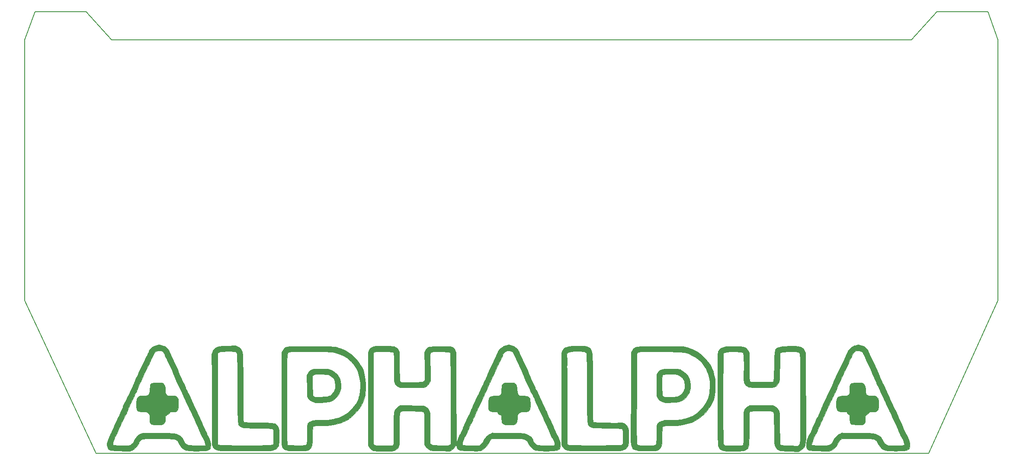
<source format=gbr>
G04 #@! TF.GenerationSoftware,KiCad,Pcbnew,(5.1.9)-1*
G04 #@! TF.CreationDate,2022-03-23T20:51:23-07:00*
G04 #@! TF.ProjectId,alphalpha_plus_v2,616c7068-616c-4706-9861-5f706c75735f,rev?*
G04 #@! TF.SameCoordinates,Original*
G04 #@! TF.FileFunction,Legend,Top*
G04 #@! TF.FilePolarity,Positive*
%FSLAX46Y46*%
G04 Gerber Fmt 4.6, Leading zero omitted, Abs format (unit mm)*
G04 Created by KiCad (PCBNEW (5.1.9)-1) date 2022-03-23 20:51:23*
%MOMM*%
%LPD*%
G01*
G04 APERTURE LIST*
G04 #@! TA.AperFunction,Profile*
%ADD10C,0.200000*%
G04 #@! TD*
%ADD11C,0.010000*%
G04 APERTURE END LIST*
D10*
X19050000Y-19000000D02*
X19050000Y-70000000D01*
X33020000Y-99900000D02*
X196000000Y-99900000D01*
X21050000Y-13500000D02*
X31050000Y-13500000D01*
X209550000Y-19000000D02*
X209550000Y-70000000D01*
X19050000Y-70000000D02*
X33020000Y-99900000D01*
X196000000Y-99900000D02*
X209550000Y-70000000D01*
X19050000Y-19000000D02*
X21050000Y-13500000D01*
X31050000Y-13500000D02*
X36050000Y-19000000D01*
X209550000Y-19000000D02*
X207550000Y-13500000D01*
X197550000Y-13500000D02*
X207550000Y-13500000D01*
X197550000Y-13500000D02*
X192550000Y-19000000D01*
X36050000Y-19000000D02*
X192550000Y-19000000D01*
D11*
G36*
X45398830Y-78665790D02*
G01*
X45665447Y-78720184D01*
X45867129Y-78771248D01*
X46280857Y-78900900D01*
X46587388Y-79061890D01*
X46840495Y-79273301D01*
X47050584Y-79509464D01*
X47202573Y-79737132D01*
X47245234Y-79839891D01*
X47299612Y-79985885D01*
X47420320Y-80265643D01*
X47594860Y-80651661D01*
X47810733Y-81116430D01*
X48055443Y-81632445D01*
X48134078Y-81796177D01*
X48384956Y-82320484D01*
X48611200Y-82799929D01*
X48800308Y-83207488D01*
X48939783Y-83516137D01*
X49017124Y-83698849D01*
X49026578Y-83725859D01*
X49102376Y-83934722D01*
X49239276Y-84267247D01*
X49420399Y-84685412D01*
X49628866Y-85151196D01*
X49847798Y-85626579D01*
X50060315Y-86073539D01*
X50150577Y-86257727D01*
X50309576Y-86589380D01*
X50431596Y-86864855D01*
X50498167Y-87041502D01*
X50505146Y-87076397D01*
X50545709Y-87193024D01*
X50656332Y-87427829D01*
X50818455Y-87742882D01*
X50952445Y-87990494D01*
X51139030Y-88334529D01*
X51287677Y-88619692D01*
X51379976Y-88809992D01*
X51401208Y-88867869D01*
X51437499Y-88982232D01*
X51535482Y-89222536D01*
X51678825Y-89553064D01*
X51851193Y-89938097D01*
X52036252Y-90341917D01*
X52217670Y-90728806D01*
X52379111Y-91063044D01*
X52504244Y-91308914D01*
X52567590Y-91418504D01*
X52683318Y-91625952D01*
X52820781Y-91927269D01*
X52915682Y-92166016D01*
X53053206Y-92513324D01*
X53200035Y-92847565D01*
X53284049Y-93018666D01*
X53395711Y-93244558D01*
X53552298Y-93581080D01*
X53728666Y-93973599D01*
X53828143Y-94200836D01*
X54011932Y-94619886D01*
X54196878Y-95032740D01*
X54354443Y-95376037D01*
X54414879Y-95503538D01*
X54535306Y-95768567D01*
X54614262Y-95972538D01*
X54632303Y-96047055D01*
X54681886Y-96172149D01*
X54806068Y-96372998D01*
X54860692Y-96449654D01*
X55096617Y-96867414D01*
X55279669Y-97379275D01*
X55389850Y-97911390D01*
X55407164Y-98389912D01*
X55401325Y-98446153D01*
X55356486Y-98731089D01*
X55306040Y-98945817D01*
X55279259Y-99012580D01*
X55163384Y-99094073D01*
X54934516Y-99197417D01*
X54753461Y-99262861D01*
X54443592Y-99329369D01*
X53997351Y-99378838D01*
X53455976Y-99411198D01*
X52860704Y-99426377D01*
X52252774Y-99424305D01*
X51673421Y-99404912D01*
X51163884Y-99368125D01*
X50765401Y-99313874D01*
X50587915Y-99270028D01*
X50113628Y-99042289D01*
X49697825Y-98685787D01*
X49325073Y-98183728D01*
X48980997Y-97521684D01*
X48867678Y-97399785D01*
X48655945Y-97255552D01*
X48567815Y-97207550D01*
X48462599Y-97158994D01*
X48344463Y-97119771D01*
X48193516Y-97088697D01*
X47989869Y-97064589D01*
X47713631Y-97046266D01*
X47344912Y-97032542D01*
X46863822Y-97022237D01*
X46250471Y-97014166D01*
X45484969Y-97007148D01*
X45154416Y-97004544D01*
X44292865Y-96997465D01*
X43591778Y-96993805D01*
X43032115Y-96998093D01*
X42594837Y-97014852D01*
X42260906Y-97048611D01*
X42011283Y-97103894D01*
X41826928Y-97185229D01*
X41688804Y-97297141D01*
X41577871Y-97444157D01*
X41475090Y-97630803D01*
X41361423Y-97861605D01*
X41336311Y-97912252D01*
X41006831Y-98471862D01*
X40637981Y-98886757D01*
X40196233Y-99191630D01*
X40013891Y-99280690D01*
X39746396Y-99393603D01*
X39548485Y-99464891D01*
X39475376Y-99479168D01*
X39372110Y-99470890D01*
X39118200Y-99458043D01*
X38742414Y-99441861D01*
X38273518Y-99423582D01*
X37740281Y-99404439D01*
X37713929Y-99403532D01*
X37154259Y-99379311D01*
X36634761Y-99347573D01*
X36190664Y-99311184D01*
X35857202Y-99273012D01*
X35674566Y-99237576D01*
X35450238Y-99140678D01*
X35324619Y-98994195D01*
X35243810Y-98752258D01*
X35174520Y-98489943D01*
X35118481Y-98292165D01*
X35106647Y-98254741D01*
X35105634Y-98071745D01*
X35112245Y-98038861D01*
X36239175Y-98038861D01*
X36252957Y-98209570D01*
X36270174Y-98233305D01*
X36404337Y-98271884D01*
X36681399Y-98303443D01*
X37064875Y-98327577D01*
X37518280Y-98343882D01*
X38005129Y-98351954D01*
X38488938Y-98351389D01*
X38933221Y-98341782D01*
X39301495Y-98322730D01*
X39557274Y-98293829D01*
X39643611Y-98270672D01*
X39872766Y-98124701D01*
X40059807Y-97956537D01*
X40217587Y-97746275D01*
X40390488Y-97462972D01*
X40453604Y-97343989D01*
X40817119Y-96751065D01*
X41230152Y-96315174D01*
X41613800Y-96075672D01*
X41879297Y-95968826D01*
X42091707Y-95903246D01*
X42156685Y-95893459D01*
X43377001Y-95891458D01*
X44431159Y-95892029D01*
X45332496Y-95895569D01*
X46094345Y-95902474D01*
X46730043Y-95913144D01*
X47252923Y-95927973D01*
X47676322Y-95947360D01*
X48013574Y-95971702D01*
X48278014Y-96001395D01*
X48482977Y-96036838D01*
X48641798Y-96078426D01*
X48668870Y-96087403D01*
X49104070Y-96279366D01*
X49493683Y-96528441D01*
X49799209Y-96803878D01*
X49982147Y-97074929D01*
X50008944Y-97157678D01*
X50141035Y-97493777D01*
X50365328Y-97823108D01*
X50634905Y-98088148D01*
X50879244Y-98224729D01*
X51117411Y-98269663D01*
X51497832Y-98307147D01*
X51983351Y-98335554D01*
X52536809Y-98353258D01*
X53121051Y-98358630D01*
X53698919Y-98350043D01*
X53723810Y-98349313D01*
X54385988Y-98329458D01*
X54327262Y-97962211D01*
X54239770Y-97627793D01*
X54104019Y-97298475D01*
X54087027Y-97266628D01*
X53936743Y-96994759D01*
X53800533Y-96748324D01*
X53781514Y-96713911D01*
X53608614Y-96373792D01*
X53382693Y-95885749D01*
X53112957Y-95270232D01*
X52832257Y-94604723D01*
X52659779Y-94197748D01*
X52493235Y-93819405D01*
X52355687Y-93521378D01*
X52291607Y-93393063D01*
X52161127Y-93123934D01*
X52013543Y-92783733D01*
X51937261Y-92592622D01*
X51804426Y-92277391D01*
X51665985Y-91996693D01*
X51593562Y-91874600D01*
X51482548Y-91681283D01*
X51332317Y-91381109D01*
X51172180Y-91033130D01*
X51144463Y-90969741D01*
X50999736Y-90637874D01*
X50857584Y-90317283D01*
X50707654Y-89985840D01*
X50539592Y-89621414D01*
X50343044Y-89201875D01*
X50107656Y-88705094D01*
X49823073Y-88108942D01*
X49478943Y-87391287D01*
X49149805Y-86706490D01*
X48971823Y-86329784D01*
X48806023Y-85967401D01*
X48681864Y-85684028D01*
X48659303Y-85629458D01*
X48339385Y-84842533D01*
X48074658Y-84201519D01*
X47855843Y-83684800D01*
X47673658Y-83270758D01*
X47518824Y-82937777D01*
X47407011Y-82712497D01*
X47187602Y-82277716D01*
X46963896Y-81822162D01*
X46750322Y-81376666D01*
X46561309Y-80972061D01*
X46411284Y-80639178D01*
X46314677Y-80408848D01*
X46285307Y-80315573D01*
X46205937Y-80152066D01*
X46002485Y-79987125D01*
X45726936Y-79854278D01*
X45472453Y-79791327D01*
X45056696Y-79805979D01*
X44685381Y-79941442D01*
X44409492Y-80175331D01*
X44338384Y-80289176D01*
X43835295Y-81315958D01*
X43351256Y-82316256D01*
X42893634Y-83274130D01*
X42469796Y-84173640D01*
X42087109Y-84998845D01*
X41752938Y-85733805D01*
X41474651Y-86362580D01*
X41259613Y-86869229D01*
X41115192Y-87237812D01*
X41079442Y-87341178D01*
X40960648Y-87636609D01*
X40818577Y-87901234D01*
X40797937Y-87932006D01*
X40682494Y-88111667D01*
X40631060Y-88221415D01*
X40630890Y-88224100D01*
X40593539Y-88318347D01*
X40489798Y-88547201D01*
X40332129Y-88884015D01*
X40132998Y-89302139D01*
X39923735Y-89736040D01*
X39681863Y-90241250D01*
X39456248Y-90724433D01*
X39263657Y-91148784D01*
X39120853Y-91477498D01*
X39055152Y-91642886D01*
X38951727Y-91896167D01*
X38786889Y-92261010D01*
X38582694Y-92690058D01*
X38361197Y-93135952D01*
X38344539Y-93168681D01*
X38088670Y-93688998D01*
X37818076Y-94269848D01*
X37568060Y-94833928D01*
X37401864Y-95232992D01*
X37225135Y-95654704D01*
X37047228Y-96042224D01*
X36890624Y-96348554D01*
X36791069Y-96509968D01*
X36642889Y-96757005D01*
X36500118Y-97078050D01*
X36376247Y-97428464D01*
X36284769Y-97763614D01*
X36239175Y-98038861D01*
X35112245Y-98038861D01*
X35166436Y-97769308D01*
X35274174Y-97390283D01*
X35413965Y-96977524D01*
X35570930Y-96573884D01*
X35730186Y-96222219D01*
X35876855Y-95965381D01*
X35922188Y-95906137D01*
X36001175Y-95771004D01*
X36125812Y-95508314D01*
X36277825Y-95158246D01*
X36412093Y-94829105D01*
X36622336Y-94324460D01*
X36871063Y-93765820D01*
X37117685Y-93243133D01*
X37222055Y-93034052D01*
X37423173Y-92630884D01*
X37629214Y-92200530D01*
X37824895Y-91777032D01*
X37994933Y-91394434D01*
X38124044Y-91086777D01*
X38196946Y-90888106D01*
X38207568Y-90838859D01*
X38245314Y-90745476D01*
X38351074Y-90514682D01*
X38513636Y-90170140D01*
X38721784Y-89735514D01*
X38964305Y-89234468D01*
X39093649Y-88969097D01*
X39401935Y-88330189D01*
X39729077Y-87638723D01*
X40050485Y-86947586D01*
X40341571Y-86309664D01*
X40577747Y-85777844D01*
X40583724Y-85764087D01*
X40803743Y-85268713D01*
X41082739Y-84657993D01*
X41399564Y-83977210D01*
X41733071Y-83271650D01*
X42062111Y-82586597D01*
X42197446Y-82308610D01*
X42478667Y-81729568D01*
X42738131Y-81187564D01*
X42963741Y-80708487D01*
X43143399Y-80318227D01*
X43265007Y-80042671D01*
X43311887Y-79923695D01*
X43540611Y-79505946D01*
X43924834Y-79151800D01*
X44447422Y-78875669D01*
X44640271Y-78806398D01*
X44961121Y-78706751D01*
X45189014Y-78660597D01*
X45398830Y-78665790D01*
G37*
X45398830Y-78665790D02*
X45665447Y-78720184D01*
X45867129Y-78771248D01*
X46280857Y-78900900D01*
X46587388Y-79061890D01*
X46840495Y-79273301D01*
X47050584Y-79509464D01*
X47202573Y-79737132D01*
X47245234Y-79839891D01*
X47299612Y-79985885D01*
X47420320Y-80265643D01*
X47594860Y-80651661D01*
X47810733Y-81116430D01*
X48055443Y-81632445D01*
X48134078Y-81796177D01*
X48384956Y-82320484D01*
X48611200Y-82799929D01*
X48800308Y-83207488D01*
X48939783Y-83516137D01*
X49017124Y-83698849D01*
X49026578Y-83725859D01*
X49102376Y-83934722D01*
X49239276Y-84267247D01*
X49420399Y-84685412D01*
X49628866Y-85151196D01*
X49847798Y-85626579D01*
X50060315Y-86073539D01*
X50150577Y-86257727D01*
X50309576Y-86589380D01*
X50431596Y-86864855D01*
X50498167Y-87041502D01*
X50505146Y-87076397D01*
X50545709Y-87193024D01*
X50656332Y-87427829D01*
X50818455Y-87742882D01*
X50952445Y-87990494D01*
X51139030Y-88334529D01*
X51287677Y-88619692D01*
X51379976Y-88809992D01*
X51401208Y-88867869D01*
X51437499Y-88982232D01*
X51535482Y-89222536D01*
X51678825Y-89553064D01*
X51851193Y-89938097D01*
X52036252Y-90341917D01*
X52217670Y-90728806D01*
X52379111Y-91063044D01*
X52504244Y-91308914D01*
X52567590Y-91418504D01*
X52683318Y-91625952D01*
X52820781Y-91927269D01*
X52915682Y-92166016D01*
X53053206Y-92513324D01*
X53200035Y-92847565D01*
X53284049Y-93018666D01*
X53395711Y-93244558D01*
X53552298Y-93581080D01*
X53728666Y-93973599D01*
X53828143Y-94200836D01*
X54011932Y-94619886D01*
X54196878Y-95032740D01*
X54354443Y-95376037D01*
X54414879Y-95503538D01*
X54535306Y-95768567D01*
X54614262Y-95972538D01*
X54632303Y-96047055D01*
X54681886Y-96172149D01*
X54806068Y-96372998D01*
X54860692Y-96449654D01*
X55096617Y-96867414D01*
X55279669Y-97379275D01*
X55389850Y-97911390D01*
X55407164Y-98389912D01*
X55401325Y-98446153D01*
X55356486Y-98731089D01*
X55306040Y-98945817D01*
X55279259Y-99012580D01*
X55163384Y-99094073D01*
X54934516Y-99197417D01*
X54753461Y-99262861D01*
X54443592Y-99329369D01*
X53997351Y-99378838D01*
X53455976Y-99411198D01*
X52860704Y-99426377D01*
X52252774Y-99424305D01*
X51673421Y-99404912D01*
X51163884Y-99368125D01*
X50765401Y-99313874D01*
X50587915Y-99270028D01*
X50113628Y-99042289D01*
X49697825Y-98685787D01*
X49325073Y-98183728D01*
X48980997Y-97521684D01*
X48867678Y-97399785D01*
X48655945Y-97255552D01*
X48567815Y-97207550D01*
X48462599Y-97158994D01*
X48344463Y-97119771D01*
X48193516Y-97088697D01*
X47989869Y-97064589D01*
X47713631Y-97046266D01*
X47344912Y-97032542D01*
X46863822Y-97022237D01*
X46250471Y-97014166D01*
X45484969Y-97007148D01*
X45154416Y-97004544D01*
X44292865Y-96997465D01*
X43591778Y-96993805D01*
X43032115Y-96998093D01*
X42594837Y-97014852D01*
X42260906Y-97048611D01*
X42011283Y-97103894D01*
X41826928Y-97185229D01*
X41688804Y-97297141D01*
X41577871Y-97444157D01*
X41475090Y-97630803D01*
X41361423Y-97861605D01*
X41336311Y-97912252D01*
X41006831Y-98471862D01*
X40637981Y-98886757D01*
X40196233Y-99191630D01*
X40013891Y-99280690D01*
X39746396Y-99393603D01*
X39548485Y-99464891D01*
X39475376Y-99479168D01*
X39372110Y-99470890D01*
X39118200Y-99458043D01*
X38742414Y-99441861D01*
X38273518Y-99423582D01*
X37740281Y-99404439D01*
X37713929Y-99403532D01*
X37154259Y-99379311D01*
X36634761Y-99347573D01*
X36190664Y-99311184D01*
X35857202Y-99273012D01*
X35674566Y-99237576D01*
X35450238Y-99140678D01*
X35324619Y-98994195D01*
X35243810Y-98752258D01*
X35174520Y-98489943D01*
X35118481Y-98292165D01*
X35106647Y-98254741D01*
X35105634Y-98071745D01*
X35112245Y-98038861D01*
X36239175Y-98038861D01*
X36252957Y-98209570D01*
X36270174Y-98233305D01*
X36404337Y-98271884D01*
X36681399Y-98303443D01*
X37064875Y-98327577D01*
X37518280Y-98343882D01*
X38005129Y-98351954D01*
X38488938Y-98351389D01*
X38933221Y-98341782D01*
X39301495Y-98322730D01*
X39557274Y-98293829D01*
X39643611Y-98270672D01*
X39872766Y-98124701D01*
X40059807Y-97956537D01*
X40217587Y-97746275D01*
X40390488Y-97462972D01*
X40453604Y-97343989D01*
X40817119Y-96751065D01*
X41230152Y-96315174D01*
X41613800Y-96075672D01*
X41879297Y-95968826D01*
X42091707Y-95903246D01*
X42156685Y-95893459D01*
X43377001Y-95891458D01*
X44431159Y-95892029D01*
X45332496Y-95895569D01*
X46094345Y-95902474D01*
X46730043Y-95913144D01*
X47252923Y-95927973D01*
X47676322Y-95947360D01*
X48013574Y-95971702D01*
X48278014Y-96001395D01*
X48482977Y-96036838D01*
X48641798Y-96078426D01*
X48668870Y-96087403D01*
X49104070Y-96279366D01*
X49493683Y-96528441D01*
X49799209Y-96803878D01*
X49982147Y-97074929D01*
X50008944Y-97157678D01*
X50141035Y-97493777D01*
X50365328Y-97823108D01*
X50634905Y-98088148D01*
X50879244Y-98224729D01*
X51117411Y-98269663D01*
X51497832Y-98307147D01*
X51983351Y-98335554D01*
X52536809Y-98353258D01*
X53121051Y-98358630D01*
X53698919Y-98350043D01*
X53723810Y-98349313D01*
X54385988Y-98329458D01*
X54327262Y-97962211D01*
X54239770Y-97627793D01*
X54104019Y-97298475D01*
X54087027Y-97266628D01*
X53936743Y-96994759D01*
X53800533Y-96748324D01*
X53781514Y-96713911D01*
X53608614Y-96373792D01*
X53382693Y-95885749D01*
X53112957Y-95270232D01*
X52832257Y-94604723D01*
X52659779Y-94197748D01*
X52493235Y-93819405D01*
X52355687Y-93521378D01*
X52291607Y-93393063D01*
X52161127Y-93123934D01*
X52013543Y-92783733D01*
X51937261Y-92592622D01*
X51804426Y-92277391D01*
X51665985Y-91996693D01*
X51593562Y-91874600D01*
X51482548Y-91681283D01*
X51332317Y-91381109D01*
X51172180Y-91033130D01*
X51144463Y-90969741D01*
X50999736Y-90637874D01*
X50857584Y-90317283D01*
X50707654Y-89985840D01*
X50539592Y-89621414D01*
X50343044Y-89201875D01*
X50107656Y-88705094D01*
X49823073Y-88108942D01*
X49478943Y-87391287D01*
X49149805Y-86706490D01*
X48971823Y-86329784D01*
X48806023Y-85967401D01*
X48681864Y-85684028D01*
X48659303Y-85629458D01*
X48339385Y-84842533D01*
X48074658Y-84201519D01*
X47855843Y-83684800D01*
X47673658Y-83270758D01*
X47518824Y-82937777D01*
X47407011Y-82712497D01*
X47187602Y-82277716D01*
X46963896Y-81822162D01*
X46750322Y-81376666D01*
X46561309Y-80972061D01*
X46411284Y-80639178D01*
X46314677Y-80408848D01*
X46285307Y-80315573D01*
X46205937Y-80152066D01*
X46002485Y-79987125D01*
X45726936Y-79854278D01*
X45472453Y-79791327D01*
X45056696Y-79805979D01*
X44685381Y-79941442D01*
X44409492Y-80175331D01*
X44338384Y-80289176D01*
X43835295Y-81315958D01*
X43351256Y-82316256D01*
X42893634Y-83274130D01*
X42469796Y-84173640D01*
X42087109Y-84998845D01*
X41752938Y-85733805D01*
X41474651Y-86362580D01*
X41259613Y-86869229D01*
X41115192Y-87237812D01*
X41079442Y-87341178D01*
X40960648Y-87636609D01*
X40818577Y-87901234D01*
X40797937Y-87932006D01*
X40682494Y-88111667D01*
X40631060Y-88221415D01*
X40630890Y-88224100D01*
X40593539Y-88318347D01*
X40489798Y-88547201D01*
X40332129Y-88884015D01*
X40132998Y-89302139D01*
X39923735Y-89736040D01*
X39681863Y-90241250D01*
X39456248Y-90724433D01*
X39263657Y-91148784D01*
X39120853Y-91477498D01*
X39055152Y-91642886D01*
X38951727Y-91896167D01*
X38786889Y-92261010D01*
X38582694Y-92690058D01*
X38361197Y-93135952D01*
X38344539Y-93168681D01*
X38088670Y-93688998D01*
X37818076Y-94269848D01*
X37568060Y-94833928D01*
X37401864Y-95232992D01*
X37225135Y-95654704D01*
X37047228Y-96042224D01*
X36890624Y-96348554D01*
X36791069Y-96509968D01*
X36642889Y-96757005D01*
X36500118Y-97078050D01*
X36376247Y-97428464D01*
X36284769Y-97763614D01*
X36239175Y-98038861D01*
X35112245Y-98038861D01*
X35166436Y-97769308D01*
X35274174Y-97390283D01*
X35413965Y-96977524D01*
X35570930Y-96573884D01*
X35730186Y-96222219D01*
X35876855Y-95965381D01*
X35922188Y-95906137D01*
X36001175Y-95771004D01*
X36125812Y-95508314D01*
X36277825Y-95158246D01*
X36412093Y-94829105D01*
X36622336Y-94324460D01*
X36871063Y-93765820D01*
X37117685Y-93243133D01*
X37222055Y-93034052D01*
X37423173Y-92630884D01*
X37629214Y-92200530D01*
X37824895Y-91777032D01*
X37994933Y-91394434D01*
X38124044Y-91086777D01*
X38196946Y-90888106D01*
X38207568Y-90838859D01*
X38245314Y-90745476D01*
X38351074Y-90514682D01*
X38513636Y-90170140D01*
X38721784Y-89735514D01*
X38964305Y-89234468D01*
X39093649Y-88969097D01*
X39401935Y-88330189D01*
X39729077Y-87638723D01*
X40050485Y-86947586D01*
X40341571Y-86309664D01*
X40577747Y-85777844D01*
X40583724Y-85764087D01*
X40803743Y-85268713D01*
X41082739Y-84657993D01*
X41399564Y-83977210D01*
X41733071Y-83271650D01*
X42062111Y-82586597D01*
X42197446Y-82308610D01*
X42478667Y-81729568D01*
X42738131Y-81187564D01*
X42963741Y-80708487D01*
X43143399Y-80318227D01*
X43265007Y-80042671D01*
X43311887Y-79923695D01*
X43540611Y-79505946D01*
X43924834Y-79151800D01*
X44447422Y-78875669D01*
X44640271Y-78806398D01*
X44961121Y-78706751D01*
X45189014Y-78660597D01*
X45398830Y-78665790D01*
G36*
X113847863Y-78664752D02*
G01*
X114118872Y-78727574D01*
X114286920Y-78773626D01*
X114705693Y-78916521D01*
X115025471Y-79100035D01*
X115272000Y-79313459D01*
X115489189Y-79553441D01*
X115649776Y-79780190D01*
X115704591Y-79899748D01*
X115759799Y-80047131D01*
X115880336Y-80325733D01*
X116052608Y-80705551D01*
X116263020Y-81156579D01*
X116481846Y-81615362D01*
X116734242Y-82144636D01*
X116978918Y-82667738D01*
X117197004Y-83143601D01*
X117369633Y-83531153D01*
X117460155Y-83744653D01*
X117747370Y-84447480D01*
X117981888Y-85008688D01*
X118175247Y-85454276D01*
X118338984Y-85810245D01*
X118484637Y-86102594D01*
X118604644Y-86323682D01*
X118754447Y-86606730D01*
X118859361Y-86838715D01*
X118895201Y-86961021D01*
X118934980Y-87104678D01*
X119037193Y-87342577D01*
X119127598Y-87523334D01*
X119385930Y-88015545D01*
X119592574Y-88420201D01*
X119774888Y-88794072D01*
X119960228Y-89193931D01*
X120175952Y-89676550D01*
X120290991Y-89937586D01*
X120494889Y-90394335D01*
X120692112Y-90823549D01*
X120862679Y-91182566D01*
X120986610Y-91428724D01*
X121005567Y-91463381D01*
X121161656Y-91774207D01*
X121317905Y-92135405D01*
X121369786Y-92271154D01*
X121484474Y-92565058D01*
X121595042Y-92812382D01*
X121641460Y-92899423D01*
X121711186Y-93036044D01*
X121839355Y-93307869D01*
X122012540Y-93685613D01*
X122217313Y-94139989D01*
X122439856Y-94640823D01*
X122670677Y-95155667D01*
X122892274Y-95635011D01*
X123088959Y-96046027D01*
X123245041Y-96355889D01*
X123340738Y-96525629D01*
X123473831Y-96782086D01*
X123613301Y-97134277D01*
X123720553Y-97476808D01*
X123810325Y-97856012D01*
X123842110Y-98146981D01*
X123820956Y-98429555D01*
X123791349Y-98596465D01*
X123727247Y-98880324D01*
X123646835Y-99045706D01*
X123502401Y-99150874D01*
X123255693Y-99250578D01*
X122959209Y-99321294D01*
X122524072Y-99374602D01*
X121990298Y-99410412D01*
X121397901Y-99428635D01*
X120786898Y-99429179D01*
X120197304Y-99411956D01*
X119669134Y-99376874D01*
X119242403Y-99323844D01*
X118976808Y-99260216D01*
X118506677Y-99005837D01*
X118064847Y-98604853D01*
X117684774Y-98090091D01*
X117565544Y-97875496D01*
X117365673Y-97542579D01*
X117144081Y-97320867D01*
X116918023Y-97184125D01*
X116807076Y-97129716D01*
X116697218Y-97086185D01*
X116568369Y-97052492D01*
X116400447Y-97027595D01*
X116173372Y-97010454D01*
X115867063Y-97000029D01*
X115461439Y-96995278D01*
X114936420Y-96995162D01*
X114271923Y-96998638D01*
X113454189Y-97004620D01*
X110388788Y-97028045D01*
X110196949Y-97252427D01*
X110049247Y-97456531D01*
X109869636Y-97747469D01*
X109746007Y-97970448D01*
X109376901Y-98528987D01*
X108925788Y-98974852D01*
X108425637Y-99275887D01*
X108394141Y-99288902D01*
X108237508Y-99344739D01*
X108068263Y-99384505D01*
X107857466Y-99409631D01*
X107576175Y-99421549D01*
X107195450Y-99421690D01*
X106686350Y-99411486D01*
X106195201Y-99397677D01*
X105622994Y-99375898D01*
X105092326Y-99347032D01*
X104636913Y-99313590D01*
X104290468Y-99278083D01*
X104086707Y-99243019D01*
X104076377Y-99239926D01*
X103880037Y-99158637D01*
X103759312Y-99037812D01*
X103671102Y-98822389D01*
X103626618Y-98665347D01*
X103500631Y-98194829D01*
X103291583Y-98532662D01*
X103088830Y-98787009D01*
X102813605Y-99045961D01*
X102678166Y-99148709D01*
X102273796Y-99426923D01*
X100510528Y-99412013D01*
X99898938Y-99405653D01*
X99436272Y-99396207D01*
X99091948Y-99380461D01*
X98835385Y-99355202D01*
X98636001Y-99317215D01*
X98463214Y-99263289D01*
X98286443Y-99190209D01*
X98251561Y-99174646D01*
X97879584Y-98968531D01*
X97616123Y-98715089D01*
X97510337Y-98564099D01*
X97264812Y-98176007D01*
X97264812Y-95080424D01*
X97264516Y-94253370D01*
X97262910Y-93587179D01*
X97258916Y-93063210D01*
X97251456Y-92662819D01*
X97239453Y-92367366D01*
X97221829Y-92158209D01*
X97197506Y-92016705D01*
X97165407Y-91924212D01*
X97124453Y-91862089D01*
X97075967Y-91813864D01*
X96999578Y-91757276D01*
X96895486Y-91713852D01*
X96739493Y-91681321D01*
X96507397Y-91657415D01*
X96174998Y-91639866D01*
X95718097Y-91626405D01*
X95112493Y-91614764D01*
X94918361Y-91611607D01*
X94330159Y-91604697D01*
X93792950Y-91602973D01*
X93336070Y-91606163D01*
X92988858Y-91613993D01*
X92780652Y-91626188D01*
X92744148Y-91631893D01*
X92634024Y-91669314D01*
X92544668Y-91732259D01*
X92474079Y-91837992D01*
X92420259Y-92003776D01*
X92381208Y-92246874D01*
X92354926Y-92584550D01*
X92339414Y-93034066D01*
X92332671Y-93612685D01*
X92332698Y-94337672D01*
X92336972Y-95147055D01*
X92341663Y-95964963D01*
X92343302Y-96624021D01*
X92340967Y-97144870D01*
X92333734Y-97548152D01*
X92320682Y-97854509D01*
X92300888Y-98084582D01*
X92273429Y-98259014D01*
X92237383Y-98398446D01*
X92191828Y-98523520D01*
X92185358Y-98539318D01*
X92036316Y-98824667D01*
X91833657Y-99031046D01*
X91565519Y-99198440D01*
X91409645Y-99281161D01*
X91268276Y-99342848D01*
X91112669Y-99386651D01*
X90914081Y-99415726D01*
X90643767Y-99433225D01*
X90272985Y-99442302D01*
X89772991Y-99446110D01*
X89296114Y-99447405D01*
X88673219Y-99447566D01*
X88201495Y-99443328D01*
X87852616Y-99432232D01*
X87598260Y-99411819D01*
X87410100Y-99379631D01*
X87259814Y-99333207D01*
X87119076Y-99270090D01*
X87090991Y-99255964D01*
X86779576Y-99040273D01*
X86509242Y-98758493D01*
X86470316Y-98703647D01*
X86234121Y-98346733D01*
X86233386Y-97980260D01*
X87245902Y-97980260D01*
X87434665Y-98183940D01*
X87510574Y-98257491D01*
X87599935Y-98311001D01*
X87730674Y-98347834D01*
X87930716Y-98371354D01*
X88227989Y-98384927D01*
X88650418Y-98391917D01*
X89190587Y-98395513D01*
X89712553Y-98395713D01*
X90179408Y-98391331D01*
X90558428Y-98383035D01*
X90816888Y-98371491D01*
X90914907Y-98360354D01*
X91010669Y-98323983D01*
X91088032Y-98261020D01*
X91148775Y-98153950D01*
X91194675Y-97985255D01*
X91227511Y-97737419D01*
X91249060Y-97392925D01*
X91261099Y-96934256D01*
X91265408Y-96343895D01*
X91263763Y-95604325D01*
X91259837Y-94961801D01*
X91254804Y-94145302D01*
X91252920Y-93487375D01*
X91255116Y-92967099D01*
X91262322Y-92563555D01*
X91275469Y-92255821D01*
X91295488Y-92022979D01*
X91323311Y-91844109D01*
X91359869Y-91698289D01*
X91406092Y-91564601D01*
X91411672Y-91550084D01*
X91576308Y-91221384D01*
X91809518Y-90966264D01*
X92023619Y-90806407D01*
X92463045Y-90508443D01*
X97130183Y-90572831D01*
X97537297Y-90813432D01*
X97911830Y-91112437D01*
X98143128Y-91463052D01*
X98196658Y-91578866D01*
X98239600Y-91696070D01*
X98273121Y-91834931D01*
X98298385Y-92015717D01*
X98316557Y-92258698D01*
X98328804Y-92584142D01*
X98336290Y-93012317D01*
X98340180Y-93563492D01*
X98341641Y-94257936D01*
X98341844Y-94919190D01*
X98341844Y-97966310D01*
X98584172Y-98125446D01*
X98703512Y-98185956D01*
X98870571Y-98232023D01*
X99113089Y-98266768D01*
X99458807Y-98293316D01*
X99935466Y-98314790D01*
X100396053Y-98329458D01*
X100969318Y-98344278D01*
X101391378Y-98349841D01*
X101690381Y-98344269D01*
X101894475Y-98325680D01*
X102031809Y-98292195D01*
X102130532Y-98241933D01*
X102173159Y-98210753D01*
X102364587Y-98059881D01*
X104654432Y-98059881D01*
X104660253Y-98203342D01*
X104709469Y-98249281D01*
X104831517Y-98283067D01*
X105048505Y-98306336D01*
X105382541Y-98320722D01*
X105855735Y-98327863D01*
X106365003Y-98329458D01*
X108021357Y-98329458D01*
X108302257Y-98093097D01*
X108499201Y-97880655D01*
X108712267Y-97580852D01*
X108844775Y-97352637D01*
X109036427Y-97023039D01*
X109251728Y-96710319D01*
X109383739Y-96549603D01*
X109587120Y-96375060D01*
X109862685Y-96194277D01*
X110163522Y-96031154D01*
X110442715Y-95909594D01*
X110653350Y-95853500D01*
X110730913Y-95863240D01*
X110837363Y-95875370D01*
X111101246Y-95886331D01*
X111500492Y-95895763D01*
X112013032Y-95903304D01*
X112616796Y-95908593D01*
X113289713Y-95911268D01*
X113677956Y-95911496D01*
X114482298Y-95911788D01*
X115129062Y-95914479D01*
X115640169Y-95920708D01*
X116037541Y-95931614D01*
X116343101Y-95948337D01*
X116578770Y-95972015D01*
X116766471Y-96003788D01*
X116928125Y-96044794D01*
X117059873Y-96087225D01*
X117449388Y-96252730D01*
X117821281Y-96465186D01*
X118133504Y-96695176D01*
X118344013Y-96913282D01*
X118404550Y-97028045D01*
X118613260Y-97551457D01*
X118890675Y-97948262D01*
X119010201Y-98058871D01*
X119189164Y-98177235D01*
X119403121Y-98255659D01*
X119703022Y-98307899D01*
X120056792Y-98341469D01*
X120495369Y-98365800D01*
X120944055Y-98375060D01*
X121314543Y-98367632D01*
X121354126Y-98365237D01*
X121741461Y-98344525D01*
X122138827Y-98331608D01*
X122318967Y-98329458D01*
X122580777Y-98321207D01*
X122709570Y-98281363D01*
X122751613Y-98187294D01*
X122754565Y-98116361D01*
X122710156Y-97822477D01*
X122597647Y-97469943D01*
X122448115Y-97141507D01*
X122313083Y-96940848D01*
X122157561Y-96712970D01*
X122080142Y-96534405D01*
X121998133Y-96320707D01*
X121867436Y-96038065D01*
X121800568Y-95906851D01*
X121678296Y-95661810D01*
X121601352Y-95481894D01*
X121587780Y-95430542D01*
X121551805Y-95325297D01*
X121451748Y-95083626D01*
X121299414Y-94731777D01*
X121106609Y-94296002D01*
X120885136Y-93802548D01*
X120646800Y-93277665D01*
X120403406Y-92747603D01*
X120166759Y-92238611D01*
X119948663Y-91776939D01*
X119884431Y-91642886D01*
X119521195Y-90882544D01*
X119237863Y-90277200D01*
X119032310Y-89822185D01*
X118902412Y-89512830D01*
X118855899Y-89382250D01*
X118788794Y-89221023D01*
X118656553Y-88947900D01*
X118481398Y-88607800D01*
X118367498Y-88394971D01*
X118176894Y-88031615D01*
X118016663Y-87703490D01*
X117909244Y-87457690D01*
X117880170Y-87372162D01*
X117803355Y-87162148D01*
X117669849Y-86877304D01*
X117575012Y-86699018D01*
X117412345Y-86386846D01*
X117219682Y-85974768D01*
X116988919Y-85444298D01*
X116711954Y-84776952D01*
X116471967Y-84182822D01*
X116317446Y-83817992D01*
X116113486Y-83365171D01*
X115892756Y-82895993D01*
X115776094Y-82657027D01*
X115582020Y-82259443D01*
X115406464Y-81888262D01*
X115272471Y-81592832D01*
X115215145Y-81455960D01*
X115084073Y-81168858D01*
X114934702Y-80909871D01*
X114930414Y-80903589D01*
X114814342Y-80692839D01*
X114766579Y-80523556D01*
X114688619Y-80300073D01*
X114488740Y-80072675D01*
X114217940Y-79885624D01*
X113927219Y-79783183D01*
X113910719Y-79780756D01*
X113441646Y-79789874D01*
X113062861Y-79953345D01*
X112778342Y-80269011D01*
X112689306Y-80443211D01*
X112596273Y-80648148D01*
X112438104Y-80984555D01*
X112228947Y-81422857D01*
X111982953Y-81933478D01*
X111714270Y-82486843D01*
X111582172Y-82757374D01*
X111270536Y-83402545D01*
X110942248Y-84096346D01*
X110620699Y-84788367D01*
X110329281Y-85428195D01*
X110091386Y-85965419D01*
X110062061Y-86033345D01*
X109799782Y-86631366D01*
X109498741Y-87298490D01*
X109191983Y-87962560D01*
X108912552Y-88551419D01*
X108849554Y-88681048D01*
X108463155Y-89473493D01*
X108153076Y-90114711D01*
X107915014Y-90613858D01*
X107744671Y-90980088D01*
X107637744Y-91222559D01*
X107589935Y-91350426D01*
X107586367Y-91370321D01*
X107545961Y-91511955D01*
X107431335Y-91790543D01*
X107252379Y-92184455D01*
X107018980Y-92672063D01*
X106741026Y-93231739D01*
X106682092Y-93348186D01*
X106433713Y-93857021D01*
X106168867Y-94431366D01*
X105926023Y-94986441D01*
X105800324Y-95291399D01*
X105625189Y-95708827D01*
X105447760Y-96093749D01*
X105291427Y-96397334D01*
X105199294Y-96546100D01*
X105065629Y-96777330D01*
X104927690Y-97095421D01*
X104802097Y-97449275D01*
X104705471Y-97787794D01*
X104654432Y-98059881D01*
X102364587Y-98059881D01*
X102380713Y-98047172D01*
X102380713Y-89185328D01*
X102380263Y-87662385D01*
X102378838Y-86310131D01*
X102376329Y-85119754D01*
X102372626Y-84082441D01*
X102367619Y-83189377D01*
X102361199Y-82431751D01*
X102353256Y-81800749D01*
X102343679Y-81287556D01*
X102332359Y-80883361D01*
X102319187Y-80579350D01*
X102304052Y-80366710D01*
X102286844Y-80236627D01*
X102268522Y-80181547D01*
X102196698Y-80127542D01*
X102061434Y-80085975D01*
X101838058Y-80054083D01*
X101501893Y-80029103D01*
X101028267Y-80008271D01*
X100599117Y-79994601D01*
X99914039Y-79979769D01*
X99386960Y-79982042D01*
X98996905Y-80004715D01*
X98722900Y-80051084D01*
X98543969Y-80124444D01*
X98439140Y-80228092D01*
X98392934Y-80341249D01*
X98380010Y-80487898D01*
X98371933Y-80788838D01*
X98368721Y-81218918D01*
X98370394Y-81752990D01*
X98376970Y-82365903D01*
X98388469Y-83032507D01*
X98390807Y-83144373D01*
X98445977Y-85719211D01*
X98206139Y-86146597D01*
X97868278Y-86581481D01*
X97569397Y-86806584D01*
X97172493Y-87039185D01*
X94862645Y-87048808D01*
X94153401Y-87050976D01*
X93599217Y-87049775D01*
X93175659Y-87043582D01*
X92858291Y-87030777D01*
X92622678Y-87009738D01*
X92444384Y-86978842D01*
X92298974Y-86936468D01*
X92162012Y-86880995D01*
X92132154Y-86867582D01*
X91805331Y-86674659D01*
X91581133Y-86414580D01*
X91509179Y-86287725D01*
X91452578Y-86173277D01*
X91407602Y-86057548D01*
X91372869Y-85919311D01*
X91346998Y-85737342D01*
X91328607Y-85490414D01*
X91316315Y-85157302D01*
X91308742Y-84716781D01*
X91304505Y-84147625D01*
X91302223Y-83428610D01*
X91301554Y-83097171D01*
X91299082Y-82301220D01*
X91294367Y-81665852D01*
X91286460Y-81172147D01*
X91274411Y-80801188D01*
X91257271Y-80534055D01*
X91234089Y-80351831D01*
X91203917Y-80235596D01*
X91165804Y-80166433D01*
X91153776Y-80153121D01*
X91071272Y-80100239D01*
X90926879Y-80059219D01*
X90696351Y-80027548D01*
X90355438Y-80002712D01*
X89879894Y-79982198D01*
X89351317Y-79966270D01*
X88763125Y-79951745D01*
X88326921Y-79945424D01*
X88015300Y-79949225D01*
X87800856Y-79965067D01*
X87656183Y-79994867D01*
X87553875Y-80040542D01*
X87474367Y-80097619D01*
X87257392Y-80273314D01*
X87245902Y-97980260D01*
X86233386Y-97980260D01*
X86197623Y-80154547D01*
X86427131Y-79703459D01*
X86591228Y-79421785D01*
X86769849Y-79242231D01*
X87032566Y-79101503D01*
X87136520Y-79058064D01*
X87311220Y-78991897D01*
X87481058Y-78943477D01*
X87675788Y-78910718D01*
X87925166Y-78891530D01*
X88258948Y-78883826D01*
X88706887Y-78885518D01*
X89298739Y-78894519D01*
X89432746Y-78896934D01*
X90054026Y-78909461D01*
X90523946Y-78923304D01*
X90870645Y-78941564D01*
X91122260Y-78967340D01*
X91306927Y-79003733D01*
X91452786Y-79053841D01*
X91587972Y-79120766D01*
X91618512Y-79137737D01*
X91965432Y-79413576D01*
X92177681Y-79705079D01*
X92230764Y-79813234D01*
X92272946Y-79928156D01*
X92305502Y-80070851D01*
X92329708Y-80262325D01*
X92346840Y-80523584D01*
X92358174Y-80875633D01*
X92364985Y-81339479D01*
X92368550Y-81936126D01*
X92370144Y-82686581D01*
X92370360Y-82877317D01*
X92373293Y-85689839D01*
X92594054Y-85868779D01*
X92680725Y-85930878D01*
X92782476Y-85975543D01*
X92926279Y-86004602D01*
X93139102Y-86019882D01*
X93447915Y-86023213D01*
X93879689Y-86016422D01*
X94461392Y-86001337D01*
X94523736Y-85999587D01*
X95087830Y-85984051D01*
X95615478Y-85970166D01*
X96070434Y-85958836D01*
X96416454Y-85950966D01*
X96610609Y-85947524D01*
X96936272Y-85901337D01*
X97163459Y-85755515D01*
X97176598Y-85741759D01*
X97229960Y-85679560D01*
X97271675Y-85607132D01*
X97302712Y-85504111D01*
X97324038Y-85350130D01*
X97336619Y-85124824D01*
X97341423Y-84807828D01*
X97339417Y-84378777D01*
X97331568Y-83817305D01*
X97318843Y-83103046D01*
X97314056Y-82847236D01*
X97263476Y-80154547D01*
X97510964Y-79664241D01*
X97662353Y-79385969D01*
X97798335Y-79223350D01*
X97975254Y-79127496D01*
X98207215Y-79060142D01*
X98498743Y-79013493D01*
X98951867Y-78978057D01*
X99548974Y-78954765D01*
X100272451Y-78944543D01*
X100406155Y-78944173D01*
X101152303Y-78948117D01*
X101741645Y-78966074D01*
X102196706Y-79004134D01*
X102540009Y-79068383D01*
X102794079Y-79164909D01*
X102981440Y-79299801D01*
X103124616Y-79479147D01*
X103246131Y-79709033D01*
X103247562Y-79712150D01*
X103456188Y-80167280D01*
X103459504Y-89068864D01*
X103460323Y-90316237D01*
X103461800Y-91511655D01*
X103463880Y-92643050D01*
X103466512Y-93698359D01*
X103469640Y-94665514D01*
X103473213Y-95532450D01*
X103477177Y-96287101D01*
X103481479Y-96917402D01*
X103486065Y-97411287D01*
X103490882Y-97756689D01*
X103495878Y-97941543D01*
X103498790Y-97970448D01*
X103539852Y-97891603D01*
X103610061Y-97686833D01*
X103678842Y-97454370D01*
X103912901Y-96733033D01*
X104166310Y-96179996D01*
X104310332Y-95951013D01*
X104430833Y-95743832D01*
X104585528Y-95425401D01*
X104747130Y-95053118D01*
X104801003Y-94918858D01*
X104944326Y-94573394D01*
X105146228Y-94114240D01*
X105385421Y-93588467D01*
X105640614Y-93043141D01*
X105795570Y-92719918D01*
X106025972Y-92239051D01*
X106231456Y-91800326D01*
X106397806Y-91434874D01*
X106510808Y-91173829D01*
X106553697Y-91059494D01*
X106619306Y-90879551D01*
X106741454Y-90587709D01*
X106897930Y-90233377D01*
X107066525Y-89865967D01*
X107225026Y-89534887D01*
X107340421Y-89309317D01*
X107437914Y-89119615D01*
X107602356Y-88788174D01*
X107823735Y-88335421D01*
X108092038Y-87781787D01*
X108264242Y-87424511D01*
X108370741Y-87195217D01*
X108532111Y-86837792D01*
X108732017Y-86388885D01*
X108954124Y-85885145D01*
X109145713Y-85446868D01*
X109400445Y-84873533D01*
X109709841Y-84195686D01*
X110047907Y-83469180D01*
X110388649Y-82749865D01*
X110706074Y-82093594D01*
X110712178Y-82081143D01*
X110975172Y-81539913D01*
X111213060Y-81040835D01*
X111413586Y-80610396D01*
X111564492Y-80275084D01*
X111653520Y-80061387D01*
X111670605Y-80010073D01*
X111814893Y-79720515D01*
X112087282Y-79412944D01*
X112444817Y-79123768D01*
X112844542Y-78889395D01*
X113124106Y-78778162D01*
X113424464Y-78689757D01*
X113641055Y-78652050D01*
X113847863Y-78664752D01*
G37*
X113847863Y-78664752D02*
X114118872Y-78727574D01*
X114286920Y-78773626D01*
X114705693Y-78916521D01*
X115025471Y-79100035D01*
X115272000Y-79313459D01*
X115489189Y-79553441D01*
X115649776Y-79780190D01*
X115704591Y-79899748D01*
X115759799Y-80047131D01*
X115880336Y-80325733D01*
X116052608Y-80705551D01*
X116263020Y-81156579D01*
X116481846Y-81615362D01*
X116734242Y-82144636D01*
X116978918Y-82667738D01*
X117197004Y-83143601D01*
X117369633Y-83531153D01*
X117460155Y-83744653D01*
X117747370Y-84447480D01*
X117981888Y-85008688D01*
X118175247Y-85454276D01*
X118338984Y-85810245D01*
X118484637Y-86102594D01*
X118604644Y-86323682D01*
X118754447Y-86606730D01*
X118859361Y-86838715D01*
X118895201Y-86961021D01*
X118934980Y-87104678D01*
X119037193Y-87342577D01*
X119127598Y-87523334D01*
X119385930Y-88015545D01*
X119592574Y-88420201D01*
X119774888Y-88794072D01*
X119960228Y-89193931D01*
X120175952Y-89676550D01*
X120290991Y-89937586D01*
X120494889Y-90394335D01*
X120692112Y-90823549D01*
X120862679Y-91182566D01*
X120986610Y-91428724D01*
X121005567Y-91463381D01*
X121161656Y-91774207D01*
X121317905Y-92135405D01*
X121369786Y-92271154D01*
X121484474Y-92565058D01*
X121595042Y-92812382D01*
X121641460Y-92899423D01*
X121711186Y-93036044D01*
X121839355Y-93307869D01*
X122012540Y-93685613D01*
X122217313Y-94139989D01*
X122439856Y-94640823D01*
X122670677Y-95155667D01*
X122892274Y-95635011D01*
X123088959Y-96046027D01*
X123245041Y-96355889D01*
X123340738Y-96525629D01*
X123473831Y-96782086D01*
X123613301Y-97134277D01*
X123720553Y-97476808D01*
X123810325Y-97856012D01*
X123842110Y-98146981D01*
X123820956Y-98429555D01*
X123791349Y-98596465D01*
X123727247Y-98880324D01*
X123646835Y-99045706D01*
X123502401Y-99150874D01*
X123255693Y-99250578D01*
X122959209Y-99321294D01*
X122524072Y-99374602D01*
X121990298Y-99410412D01*
X121397901Y-99428635D01*
X120786898Y-99429179D01*
X120197304Y-99411956D01*
X119669134Y-99376874D01*
X119242403Y-99323844D01*
X118976808Y-99260216D01*
X118506677Y-99005837D01*
X118064847Y-98604853D01*
X117684774Y-98090091D01*
X117565544Y-97875496D01*
X117365673Y-97542579D01*
X117144081Y-97320867D01*
X116918023Y-97184125D01*
X116807076Y-97129716D01*
X116697218Y-97086185D01*
X116568369Y-97052492D01*
X116400447Y-97027595D01*
X116173372Y-97010454D01*
X115867063Y-97000029D01*
X115461439Y-96995278D01*
X114936420Y-96995162D01*
X114271923Y-96998638D01*
X113454189Y-97004620D01*
X110388788Y-97028045D01*
X110196949Y-97252427D01*
X110049247Y-97456531D01*
X109869636Y-97747469D01*
X109746007Y-97970448D01*
X109376901Y-98528987D01*
X108925788Y-98974852D01*
X108425637Y-99275887D01*
X108394141Y-99288902D01*
X108237508Y-99344739D01*
X108068263Y-99384505D01*
X107857466Y-99409631D01*
X107576175Y-99421549D01*
X107195450Y-99421690D01*
X106686350Y-99411486D01*
X106195201Y-99397677D01*
X105622994Y-99375898D01*
X105092326Y-99347032D01*
X104636913Y-99313590D01*
X104290468Y-99278083D01*
X104086707Y-99243019D01*
X104076377Y-99239926D01*
X103880037Y-99158637D01*
X103759312Y-99037812D01*
X103671102Y-98822389D01*
X103626618Y-98665347D01*
X103500631Y-98194829D01*
X103291583Y-98532662D01*
X103088830Y-98787009D01*
X102813605Y-99045961D01*
X102678166Y-99148709D01*
X102273796Y-99426923D01*
X100510528Y-99412013D01*
X99898938Y-99405653D01*
X99436272Y-99396207D01*
X99091948Y-99380461D01*
X98835385Y-99355202D01*
X98636001Y-99317215D01*
X98463214Y-99263289D01*
X98286443Y-99190209D01*
X98251561Y-99174646D01*
X97879584Y-98968531D01*
X97616123Y-98715089D01*
X97510337Y-98564099D01*
X97264812Y-98176007D01*
X97264812Y-95080424D01*
X97264516Y-94253370D01*
X97262910Y-93587179D01*
X97258916Y-93063210D01*
X97251456Y-92662819D01*
X97239453Y-92367366D01*
X97221829Y-92158209D01*
X97197506Y-92016705D01*
X97165407Y-91924212D01*
X97124453Y-91862089D01*
X97075967Y-91813864D01*
X96999578Y-91757276D01*
X96895486Y-91713852D01*
X96739493Y-91681321D01*
X96507397Y-91657415D01*
X96174998Y-91639866D01*
X95718097Y-91626405D01*
X95112493Y-91614764D01*
X94918361Y-91611607D01*
X94330159Y-91604697D01*
X93792950Y-91602973D01*
X93336070Y-91606163D01*
X92988858Y-91613993D01*
X92780652Y-91626188D01*
X92744148Y-91631893D01*
X92634024Y-91669314D01*
X92544668Y-91732259D01*
X92474079Y-91837992D01*
X92420259Y-92003776D01*
X92381208Y-92246874D01*
X92354926Y-92584550D01*
X92339414Y-93034066D01*
X92332671Y-93612685D01*
X92332698Y-94337672D01*
X92336972Y-95147055D01*
X92341663Y-95964963D01*
X92343302Y-96624021D01*
X92340967Y-97144870D01*
X92333734Y-97548152D01*
X92320682Y-97854509D01*
X92300888Y-98084582D01*
X92273429Y-98259014D01*
X92237383Y-98398446D01*
X92191828Y-98523520D01*
X92185358Y-98539318D01*
X92036316Y-98824667D01*
X91833657Y-99031046D01*
X91565519Y-99198440D01*
X91409645Y-99281161D01*
X91268276Y-99342848D01*
X91112669Y-99386651D01*
X90914081Y-99415726D01*
X90643767Y-99433225D01*
X90272985Y-99442302D01*
X89772991Y-99446110D01*
X89296114Y-99447405D01*
X88673219Y-99447566D01*
X88201495Y-99443328D01*
X87852616Y-99432232D01*
X87598260Y-99411819D01*
X87410100Y-99379631D01*
X87259814Y-99333207D01*
X87119076Y-99270090D01*
X87090991Y-99255964D01*
X86779576Y-99040273D01*
X86509242Y-98758493D01*
X86470316Y-98703647D01*
X86234121Y-98346733D01*
X86233386Y-97980260D01*
X87245902Y-97980260D01*
X87434665Y-98183940D01*
X87510574Y-98257491D01*
X87599935Y-98311001D01*
X87730674Y-98347834D01*
X87930716Y-98371354D01*
X88227989Y-98384927D01*
X88650418Y-98391917D01*
X89190587Y-98395513D01*
X89712553Y-98395713D01*
X90179408Y-98391331D01*
X90558428Y-98383035D01*
X90816888Y-98371491D01*
X90914907Y-98360354D01*
X91010669Y-98323983D01*
X91088032Y-98261020D01*
X91148775Y-98153950D01*
X91194675Y-97985255D01*
X91227511Y-97737419D01*
X91249060Y-97392925D01*
X91261099Y-96934256D01*
X91265408Y-96343895D01*
X91263763Y-95604325D01*
X91259837Y-94961801D01*
X91254804Y-94145302D01*
X91252920Y-93487375D01*
X91255116Y-92967099D01*
X91262322Y-92563555D01*
X91275469Y-92255821D01*
X91295488Y-92022979D01*
X91323311Y-91844109D01*
X91359869Y-91698289D01*
X91406092Y-91564601D01*
X91411672Y-91550084D01*
X91576308Y-91221384D01*
X91809518Y-90966264D01*
X92023619Y-90806407D01*
X92463045Y-90508443D01*
X97130183Y-90572831D01*
X97537297Y-90813432D01*
X97911830Y-91112437D01*
X98143128Y-91463052D01*
X98196658Y-91578866D01*
X98239600Y-91696070D01*
X98273121Y-91834931D01*
X98298385Y-92015717D01*
X98316557Y-92258698D01*
X98328804Y-92584142D01*
X98336290Y-93012317D01*
X98340180Y-93563492D01*
X98341641Y-94257936D01*
X98341844Y-94919190D01*
X98341844Y-97966310D01*
X98584172Y-98125446D01*
X98703512Y-98185956D01*
X98870571Y-98232023D01*
X99113089Y-98266768D01*
X99458807Y-98293316D01*
X99935466Y-98314790D01*
X100396053Y-98329458D01*
X100969318Y-98344278D01*
X101391378Y-98349841D01*
X101690381Y-98344269D01*
X101894475Y-98325680D01*
X102031809Y-98292195D01*
X102130532Y-98241933D01*
X102173159Y-98210753D01*
X102364587Y-98059881D01*
X104654432Y-98059881D01*
X104660253Y-98203342D01*
X104709469Y-98249281D01*
X104831517Y-98283067D01*
X105048505Y-98306336D01*
X105382541Y-98320722D01*
X105855735Y-98327863D01*
X106365003Y-98329458D01*
X108021357Y-98329458D01*
X108302257Y-98093097D01*
X108499201Y-97880655D01*
X108712267Y-97580852D01*
X108844775Y-97352637D01*
X109036427Y-97023039D01*
X109251728Y-96710319D01*
X109383739Y-96549603D01*
X109587120Y-96375060D01*
X109862685Y-96194277D01*
X110163522Y-96031154D01*
X110442715Y-95909594D01*
X110653350Y-95853500D01*
X110730913Y-95863240D01*
X110837363Y-95875370D01*
X111101246Y-95886331D01*
X111500492Y-95895763D01*
X112013032Y-95903304D01*
X112616796Y-95908593D01*
X113289713Y-95911268D01*
X113677956Y-95911496D01*
X114482298Y-95911788D01*
X115129062Y-95914479D01*
X115640169Y-95920708D01*
X116037541Y-95931614D01*
X116343101Y-95948337D01*
X116578770Y-95972015D01*
X116766471Y-96003788D01*
X116928125Y-96044794D01*
X117059873Y-96087225D01*
X117449388Y-96252730D01*
X117821281Y-96465186D01*
X118133504Y-96695176D01*
X118344013Y-96913282D01*
X118404550Y-97028045D01*
X118613260Y-97551457D01*
X118890675Y-97948262D01*
X119010201Y-98058871D01*
X119189164Y-98177235D01*
X119403121Y-98255659D01*
X119703022Y-98307899D01*
X120056792Y-98341469D01*
X120495369Y-98365800D01*
X120944055Y-98375060D01*
X121314543Y-98367632D01*
X121354126Y-98365237D01*
X121741461Y-98344525D01*
X122138827Y-98331608D01*
X122318967Y-98329458D01*
X122580777Y-98321207D01*
X122709570Y-98281363D01*
X122751613Y-98187294D01*
X122754565Y-98116361D01*
X122710156Y-97822477D01*
X122597647Y-97469943D01*
X122448115Y-97141507D01*
X122313083Y-96940848D01*
X122157561Y-96712970D01*
X122080142Y-96534405D01*
X121998133Y-96320707D01*
X121867436Y-96038065D01*
X121800568Y-95906851D01*
X121678296Y-95661810D01*
X121601352Y-95481894D01*
X121587780Y-95430542D01*
X121551805Y-95325297D01*
X121451748Y-95083626D01*
X121299414Y-94731777D01*
X121106609Y-94296002D01*
X120885136Y-93802548D01*
X120646800Y-93277665D01*
X120403406Y-92747603D01*
X120166759Y-92238611D01*
X119948663Y-91776939D01*
X119884431Y-91642886D01*
X119521195Y-90882544D01*
X119237863Y-90277200D01*
X119032310Y-89822185D01*
X118902412Y-89512830D01*
X118855899Y-89382250D01*
X118788794Y-89221023D01*
X118656553Y-88947900D01*
X118481398Y-88607800D01*
X118367498Y-88394971D01*
X118176894Y-88031615D01*
X118016663Y-87703490D01*
X117909244Y-87457690D01*
X117880170Y-87372162D01*
X117803355Y-87162148D01*
X117669849Y-86877304D01*
X117575012Y-86699018D01*
X117412345Y-86386846D01*
X117219682Y-85974768D01*
X116988919Y-85444298D01*
X116711954Y-84776952D01*
X116471967Y-84182822D01*
X116317446Y-83817992D01*
X116113486Y-83365171D01*
X115892756Y-82895993D01*
X115776094Y-82657027D01*
X115582020Y-82259443D01*
X115406464Y-81888262D01*
X115272471Y-81592832D01*
X115215145Y-81455960D01*
X115084073Y-81168858D01*
X114934702Y-80909871D01*
X114930414Y-80903589D01*
X114814342Y-80692839D01*
X114766579Y-80523556D01*
X114688619Y-80300073D01*
X114488740Y-80072675D01*
X114217940Y-79885624D01*
X113927219Y-79783183D01*
X113910719Y-79780756D01*
X113441646Y-79789874D01*
X113062861Y-79953345D01*
X112778342Y-80269011D01*
X112689306Y-80443211D01*
X112596273Y-80648148D01*
X112438104Y-80984555D01*
X112228947Y-81422857D01*
X111982953Y-81933478D01*
X111714270Y-82486843D01*
X111582172Y-82757374D01*
X111270536Y-83402545D01*
X110942248Y-84096346D01*
X110620699Y-84788367D01*
X110329281Y-85428195D01*
X110091386Y-85965419D01*
X110062061Y-86033345D01*
X109799782Y-86631366D01*
X109498741Y-87298490D01*
X109191983Y-87962560D01*
X108912552Y-88551419D01*
X108849554Y-88681048D01*
X108463155Y-89473493D01*
X108153076Y-90114711D01*
X107915014Y-90613858D01*
X107744671Y-90980088D01*
X107637744Y-91222559D01*
X107589935Y-91350426D01*
X107586367Y-91370321D01*
X107545961Y-91511955D01*
X107431335Y-91790543D01*
X107252379Y-92184455D01*
X107018980Y-92672063D01*
X106741026Y-93231739D01*
X106682092Y-93348186D01*
X106433713Y-93857021D01*
X106168867Y-94431366D01*
X105926023Y-94986441D01*
X105800324Y-95291399D01*
X105625189Y-95708827D01*
X105447760Y-96093749D01*
X105291427Y-96397334D01*
X105199294Y-96546100D01*
X105065629Y-96777330D01*
X104927690Y-97095421D01*
X104802097Y-97449275D01*
X104705471Y-97787794D01*
X104654432Y-98059881D01*
X102364587Y-98059881D01*
X102380713Y-98047172D01*
X102380713Y-89185328D01*
X102380263Y-87662385D01*
X102378838Y-86310131D01*
X102376329Y-85119754D01*
X102372626Y-84082441D01*
X102367619Y-83189377D01*
X102361199Y-82431751D01*
X102353256Y-81800749D01*
X102343679Y-81287556D01*
X102332359Y-80883361D01*
X102319187Y-80579350D01*
X102304052Y-80366710D01*
X102286844Y-80236627D01*
X102268522Y-80181547D01*
X102196698Y-80127542D01*
X102061434Y-80085975D01*
X101838058Y-80054083D01*
X101501893Y-80029103D01*
X101028267Y-80008271D01*
X100599117Y-79994601D01*
X99914039Y-79979769D01*
X99386960Y-79982042D01*
X98996905Y-80004715D01*
X98722900Y-80051084D01*
X98543969Y-80124444D01*
X98439140Y-80228092D01*
X98392934Y-80341249D01*
X98380010Y-80487898D01*
X98371933Y-80788838D01*
X98368721Y-81218918D01*
X98370394Y-81752990D01*
X98376970Y-82365903D01*
X98388469Y-83032507D01*
X98390807Y-83144373D01*
X98445977Y-85719211D01*
X98206139Y-86146597D01*
X97868278Y-86581481D01*
X97569397Y-86806584D01*
X97172493Y-87039185D01*
X94862645Y-87048808D01*
X94153401Y-87050976D01*
X93599217Y-87049775D01*
X93175659Y-87043582D01*
X92858291Y-87030777D01*
X92622678Y-87009738D01*
X92444384Y-86978842D01*
X92298974Y-86936468D01*
X92162012Y-86880995D01*
X92132154Y-86867582D01*
X91805331Y-86674659D01*
X91581133Y-86414580D01*
X91509179Y-86287725D01*
X91452578Y-86173277D01*
X91407602Y-86057548D01*
X91372869Y-85919311D01*
X91346998Y-85737342D01*
X91328607Y-85490414D01*
X91316315Y-85157302D01*
X91308742Y-84716781D01*
X91304505Y-84147625D01*
X91302223Y-83428610D01*
X91301554Y-83097171D01*
X91299082Y-82301220D01*
X91294367Y-81665852D01*
X91286460Y-81172147D01*
X91274411Y-80801188D01*
X91257271Y-80534055D01*
X91234089Y-80351831D01*
X91203917Y-80235596D01*
X91165804Y-80166433D01*
X91153776Y-80153121D01*
X91071272Y-80100239D01*
X90926879Y-80059219D01*
X90696351Y-80027548D01*
X90355438Y-80002712D01*
X89879894Y-79982198D01*
X89351317Y-79966270D01*
X88763125Y-79951745D01*
X88326921Y-79945424D01*
X88015300Y-79949225D01*
X87800856Y-79965067D01*
X87656183Y-79994867D01*
X87553875Y-80040542D01*
X87474367Y-80097619D01*
X87257392Y-80273314D01*
X87245902Y-97980260D01*
X86233386Y-97980260D01*
X86197623Y-80154547D01*
X86427131Y-79703459D01*
X86591228Y-79421785D01*
X86769849Y-79242231D01*
X87032566Y-79101503D01*
X87136520Y-79058064D01*
X87311220Y-78991897D01*
X87481058Y-78943477D01*
X87675788Y-78910718D01*
X87925166Y-78891530D01*
X88258948Y-78883826D01*
X88706887Y-78885518D01*
X89298739Y-78894519D01*
X89432746Y-78896934D01*
X90054026Y-78909461D01*
X90523946Y-78923304D01*
X90870645Y-78941564D01*
X91122260Y-78967340D01*
X91306927Y-79003733D01*
X91452786Y-79053841D01*
X91587972Y-79120766D01*
X91618512Y-79137737D01*
X91965432Y-79413576D01*
X92177681Y-79705079D01*
X92230764Y-79813234D01*
X92272946Y-79928156D01*
X92305502Y-80070851D01*
X92329708Y-80262325D01*
X92346840Y-80523584D01*
X92358174Y-80875633D01*
X92364985Y-81339479D01*
X92368550Y-81936126D01*
X92370144Y-82686581D01*
X92370360Y-82877317D01*
X92373293Y-85689839D01*
X92594054Y-85868779D01*
X92680725Y-85930878D01*
X92782476Y-85975543D01*
X92926279Y-86004602D01*
X93139102Y-86019882D01*
X93447915Y-86023213D01*
X93879689Y-86016422D01*
X94461392Y-86001337D01*
X94523736Y-85999587D01*
X95087830Y-85984051D01*
X95615478Y-85970166D01*
X96070434Y-85958836D01*
X96416454Y-85950966D01*
X96610609Y-85947524D01*
X96936272Y-85901337D01*
X97163459Y-85755515D01*
X97176598Y-85741759D01*
X97229960Y-85679560D01*
X97271675Y-85607132D01*
X97302712Y-85504111D01*
X97324038Y-85350130D01*
X97336619Y-85124824D01*
X97341423Y-84807828D01*
X97339417Y-84378777D01*
X97331568Y-83817305D01*
X97318843Y-83103046D01*
X97314056Y-82847236D01*
X97263476Y-80154547D01*
X97510964Y-79664241D01*
X97662353Y-79385969D01*
X97798335Y-79223350D01*
X97975254Y-79127496D01*
X98207215Y-79060142D01*
X98498743Y-79013493D01*
X98951867Y-78978057D01*
X99548974Y-78954765D01*
X100272451Y-78944543D01*
X100406155Y-78944173D01*
X101152303Y-78948117D01*
X101741645Y-78966074D01*
X102196706Y-79004134D01*
X102540009Y-79068383D01*
X102794079Y-79164909D01*
X102981440Y-79299801D01*
X103124616Y-79479147D01*
X103246131Y-79709033D01*
X103247562Y-79712150D01*
X103456188Y-80167280D01*
X103459504Y-89068864D01*
X103460323Y-90316237D01*
X103461800Y-91511655D01*
X103463880Y-92643050D01*
X103466512Y-93698359D01*
X103469640Y-94665514D01*
X103473213Y-95532450D01*
X103477177Y-96287101D01*
X103481479Y-96917402D01*
X103486065Y-97411287D01*
X103490882Y-97756689D01*
X103495878Y-97941543D01*
X103498790Y-97970448D01*
X103539852Y-97891603D01*
X103610061Y-97686833D01*
X103678842Y-97454370D01*
X103912901Y-96733033D01*
X104166310Y-96179996D01*
X104310332Y-95951013D01*
X104430833Y-95743832D01*
X104585528Y-95425401D01*
X104747130Y-95053118D01*
X104801003Y-94918858D01*
X104944326Y-94573394D01*
X105146228Y-94114240D01*
X105385421Y-93588467D01*
X105640614Y-93043141D01*
X105795570Y-92719918D01*
X106025972Y-92239051D01*
X106231456Y-91800326D01*
X106397806Y-91434874D01*
X106510808Y-91173829D01*
X106553697Y-91059494D01*
X106619306Y-90879551D01*
X106741454Y-90587709D01*
X106897930Y-90233377D01*
X107066525Y-89865967D01*
X107225026Y-89534887D01*
X107340421Y-89309317D01*
X107437914Y-89119615D01*
X107602356Y-88788174D01*
X107823735Y-88335421D01*
X108092038Y-87781787D01*
X108264242Y-87424511D01*
X108370741Y-87195217D01*
X108532111Y-86837792D01*
X108732017Y-86388885D01*
X108954124Y-85885145D01*
X109145713Y-85446868D01*
X109400445Y-84873533D01*
X109709841Y-84195686D01*
X110047907Y-83469180D01*
X110388649Y-82749865D01*
X110706074Y-82093594D01*
X110712178Y-82081143D01*
X110975172Y-81539913D01*
X111213060Y-81040835D01*
X111413586Y-80610396D01*
X111564492Y-80275084D01*
X111653520Y-80061387D01*
X111670605Y-80010073D01*
X111814893Y-79720515D01*
X112087282Y-79412944D01*
X112444817Y-79123768D01*
X112844542Y-78889395D01*
X113124106Y-78778162D01*
X113424464Y-78689757D01*
X113641055Y-78652050D01*
X113847863Y-78664752D01*
G36*
X169878441Y-78922118D02*
G01*
X170204059Y-78940426D01*
X170455895Y-78973284D01*
X170669164Y-79023713D01*
X170861985Y-79088372D01*
X171169384Y-79220656D01*
X171371925Y-79373622D01*
X171540008Y-79606781D01*
X171600630Y-79712757D01*
X171680238Y-79866022D01*
X171742796Y-80020946D01*
X171790284Y-80200538D01*
X171824680Y-80427810D01*
X171847962Y-80725774D01*
X171862109Y-81117439D01*
X171869098Y-81625818D01*
X171870908Y-82273921D01*
X171870099Y-82847126D01*
X171869614Y-83228729D01*
X171869477Y-83767248D01*
X171869660Y-84440095D01*
X171870132Y-85224680D01*
X171870865Y-86098416D01*
X171871828Y-87038713D01*
X171872992Y-88022983D01*
X171874327Y-89028637D01*
X171875804Y-90033087D01*
X171877393Y-91013743D01*
X171879065Y-91948018D01*
X171880790Y-92813322D01*
X171882538Y-93587067D01*
X171884281Y-94246665D01*
X171885554Y-94649600D01*
X171886499Y-95330554D01*
X171884753Y-95981717D01*
X171880601Y-96572777D01*
X171874326Y-97073421D01*
X171866213Y-97453335D01*
X171857178Y-97673108D01*
X171740637Y-98272029D01*
X171477787Y-98767079D01*
X171068843Y-99157902D01*
X170891494Y-99269856D01*
X170458098Y-99515483D01*
X168663045Y-99454471D01*
X167946581Y-99425753D01*
X167385514Y-99388819D01*
X166955733Y-99335698D01*
X166633129Y-99258423D01*
X166393595Y-99149023D01*
X166213019Y-98999528D01*
X166067294Y-98801971D01*
X165934289Y-98552465D01*
X165872047Y-98419396D01*
X165822859Y-98291081D01*
X165785039Y-98145124D01*
X165756902Y-97959128D01*
X165736763Y-97710694D01*
X165722934Y-97377426D01*
X165713730Y-96936926D01*
X165707466Y-96366798D01*
X165702455Y-95644644D01*
X165701319Y-95457374D01*
X165696021Y-94577119D01*
X165691047Y-93858808D01*
X165685325Y-93284886D01*
X165677786Y-92837796D01*
X165667357Y-92499982D01*
X165652968Y-92253890D01*
X165633548Y-92081962D01*
X165608026Y-91966644D01*
X165575330Y-91890378D01*
X165534391Y-91835611D01*
X165484136Y-91784785D01*
X165476826Y-91777515D01*
X165410325Y-91720386D01*
X165324348Y-91676832D01*
X165195604Y-91645023D01*
X165000801Y-91623125D01*
X164716647Y-91609308D01*
X164319851Y-91601739D01*
X163787120Y-91598586D01*
X163194545Y-91598010D01*
X162511193Y-91599521D01*
X161985360Y-91604976D01*
X161595076Y-91615755D01*
X161318371Y-91633240D01*
X161133277Y-91658811D01*
X161017826Y-91693849D01*
X160950728Y-91739049D01*
X160834900Y-91896957D01*
X160805540Y-91985869D01*
X160804536Y-92097940D01*
X160803581Y-92367890D01*
X160802706Y-92774097D01*
X160801946Y-93294935D01*
X160801334Y-93908779D01*
X160800902Y-94594005D01*
X160800720Y-95129256D01*
X160799395Y-96044962D01*
X160793676Y-96798916D01*
X160780277Y-97408868D01*
X160755915Y-97892568D01*
X160717305Y-98267764D01*
X160661163Y-98552207D01*
X160584204Y-98763647D01*
X160483144Y-98919833D01*
X160354699Y-99038516D01*
X160195584Y-99137444D01*
X160044919Y-99213845D01*
X159886884Y-99285863D01*
X159730995Y-99339738D01*
X159548241Y-99378390D01*
X159309609Y-99404735D01*
X158986089Y-99421693D01*
X158548668Y-99432182D01*
X157968335Y-99439119D01*
X157789517Y-99440709D01*
X157154676Y-99444409D01*
X156669678Y-99441779D01*
X156304912Y-99430748D01*
X156030767Y-99409244D01*
X155817630Y-99375193D01*
X155635890Y-99326524D01*
X155507086Y-99280975D01*
X155216057Y-99151159D01*
X155033549Y-99000947D01*
X154893007Y-98770307D01*
X154857570Y-98695101D01*
X154818969Y-98606475D01*
X154785984Y-98512665D01*
X154758122Y-98399446D01*
X154734888Y-98252594D01*
X154715789Y-98057886D01*
X154700331Y-97801095D01*
X154688018Y-97468000D01*
X154678357Y-97044374D01*
X154670854Y-96515995D01*
X154665014Y-95868637D01*
X154660343Y-95088077D01*
X154656347Y-94160091D01*
X154652533Y-93070454D01*
X154651528Y-92764794D01*
X154648016Y-91753705D01*
X154644201Y-90771234D01*
X154640183Y-89836389D01*
X154636061Y-88968182D01*
X154631937Y-88185621D01*
X154627908Y-87507718D01*
X154624076Y-86953481D01*
X154620540Y-86541921D01*
X154617584Y-86302603D01*
X154615255Y-85821329D01*
X155676130Y-85821329D01*
X155676678Y-85943593D01*
X155677747Y-86070569D01*
X155678984Y-86361305D01*
X155680355Y-86800057D01*
X155681826Y-87371081D01*
X155683361Y-88058630D01*
X155684927Y-88846960D01*
X155686489Y-89720328D01*
X155688012Y-90662987D01*
X155689462Y-91659193D01*
X155689866Y-91957020D01*
X155691988Y-92966834D01*
X155695512Y-93928438D01*
X155700283Y-94825987D01*
X155706146Y-95643635D01*
X155712944Y-96365537D01*
X155720525Y-96975848D01*
X155728731Y-97458722D01*
X155737409Y-97798313D01*
X155746402Y-97978776D01*
X155749011Y-97998905D01*
X155840368Y-98204481D01*
X155966108Y-98313039D01*
X156105616Y-98332168D01*
X156393045Y-98348204D01*
X156796827Y-98360200D01*
X157285389Y-98367209D01*
X157809195Y-98368351D01*
X158401925Y-98364846D01*
X158840721Y-98357542D01*
X159151148Y-98343994D01*
X159358770Y-98321758D01*
X159489154Y-98288392D01*
X159567864Y-98241452D01*
X159607964Y-98196419D01*
X159641438Y-98116946D01*
X159668340Y-97968811D01*
X159689232Y-97735858D01*
X159704674Y-97401932D01*
X159715227Y-96950875D01*
X159721452Y-96366533D01*
X159723910Y-95632748D01*
X159723440Y-94870325D01*
X159722294Y-94031144D01*
X159722964Y-93351881D01*
X159726455Y-92812951D01*
X159733773Y-92394768D01*
X159745922Y-92077748D01*
X159763910Y-91842304D01*
X159788740Y-91668852D01*
X159821418Y-91537805D01*
X159862950Y-91429580D01*
X159904468Y-91343833D01*
X160182704Y-90975747D01*
X160480850Y-90749231D01*
X160870336Y-90520978D01*
X165495247Y-90520978D01*
X165925370Y-90762762D01*
X166274808Y-91013447D01*
X166513575Y-91331997D01*
X166555755Y-91413468D01*
X166609736Y-91529725D01*
X166653227Y-91648359D01*
X166687528Y-91789633D01*
X166713940Y-91973806D01*
X166733762Y-92221140D01*
X166748296Y-92551896D01*
X166758840Y-92986335D01*
X166766696Y-93544716D01*
X166773163Y-94247302D01*
X166777834Y-94873981D01*
X166784825Y-95601908D01*
X166794721Y-96276452D01*
X166806935Y-96875633D01*
X166820883Y-97377469D01*
X166835977Y-97759980D01*
X166851632Y-98001184D01*
X166863200Y-98075699D01*
X166907321Y-98158169D01*
X166976720Y-98220809D01*
X167095983Y-98267667D01*
X167289695Y-98302790D01*
X167582442Y-98330225D01*
X167998809Y-98354019D01*
X168563381Y-98378220D01*
X168744154Y-98385339D01*
X170304595Y-98446245D01*
X170529028Y-98221812D01*
X170635781Y-98095794D01*
X170708682Y-97944286D01*
X170758824Y-97724974D01*
X170797300Y-97395547D01*
X170820817Y-97108825D01*
X170835707Y-96791281D01*
X170845038Y-96325663D01*
X170848803Y-95743312D01*
X170846993Y-95075574D01*
X170839600Y-94353793D01*
X170826616Y-93609311D01*
X170821790Y-93393063D01*
X170806792Y-92612009D01*
X170794786Y-91696783D01*
X170786027Y-90692700D01*
X170780767Y-89645073D01*
X170779261Y-88599214D01*
X170781762Y-87600436D01*
X170785844Y-86975748D01*
X170792292Y-86159579D01*
X170797609Y-85373961D01*
X170801697Y-84642941D01*
X170804457Y-83990566D01*
X170805791Y-83440883D01*
X170805602Y-83017939D01*
X170803791Y-82745782D01*
X170803244Y-82712497D01*
X170795983Y-82301377D01*
X170788159Y-81801062D01*
X170781162Y-81301849D01*
X170779424Y-81165156D01*
X170771386Y-80772777D01*
X170743285Y-80477543D01*
X170672661Y-80265959D01*
X170537050Y-80124530D01*
X170313991Y-80039761D01*
X169981022Y-79998157D01*
X169515681Y-79986224D01*
X168895505Y-79990465D01*
X168825474Y-79991244D01*
X168151116Y-80005973D01*
X167646492Y-80033717D01*
X167302251Y-80075216D01*
X167117604Y-80126923D01*
X166867992Y-80246400D01*
X166804960Y-82982805D01*
X166786890Y-83755170D01*
X166770853Y-84369950D01*
X166754786Y-84849019D01*
X166736628Y-85214253D01*
X166714318Y-85487524D01*
X166685794Y-85690707D01*
X166648993Y-85845677D01*
X166601854Y-85974307D01*
X166542315Y-86098472D01*
X166504447Y-86171052D01*
X166220139Y-86579745D01*
X165929700Y-86816998D01*
X165817760Y-86876668D01*
X165699145Y-86922738D01*
X165550060Y-86957004D01*
X165346713Y-86981263D01*
X165065311Y-86997309D01*
X164682061Y-87006938D01*
X164173169Y-87011947D01*
X163514844Y-87014130D01*
X163313252Y-87014461D01*
X162606718Y-87014591D01*
X162054590Y-87011511D01*
X161631776Y-87003511D01*
X161313183Y-86988884D01*
X161073718Y-86965922D01*
X160888288Y-86932917D01*
X160731801Y-86888160D01*
X160579164Y-86829945D01*
X160574545Y-86828039D01*
X160301608Y-86700314D01*
X160129423Y-86560143D01*
X159999096Y-86347141D01*
X159912192Y-86148903D01*
X159840160Y-85965542D01*
X159788835Y-85795179D01*
X159755947Y-85605612D01*
X159739229Y-85364641D01*
X159736409Y-85040062D01*
X159745221Y-84599675D01*
X159762814Y-84028954D01*
X159777215Y-83405091D01*
X159782045Y-82748515D01*
X159777538Y-82118487D01*
X159763933Y-81574265D01*
X159752022Y-81322231D01*
X159723505Y-80867980D01*
X159696422Y-80559720D01*
X159662067Y-80364225D01*
X159611731Y-80248268D01*
X159536708Y-80178621D01*
X159438843Y-80127096D01*
X159239925Y-80072225D01*
X158901999Y-80035087D01*
X158411171Y-80014655D01*
X157848171Y-80009672D01*
X157106992Y-80023494D01*
X156534619Y-80063989D01*
X156122131Y-80132624D01*
X155860605Y-80230864D01*
X155742711Y-80355868D01*
X155727252Y-80484401D01*
X155715099Y-80761120D01*
X155706925Y-81154724D01*
X155703406Y-81633913D01*
X155704799Y-82115682D01*
X155707609Y-82729819D01*
X155707377Y-83367307D01*
X155704333Y-83971876D01*
X155698707Y-84487252D01*
X155694148Y-84731932D01*
X155685193Y-85158156D01*
X155678957Y-85537300D01*
X155676130Y-85821329D01*
X154615255Y-85821329D01*
X154615211Y-85812444D01*
X154622332Y-85298470D01*
X154637467Y-84843604D01*
X154646516Y-84680037D01*
X154660847Y-84225491D01*
X154653953Y-83710996D01*
X154630276Y-83288871D01*
X154610797Y-82921139D01*
X154602131Y-82435568D01*
X154604600Y-81893516D01*
X154618528Y-81356341D01*
X154619908Y-81321331D01*
X154642660Y-80813857D01*
X154667608Y-80448790D01*
X154701362Y-80189084D01*
X154750534Y-79997696D01*
X154821736Y-79837580D01*
X154911523Y-79687393D01*
X155068039Y-79471957D01*
X155239961Y-79326933D01*
X155485932Y-79212933D01*
X155746688Y-79126439D01*
X155999282Y-79056310D01*
X156254900Y-79006610D01*
X156550598Y-78974271D01*
X156923432Y-78956225D01*
X157410459Y-78949405D01*
X157879743Y-78949842D01*
X158594988Y-78959721D01*
X159155945Y-78986811D01*
X159587543Y-79038152D01*
X159914712Y-79120783D01*
X160162382Y-79241745D01*
X160355480Y-79408076D01*
X160518937Y-79626816D01*
X160569214Y-79709302D01*
X160826688Y-80147531D01*
X160831817Y-82918150D01*
X160834624Y-83722908D01*
X160840290Y-84366006D01*
X160849629Y-84865279D01*
X160863457Y-85238560D01*
X160882590Y-85503685D01*
X160907844Y-85678487D01*
X160940033Y-85780800D01*
X160964357Y-85816181D01*
X161037714Y-85857841D01*
X161177484Y-85889777D01*
X161403910Y-85913123D01*
X161737238Y-85929015D01*
X162197712Y-85938588D01*
X162805578Y-85942976D01*
X163237352Y-85943593D01*
X165382935Y-85943593D01*
X165524521Y-85727506D01*
X165567224Y-85636861D01*
X165601975Y-85495537D01*
X165630079Y-85283730D01*
X165652841Y-84981637D01*
X165671566Y-84569457D01*
X165687559Y-84027386D01*
X165702125Y-83335622D01*
X165709359Y-82922735D01*
X165724685Y-82117975D01*
X165742226Y-81467369D01*
X165763955Y-80945566D01*
X165791845Y-80527216D01*
X165827869Y-80186967D01*
X165873997Y-79899469D01*
X165932205Y-79639370D01*
X165977904Y-79471416D01*
X166089314Y-79365049D01*
X166353224Y-79241189D01*
X166690602Y-79127583D01*
X166979916Y-79049548D01*
X167265243Y-78993742D01*
X167586630Y-78956287D01*
X167984127Y-78933308D01*
X168497779Y-78920927D01*
X168865008Y-78917071D01*
X169443828Y-78915340D01*
X169878441Y-78922118D01*
G37*
X169878441Y-78922118D02*
X170204059Y-78940426D01*
X170455895Y-78973284D01*
X170669164Y-79023713D01*
X170861985Y-79088372D01*
X171169384Y-79220656D01*
X171371925Y-79373622D01*
X171540008Y-79606781D01*
X171600630Y-79712757D01*
X171680238Y-79866022D01*
X171742796Y-80020946D01*
X171790284Y-80200538D01*
X171824680Y-80427810D01*
X171847962Y-80725774D01*
X171862109Y-81117439D01*
X171869098Y-81625818D01*
X171870908Y-82273921D01*
X171870099Y-82847126D01*
X171869614Y-83228729D01*
X171869477Y-83767248D01*
X171869660Y-84440095D01*
X171870132Y-85224680D01*
X171870865Y-86098416D01*
X171871828Y-87038713D01*
X171872992Y-88022983D01*
X171874327Y-89028637D01*
X171875804Y-90033087D01*
X171877393Y-91013743D01*
X171879065Y-91948018D01*
X171880790Y-92813322D01*
X171882538Y-93587067D01*
X171884281Y-94246665D01*
X171885554Y-94649600D01*
X171886499Y-95330554D01*
X171884753Y-95981717D01*
X171880601Y-96572777D01*
X171874326Y-97073421D01*
X171866213Y-97453335D01*
X171857178Y-97673108D01*
X171740637Y-98272029D01*
X171477787Y-98767079D01*
X171068843Y-99157902D01*
X170891494Y-99269856D01*
X170458098Y-99515483D01*
X168663045Y-99454471D01*
X167946581Y-99425753D01*
X167385514Y-99388819D01*
X166955733Y-99335698D01*
X166633129Y-99258423D01*
X166393595Y-99149023D01*
X166213019Y-98999528D01*
X166067294Y-98801971D01*
X165934289Y-98552465D01*
X165872047Y-98419396D01*
X165822859Y-98291081D01*
X165785039Y-98145124D01*
X165756902Y-97959128D01*
X165736763Y-97710694D01*
X165722934Y-97377426D01*
X165713730Y-96936926D01*
X165707466Y-96366798D01*
X165702455Y-95644644D01*
X165701319Y-95457374D01*
X165696021Y-94577119D01*
X165691047Y-93858808D01*
X165685325Y-93284886D01*
X165677786Y-92837796D01*
X165667357Y-92499982D01*
X165652968Y-92253890D01*
X165633548Y-92081962D01*
X165608026Y-91966644D01*
X165575330Y-91890378D01*
X165534391Y-91835611D01*
X165484136Y-91784785D01*
X165476826Y-91777515D01*
X165410325Y-91720386D01*
X165324348Y-91676832D01*
X165195604Y-91645023D01*
X165000801Y-91623125D01*
X164716647Y-91609308D01*
X164319851Y-91601739D01*
X163787120Y-91598586D01*
X163194545Y-91598010D01*
X162511193Y-91599521D01*
X161985360Y-91604976D01*
X161595076Y-91615755D01*
X161318371Y-91633240D01*
X161133277Y-91658811D01*
X161017826Y-91693849D01*
X160950728Y-91739049D01*
X160834900Y-91896957D01*
X160805540Y-91985869D01*
X160804536Y-92097940D01*
X160803581Y-92367890D01*
X160802706Y-92774097D01*
X160801946Y-93294935D01*
X160801334Y-93908779D01*
X160800902Y-94594005D01*
X160800720Y-95129256D01*
X160799395Y-96044962D01*
X160793676Y-96798916D01*
X160780277Y-97408868D01*
X160755915Y-97892568D01*
X160717305Y-98267764D01*
X160661163Y-98552207D01*
X160584204Y-98763647D01*
X160483144Y-98919833D01*
X160354699Y-99038516D01*
X160195584Y-99137444D01*
X160044919Y-99213845D01*
X159886884Y-99285863D01*
X159730995Y-99339738D01*
X159548241Y-99378390D01*
X159309609Y-99404735D01*
X158986089Y-99421693D01*
X158548668Y-99432182D01*
X157968335Y-99439119D01*
X157789517Y-99440709D01*
X157154676Y-99444409D01*
X156669678Y-99441779D01*
X156304912Y-99430748D01*
X156030767Y-99409244D01*
X155817630Y-99375193D01*
X155635890Y-99326524D01*
X155507086Y-99280975D01*
X155216057Y-99151159D01*
X155033549Y-99000947D01*
X154893007Y-98770307D01*
X154857570Y-98695101D01*
X154818969Y-98606475D01*
X154785984Y-98512665D01*
X154758122Y-98399446D01*
X154734888Y-98252594D01*
X154715789Y-98057886D01*
X154700331Y-97801095D01*
X154688018Y-97468000D01*
X154678357Y-97044374D01*
X154670854Y-96515995D01*
X154665014Y-95868637D01*
X154660343Y-95088077D01*
X154656347Y-94160091D01*
X154652533Y-93070454D01*
X154651528Y-92764794D01*
X154648016Y-91753705D01*
X154644201Y-90771234D01*
X154640183Y-89836389D01*
X154636061Y-88968182D01*
X154631937Y-88185621D01*
X154627908Y-87507718D01*
X154624076Y-86953481D01*
X154620540Y-86541921D01*
X154617584Y-86302603D01*
X154615255Y-85821329D01*
X155676130Y-85821329D01*
X155676678Y-85943593D01*
X155677747Y-86070569D01*
X155678984Y-86361305D01*
X155680355Y-86800057D01*
X155681826Y-87371081D01*
X155683361Y-88058630D01*
X155684927Y-88846960D01*
X155686489Y-89720328D01*
X155688012Y-90662987D01*
X155689462Y-91659193D01*
X155689866Y-91957020D01*
X155691988Y-92966834D01*
X155695512Y-93928438D01*
X155700283Y-94825987D01*
X155706146Y-95643635D01*
X155712944Y-96365537D01*
X155720525Y-96975848D01*
X155728731Y-97458722D01*
X155737409Y-97798313D01*
X155746402Y-97978776D01*
X155749011Y-97998905D01*
X155840368Y-98204481D01*
X155966108Y-98313039D01*
X156105616Y-98332168D01*
X156393045Y-98348204D01*
X156796827Y-98360200D01*
X157285389Y-98367209D01*
X157809195Y-98368351D01*
X158401925Y-98364846D01*
X158840721Y-98357542D01*
X159151148Y-98343994D01*
X159358770Y-98321758D01*
X159489154Y-98288392D01*
X159567864Y-98241452D01*
X159607964Y-98196419D01*
X159641438Y-98116946D01*
X159668340Y-97968811D01*
X159689232Y-97735858D01*
X159704674Y-97401932D01*
X159715227Y-96950875D01*
X159721452Y-96366533D01*
X159723910Y-95632748D01*
X159723440Y-94870325D01*
X159722294Y-94031144D01*
X159722964Y-93351881D01*
X159726455Y-92812951D01*
X159733773Y-92394768D01*
X159745922Y-92077748D01*
X159763910Y-91842304D01*
X159788740Y-91668852D01*
X159821418Y-91537805D01*
X159862950Y-91429580D01*
X159904468Y-91343833D01*
X160182704Y-90975747D01*
X160480850Y-90749231D01*
X160870336Y-90520978D01*
X165495247Y-90520978D01*
X165925370Y-90762762D01*
X166274808Y-91013447D01*
X166513575Y-91331997D01*
X166555755Y-91413468D01*
X166609736Y-91529725D01*
X166653227Y-91648359D01*
X166687528Y-91789633D01*
X166713940Y-91973806D01*
X166733762Y-92221140D01*
X166748296Y-92551896D01*
X166758840Y-92986335D01*
X166766696Y-93544716D01*
X166773163Y-94247302D01*
X166777834Y-94873981D01*
X166784825Y-95601908D01*
X166794721Y-96276452D01*
X166806935Y-96875633D01*
X166820883Y-97377469D01*
X166835977Y-97759980D01*
X166851632Y-98001184D01*
X166863200Y-98075699D01*
X166907321Y-98158169D01*
X166976720Y-98220809D01*
X167095983Y-98267667D01*
X167289695Y-98302790D01*
X167582442Y-98330225D01*
X167998809Y-98354019D01*
X168563381Y-98378220D01*
X168744154Y-98385339D01*
X170304595Y-98446245D01*
X170529028Y-98221812D01*
X170635781Y-98095794D01*
X170708682Y-97944286D01*
X170758824Y-97724974D01*
X170797300Y-97395547D01*
X170820817Y-97108825D01*
X170835707Y-96791281D01*
X170845038Y-96325663D01*
X170848803Y-95743312D01*
X170846993Y-95075574D01*
X170839600Y-94353793D01*
X170826616Y-93609311D01*
X170821790Y-93393063D01*
X170806792Y-92612009D01*
X170794786Y-91696783D01*
X170786027Y-90692700D01*
X170780767Y-89645073D01*
X170779261Y-88599214D01*
X170781762Y-87600436D01*
X170785844Y-86975748D01*
X170792292Y-86159579D01*
X170797609Y-85373961D01*
X170801697Y-84642941D01*
X170804457Y-83990566D01*
X170805791Y-83440883D01*
X170805602Y-83017939D01*
X170803791Y-82745782D01*
X170803244Y-82712497D01*
X170795983Y-82301377D01*
X170788159Y-81801062D01*
X170781162Y-81301849D01*
X170779424Y-81165156D01*
X170771386Y-80772777D01*
X170743285Y-80477543D01*
X170672661Y-80265959D01*
X170537050Y-80124530D01*
X170313991Y-80039761D01*
X169981022Y-79998157D01*
X169515681Y-79986224D01*
X168895505Y-79990465D01*
X168825474Y-79991244D01*
X168151116Y-80005973D01*
X167646492Y-80033717D01*
X167302251Y-80075216D01*
X167117604Y-80126923D01*
X166867992Y-80246400D01*
X166804960Y-82982805D01*
X166786890Y-83755170D01*
X166770853Y-84369950D01*
X166754786Y-84849019D01*
X166736628Y-85214253D01*
X166714318Y-85487524D01*
X166685794Y-85690707D01*
X166648993Y-85845677D01*
X166601854Y-85974307D01*
X166542315Y-86098472D01*
X166504447Y-86171052D01*
X166220139Y-86579745D01*
X165929700Y-86816998D01*
X165817760Y-86876668D01*
X165699145Y-86922738D01*
X165550060Y-86957004D01*
X165346713Y-86981263D01*
X165065311Y-86997309D01*
X164682061Y-87006938D01*
X164173169Y-87011947D01*
X163514844Y-87014130D01*
X163313252Y-87014461D01*
X162606718Y-87014591D01*
X162054590Y-87011511D01*
X161631776Y-87003511D01*
X161313183Y-86988884D01*
X161073718Y-86965922D01*
X160888288Y-86932917D01*
X160731801Y-86888160D01*
X160579164Y-86829945D01*
X160574545Y-86828039D01*
X160301608Y-86700314D01*
X160129423Y-86560143D01*
X159999096Y-86347141D01*
X159912192Y-86148903D01*
X159840160Y-85965542D01*
X159788835Y-85795179D01*
X159755947Y-85605612D01*
X159739229Y-85364641D01*
X159736409Y-85040062D01*
X159745221Y-84599675D01*
X159762814Y-84028954D01*
X159777215Y-83405091D01*
X159782045Y-82748515D01*
X159777538Y-82118487D01*
X159763933Y-81574265D01*
X159752022Y-81322231D01*
X159723505Y-80867980D01*
X159696422Y-80559720D01*
X159662067Y-80364225D01*
X159611731Y-80248268D01*
X159536708Y-80178621D01*
X159438843Y-80127096D01*
X159239925Y-80072225D01*
X158901999Y-80035087D01*
X158411171Y-80014655D01*
X157848171Y-80009672D01*
X157106992Y-80023494D01*
X156534619Y-80063989D01*
X156122131Y-80132624D01*
X155860605Y-80230864D01*
X155742711Y-80355868D01*
X155727252Y-80484401D01*
X155715099Y-80761120D01*
X155706925Y-81154724D01*
X155703406Y-81633913D01*
X155704799Y-82115682D01*
X155707609Y-82729819D01*
X155707377Y-83367307D01*
X155704333Y-83971876D01*
X155698707Y-84487252D01*
X155694148Y-84731932D01*
X155685193Y-85158156D01*
X155678957Y-85537300D01*
X155676130Y-85821329D01*
X154615255Y-85821329D01*
X154615211Y-85812444D01*
X154622332Y-85298470D01*
X154637467Y-84843604D01*
X154646516Y-84680037D01*
X154660847Y-84225491D01*
X154653953Y-83710996D01*
X154630276Y-83288871D01*
X154610797Y-82921139D01*
X154602131Y-82435568D01*
X154604600Y-81893516D01*
X154618528Y-81356341D01*
X154619908Y-81321331D01*
X154642660Y-80813857D01*
X154667608Y-80448790D01*
X154701362Y-80189084D01*
X154750534Y-79997696D01*
X154821736Y-79837580D01*
X154911523Y-79687393D01*
X155068039Y-79471957D01*
X155239961Y-79326933D01*
X155485932Y-79212933D01*
X155746688Y-79126439D01*
X155999282Y-79056310D01*
X156254900Y-79006610D01*
X156550598Y-78974271D01*
X156923432Y-78956225D01*
X157410459Y-78949405D01*
X157879743Y-78949842D01*
X158594988Y-78959721D01*
X159155945Y-78986811D01*
X159587543Y-79038152D01*
X159914712Y-79120783D01*
X160162382Y-79241745D01*
X160355480Y-79408076D01*
X160518937Y-79626816D01*
X160569214Y-79709302D01*
X160826688Y-80147531D01*
X160831817Y-82918150D01*
X160834624Y-83722908D01*
X160840290Y-84366006D01*
X160849629Y-84865279D01*
X160863457Y-85238560D01*
X160882590Y-85503685D01*
X160907844Y-85678487D01*
X160940033Y-85780800D01*
X160964357Y-85816181D01*
X161037714Y-85857841D01*
X161177484Y-85889777D01*
X161403910Y-85913123D01*
X161737238Y-85929015D01*
X162197712Y-85938588D01*
X162805578Y-85942976D01*
X163237352Y-85943593D01*
X165382935Y-85943593D01*
X165524521Y-85727506D01*
X165567224Y-85636861D01*
X165601975Y-85495537D01*
X165630079Y-85283730D01*
X165652841Y-84981637D01*
X165671566Y-84569457D01*
X165687559Y-84027386D01*
X165702125Y-83335622D01*
X165709359Y-82922735D01*
X165724685Y-82117975D01*
X165742226Y-81467369D01*
X165763955Y-80945566D01*
X165791845Y-80527216D01*
X165827869Y-80186967D01*
X165873997Y-79899469D01*
X165932205Y-79639370D01*
X165977904Y-79471416D01*
X166089314Y-79365049D01*
X166353224Y-79241189D01*
X166690602Y-79127583D01*
X166979916Y-79049548D01*
X167265243Y-78993742D01*
X167586630Y-78956287D01*
X167984127Y-78933308D01*
X168497779Y-78920927D01*
X168865008Y-78917071D01*
X169443828Y-78915340D01*
X169878441Y-78922118D01*
G36*
X182271223Y-78662856D02*
G01*
X182532626Y-78720623D01*
X182751851Y-78780035D01*
X183125458Y-78898294D01*
X183388300Y-79030090D01*
X183607409Y-79213667D01*
X183715225Y-79329707D01*
X183899060Y-79550511D01*
X184021556Y-79722531D01*
X184051798Y-79788443D01*
X184068124Y-79852565D01*
X184118472Y-79980578D01*
X184210085Y-80188064D01*
X184350207Y-80490608D01*
X184546081Y-80903792D01*
X184804952Y-81443199D01*
X185134061Y-82124412D01*
X185223275Y-82308610D01*
X185439171Y-82760153D01*
X185629910Y-83170212D01*
X185779996Y-83504623D01*
X185873932Y-83729220D01*
X185894964Y-83789529D01*
X185966057Y-83990701D01*
X186098262Y-84318126D01*
X186275936Y-84735790D01*
X186483435Y-85207679D01*
X186705114Y-85697778D01*
X186925331Y-86170074D01*
X186967104Y-86257727D01*
X187375346Y-87112101D01*
X187717098Y-87830479D01*
X188004235Y-88438359D01*
X188248632Y-88961241D01*
X188462162Y-89424625D01*
X188656702Y-89854010D01*
X188844124Y-90274897D01*
X188952412Y-90520978D01*
X189118786Y-90887578D01*
X189277279Y-91214699D01*
X189402219Y-91450141D01*
X189437923Y-91508257D01*
X189575741Y-91753212D01*
X189700953Y-92036427D01*
X189704804Y-92046773D01*
X189806428Y-92299026D01*
X189951176Y-92631136D01*
X190074236Y-92899423D01*
X190225185Y-93226686D01*
X190415418Y-93648594D01*
X190613367Y-94094861D01*
X190699028Y-94290589D01*
X191002520Y-94982278D01*
X191251599Y-95538479D01*
X191442149Y-95950187D01*
X191570051Y-96208398D01*
X191601820Y-96265147D01*
X191889058Y-96793552D01*
X192085698Y-97288937D01*
X192167344Y-97571944D01*
X192243794Y-97929402D01*
X192256134Y-98219510D01*
X192207049Y-98541534D01*
X192195051Y-98596503D01*
X192123283Y-98880556D01*
X192037295Y-99046695D01*
X191888185Y-99153126D01*
X191644772Y-99251484D01*
X191458089Y-99310864D01*
X191244681Y-99354335D01*
X190974266Y-99384192D01*
X190616561Y-99402730D01*
X190141282Y-99412245D01*
X189518147Y-99415034D01*
X189487290Y-99415038D01*
X188876897Y-99413338D01*
X188415359Y-99406442D01*
X188072040Y-99391660D01*
X187816306Y-99366301D01*
X187617523Y-99327673D01*
X187445056Y-99273084D01*
X187326570Y-99225214D01*
X187026593Y-99076811D01*
X186764483Y-98913652D01*
X186671355Y-98839491D01*
X186437196Y-98583002D01*
X186198165Y-98259295D01*
X185999987Y-97935409D01*
X185894974Y-97701190D01*
X185767480Y-97471886D01*
X185638710Y-97342179D01*
X185498270Y-97248726D01*
X185348718Y-97173219D01*
X185170071Y-97113769D01*
X184942348Y-97068490D01*
X184645568Y-97035492D01*
X184259748Y-97012888D01*
X183764906Y-96998790D01*
X183141062Y-96991310D01*
X182368233Y-96988559D01*
X181894282Y-96988372D01*
X178939261Y-96989059D01*
X178638699Y-97252956D01*
X178435586Y-97483409D01*
X178226838Y-97801150D01*
X178103087Y-98040616D01*
X177810593Y-98516654D01*
X177406726Y-98932552D01*
X176938310Y-99248680D01*
X176471526Y-99421482D01*
X176328635Y-99430372D01*
X176037393Y-99432711D01*
X175628826Y-99428808D01*
X175133955Y-99418974D01*
X174583806Y-99403519D01*
X174541844Y-99402164D01*
X173887201Y-99375048D01*
X173323628Y-99340185D01*
X172875846Y-99299633D01*
X172568573Y-99255453D01*
X172464795Y-99229091D01*
X172275001Y-99147093D01*
X172160908Y-99035782D01*
X172085137Y-98841510D01*
X172030166Y-98605294D01*
X171981340Y-98332316D01*
X171974029Y-98162788D01*
X173045616Y-98162788D01*
X173052444Y-98205091D01*
X173102526Y-98250042D01*
X173227746Y-98283250D01*
X173449662Y-98306253D01*
X173789829Y-98320588D01*
X174269804Y-98327792D01*
X174796181Y-98329458D01*
X175442854Y-98327564D01*
X175937220Y-98315009D01*
X176306477Y-98281482D01*
X176577822Y-98216672D01*
X176778454Y-98110270D01*
X176935569Y-97951965D01*
X177076367Y-97731447D01*
X177228045Y-97438405D01*
X177247023Y-97400375D01*
X177436752Y-97060870D01*
X177649385Y-96740689D01*
X177804666Y-96548015D01*
X178010219Y-96372110D01*
X178285371Y-96190692D01*
X178583228Y-96027982D01*
X178856893Y-95908207D01*
X179059470Y-95855591D01*
X179126023Y-95865460D01*
X179231571Y-95877047D01*
X179494589Y-95887513D01*
X179893042Y-95896515D01*
X180404897Y-95903708D01*
X181008121Y-95908747D01*
X181680679Y-95911287D01*
X182069475Y-95911496D01*
X182875304Y-95911833D01*
X183523461Y-95914643D01*
X184035775Y-95921039D01*
X184434072Y-95932133D01*
X184740182Y-95949039D01*
X184975932Y-95972869D01*
X185163152Y-96004736D01*
X185323668Y-96045753D01*
X185440044Y-96083321D01*
X186065899Y-96359536D01*
X186527100Y-96700339D01*
X186821916Y-97104318D01*
X186885820Y-97261420D01*
X187065193Y-97624843D01*
X187329256Y-97951439D01*
X187630774Y-98191130D01*
X187849320Y-98282896D01*
X188098133Y-98318458D01*
X188461258Y-98343309D01*
X188902490Y-98357849D01*
X189385619Y-98362478D01*
X189874440Y-98357598D01*
X190332743Y-98343608D01*
X190724322Y-98320907D01*
X191012970Y-98289897D01*
X191162478Y-98250978D01*
X191168902Y-98246207D01*
X191188014Y-98123669D01*
X191144732Y-97890735D01*
X191055627Y-97598215D01*
X190937270Y-97296915D01*
X190806232Y-97037644D01*
X190744008Y-96943459D01*
X190586752Y-96697236D01*
X190477871Y-96463779D01*
X190471763Y-96444653D01*
X190389692Y-96230951D01*
X190258957Y-95948304D01*
X190192088Y-95817098D01*
X190069815Y-95572057D01*
X189992871Y-95392141D01*
X189979300Y-95340789D01*
X189943344Y-95234883D01*
X189843423Y-94992828D01*
X189691461Y-94641150D01*
X189499380Y-94206376D01*
X189279101Y-93715032D01*
X189042548Y-93193645D01*
X188801642Y-92668742D01*
X188568306Y-92166848D01*
X188354462Y-91714491D01*
X188276943Y-91553133D01*
X188068882Y-91118344D01*
X187861282Y-90677422D01*
X187684199Y-90294520D01*
X187604114Y-90117091D01*
X187470380Y-89824808D01*
X187281638Y-89423932D01*
X187062691Y-88966656D01*
X186838340Y-88505176D01*
X186832201Y-88492658D01*
X186635798Y-88085298D01*
X186472036Y-87732234D01*
X186355691Y-87466343D01*
X186301544Y-87320504D01*
X186299441Y-87307385D01*
X186256618Y-87180191D01*
X186146216Y-86956862D01*
X186040565Y-86768974D01*
X185841983Y-86393165D01*
X185595747Y-85861038D01*
X185308360Y-85187417D01*
X184986326Y-84387126D01*
X184910652Y-84193416D01*
X184803864Y-83938827D01*
X184634888Y-83560066D01*
X184420688Y-83094069D01*
X184178228Y-82577776D01*
X183941944Y-82084229D01*
X183702202Y-81584997D01*
X183487290Y-81131114D01*
X183310496Y-80751156D01*
X183185107Y-80473698D01*
X183124412Y-80327316D01*
X183123157Y-80323451D01*
X182968509Y-80042306D01*
X182703416Y-79872302D01*
X182306967Y-79801940D01*
X182168688Y-79798528D01*
X181765314Y-79838575D01*
X181459082Y-79976325D01*
X181214874Y-80238189D01*
X180997571Y-80650579D01*
X180979415Y-80692947D01*
X180879000Y-80916367D01*
X180714767Y-81265846D01*
X180503238Y-81706923D01*
X180260938Y-82205133D01*
X180011092Y-82712497D01*
X179783510Y-83178310D01*
X179531305Y-83705683D01*
X179265534Y-84270321D01*
X178997253Y-84847926D01*
X178737520Y-85414201D01*
X178497390Y-85944849D01*
X178287921Y-86415574D01*
X178120168Y-86802077D01*
X178005190Y-87080063D01*
X177954042Y-87225233D01*
X177952445Y-87236365D01*
X177914382Y-87329032D01*
X177807342Y-87560169D01*
X177642040Y-87907401D01*
X177429196Y-88348354D01*
X177179526Y-88860655D01*
X176965165Y-89297316D01*
X176693411Y-89853780D01*
X176450275Y-90360437D01*
X176246566Y-90794043D01*
X176093091Y-91131353D01*
X176000660Y-91349121D01*
X175977886Y-91420621D01*
X175939970Y-91535255D01*
X175834461Y-91783373D01*
X175673721Y-92137743D01*
X175470110Y-92571132D01*
X175235989Y-93056309D01*
X175228395Y-93071846D01*
X174965886Y-93617455D01*
X174708081Y-94168884D01*
X174474971Y-94682254D01*
X174286547Y-95113686D01*
X174182474Y-95367621D01*
X174023759Y-95747893D01*
X173859025Y-96096733D01*
X173716609Y-96355438D01*
X173677886Y-96413004D01*
X173549600Y-96632646D01*
X173408435Y-96944242D01*
X173270922Y-97300423D01*
X173153593Y-97653820D01*
X173072981Y-97957065D01*
X173045616Y-98162788D01*
X171974029Y-98162788D01*
X171971275Y-98098938D01*
X172004842Y-97842256D01*
X172086913Y-97499362D01*
X172127430Y-97349414D01*
X172265574Y-96922457D01*
X172440383Y-96488070D01*
X172616846Y-96132193D01*
X172637794Y-96096655D01*
X172805600Y-95788714D01*
X173004250Y-95378244D01*
X173202609Y-94931180D01*
X173299947Y-94694476D01*
X173501806Y-94214429D01*
X173737520Y-93695575D01*
X173967708Y-93223365D01*
X174054565Y-93057083D01*
X174257822Y-92665991D01*
X174450258Y-92273323D01*
X174598785Y-91947255D01*
X174631737Y-91867860D01*
X174776905Y-91503915D01*
X174936134Y-91104344D01*
X174998667Y-90947303D01*
X175095675Y-90722385D01*
X175257016Y-90369462D01*
X175467269Y-89921343D01*
X175711011Y-89410840D01*
X175972820Y-88870759D01*
X176021720Y-88770801D01*
X176325634Y-88141760D01*
X176650973Y-87453505D01*
X176971226Y-86763109D01*
X177259879Y-86127646D01*
X177460148Y-85674335D01*
X177679922Y-85179278D01*
X177959025Y-84568980D01*
X178276297Y-83888649D01*
X178610577Y-83183491D01*
X178940706Y-82498713D01*
X179077553Y-82218858D01*
X179356874Y-81646085D01*
X179611421Y-81115767D01*
X179829726Y-80652465D01*
X180000325Y-80280743D01*
X180111749Y-80025161D01*
X180150826Y-79919851D01*
X180305130Y-79615574D01*
X180594291Y-79309284D01*
X180977237Y-79034611D01*
X181412893Y-78825181D01*
X181540190Y-78782369D01*
X181846938Y-78693590D01*
X182066638Y-78653799D01*
X182271223Y-78662856D01*
G37*
X182271223Y-78662856D02*
X182532626Y-78720623D01*
X182751851Y-78780035D01*
X183125458Y-78898294D01*
X183388300Y-79030090D01*
X183607409Y-79213667D01*
X183715225Y-79329707D01*
X183899060Y-79550511D01*
X184021556Y-79722531D01*
X184051798Y-79788443D01*
X184068124Y-79852565D01*
X184118472Y-79980578D01*
X184210085Y-80188064D01*
X184350207Y-80490608D01*
X184546081Y-80903792D01*
X184804952Y-81443199D01*
X185134061Y-82124412D01*
X185223275Y-82308610D01*
X185439171Y-82760153D01*
X185629910Y-83170212D01*
X185779996Y-83504623D01*
X185873932Y-83729220D01*
X185894964Y-83789529D01*
X185966057Y-83990701D01*
X186098262Y-84318126D01*
X186275936Y-84735790D01*
X186483435Y-85207679D01*
X186705114Y-85697778D01*
X186925331Y-86170074D01*
X186967104Y-86257727D01*
X187375346Y-87112101D01*
X187717098Y-87830479D01*
X188004235Y-88438359D01*
X188248632Y-88961241D01*
X188462162Y-89424625D01*
X188656702Y-89854010D01*
X188844124Y-90274897D01*
X188952412Y-90520978D01*
X189118786Y-90887578D01*
X189277279Y-91214699D01*
X189402219Y-91450141D01*
X189437923Y-91508257D01*
X189575741Y-91753212D01*
X189700953Y-92036427D01*
X189704804Y-92046773D01*
X189806428Y-92299026D01*
X189951176Y-92631136D01*
X190074236Y-92899423D01*
X190225185Y-93226686D01*
X190415418Y-93648594D01*
X190613367Y-94094861D01*
X190699028Y-94290589D01*
X191002520Y-94982278D01*
X191251599Y-95538479D01*
X191442149Y-95950187D01*
X191570051Y-96208398D01*
X191601820Y-96265147D01*
X191889058Y-96793552D01*
X192085698Y-97288937D01*
X192167344Y-97571944D01*
X192243794Y-97929402D01*
X192256134Y-98219510D01*
X192207049Y-98541534D01*
X192195051Y-98596503D01*
X192123283Y-98880556D01*
X192037295Y-99046695D01*
X191888185Y-99153126D01*
X191644772Y-99251484D01*
X191458089Y-99310864D01*
X191244681Y-99354335D01*
X190974266Y-99384192D01*
X190616561Y-99402730D01*
X190141282Y-99412245D01*
X189518147Y-99415034D01*
X189487290Y-99415038D01*
X188876897Y-99413338D01*
X188415359Y-99406442D01*
X188072040Y-99391660D01*
X187816306Y-99366301D01*
X187617523Y-99327673D01*
X187445056Y-99273084D01*
X187326570Y-99225214D01*
X187026593Y-99076811D01*
X186764483Y-98913652D01*
X186671355Y-98839491D01*
X186437196Y-98583002D01*
X186198165Y-98259295D01*
X185999987Y-97935409D01*
X185894974Y-97701190D01*
X185767480Y-97471886D01*
X185638710Y-97342179D01*
X185498270Y-97248726D01*
X185348718Y-97173219D01*
X185170071Y-97113769D01*
X184942348Y-97068490D01*
X184645568Y-97035492D01*
X184259748Y-97012888D01*
X183764906Y-96998790D01*
X183141062Y-96991310D01*
X182368233Y-96988559D01*
X181894282Y-96988372D01*
X178939261Y-96989059D01*
X178638699Y-97252956D01*
X178435586Y-97483409D01*
X178226838Y-97801150D01*
X178103087Y-98040616D01*
X177810593Y-98516654D01*
X177406726Y-98932552D01*
X176938310Y-99248680D01*
X176471526Y-99421482D01*
X176328635Y-99430372D01*
X176037393Y-99432711D01*
X175628826Y-99428808D01*
X175133955Y-99418974D01*
X174583806Y-99403519D01*
X174541844Y-99402164D01*
X173887201Y-99375048D01*
X173323628Y-99340185D01*
X172875846Y-99299633D01*
X172568573Y-99255453D01*
X172464795Y-99229091D01*
X172275001Y-99147093D01*
X172160908Y-99035782D01*
X172085137Y-98841510D01*
X172030166Y-98605294D01*
X171981340Y-98332316D01*
X171974029Y-98162788D01*
X173045616Y-98162788D01*
X173052444Y-98205091D01*
X173102526Y-98250042D01*
X173227746Y-98283250D01*
X173449662Y-98306253D01*
X173789829Y-98320588D01*
X174269804Y-98327792D01*
X174796181Y-98329458D01*
X175442854Y-98327564D01*
X175937220Y-98315009D01*
X176306477Y-98281482D01*
X176577822Y-98216672D01*
X176778454Y-98110270D01*
X176935569Y-97951965D01*
X177076367Y-97731447D01*
X177228045Y-97438405D01*
X177247023Y-97400375D01*
X177436752Y-97060870D01*
X177649385Y-96740689D01*
X177804666Y-96548015D01*
X178010219Y-96372110D01*
X178285371Y-96190692D01*
X178583228Y-96027982D01*
X178856893Y-95908207D01*
X179059470Y-95855591D01*
X179126023Y-95865460D01*
X179231571Y-95877047D01*
X179494589Y-95887513D01*
X179893042Y-95896515D01*
X180404897Y-95903708D01*
X181008121Y-95908747D01*
X181680679Y-95911287D01*
X182069475Y-95911496D01*
X182875304Y-95911833D01*
X183523461Y-95914643D01*
X184035775Y-95921039D01*
X184434072Y-95932133D01*
X184740182Y-95949039D01*
X184975932Y-95972869D01*
X185163152Y-96004736D01*
X185323668Y-96045753D01*
X185440044Y-96083321D01*
X186065899Y-96359536D01*
X186527100Y-96700339D01*
X186821916Y-97104318D01*
X186885820Y-97261420D01*
X187065193Y-97624843D01*
X187329256Y-97951439D01*
X187630774Y-98191130D01*
X187849320Y-98282896D01*
X188098133Y-98318458D01*
X188461258Y-98343309D01*
X188902490Y-98357849D01*
X189385619Y-98362478D01*
X189874440Y-98357598D01*
X190332743Y-98343608D01*
X190724322Y-98320907D01*
X191012970Y-98289897D01*
X191162478Y-98250978D01*
X191168902Y-98246207D01*
X191188014Y-98123669D01*
X191144732Y-97890735D01*
X191055627Y-97598215D01*
X190937270Y-97296915D01*
X190806232Y-97037644D01*
X190744008Y-96943459D01*
X190586752Y-96697236D01*
X190477871Y-96463779D01*
X190471763Y-96444653D01*
X190389692Y-96230951D01*
X190258957Y-95948304D01*
X190192088Y-95817098D01*
X190069815Y-95572057D01*
X189992871Y-95392141D01*
X189979300Y-95340789D01*
X189943344Y-95234883D01*
X189843423Y-94992828D01*
X189691461Y-94641150D01*
X189499380Y-94206376D01*
X189279101Y-93715032D01*
X189042548Y-93193645D01*
X188801642Y-92668742D01*
X188568306Y-92166848D01*
X188354462Y-91714491D01*
X188276943Y-91553133D01*
X188068882Y-91118344D01*
X187861282Y-90677422D01*
X187684199Y-90294520D01*
X187604114Y-90117091D01*
X187470380Y-89824808D01*
X187281638Y-89423932D01*
X187062691Y-88966656D01*
X186838340Y-88505176D01*
X186832201Y-88492658D01*
X186635798Y-88085298D01*
X186472036Y-87732234D01*
X186355691Y-87466343D01*
X186301544Y-87320504D01*
X186299441Y-87307385D01*
X186256618Y-87180191D01*
X186146216Y-86956862D01*
X186040565Y-86768974D01*
X185841983Y-86393165D01*
X185595747Y-85861038D01*
X185308360Y-85187417D01*
X184986326Y-84387126D01*
X184910652Y-84193416D01*
X184803864Y-83938827D01*
X184634888Y-83560066D01*
X184420688Y-83094069D01*
X184178228Y-82577776D01*
X183941944Y-82084229D01*
X183702202Y-81584997D01*
X183487290Y-81131114D01*
X183310496Y-80751156D01*
X183185107Y-80473698D01*
X183124412Y-80327316D01*
X183123157Y-80323451D01*
X182968509Y-80042306D01*
X182703416Y-79872302D01*
X182306967Y-79801940D01*
X182168688Y-79798528D01*
X181765314Y-79838575D01*
X181459082Y-79976325D01*
X181214874Y-80238189D01*
X180997571Y-80650579D01*
X180979415Y-80692947D01*
X180879000Y-80916367D01*
X180714767Y-81265846D01*
X180503238Y-81706923D01*
X180260938Y-82205133D01*
X180011092Y-82712497D01*
X179783510Y-83178310D01*
X179531305Y-83705683D01*
X179265534Y-84270321D01*
X178997253Y-84847926D01*
X178737520Y-85414201D01*
X178497390Y-85944849D01*
X178287921Y-86415574D01*
X178120168Y-86802077D01*
X178005190Y-87080063D01*
X177954042Y-87225233D01*
X177952445Y-87236365D01*
X177914382Y-87329032D01*
X177807342Y-87560169D01*
X177642040Y-87907401D01*
X177429196Y-88348354D01*
X177179526Y-88860655D01*
X176965165Y-89297316D01*
X176693411Y-89853780D01*
X176450275Y-90360437D01*
X176246566Y-90794043D01*
X176093091Y-91131353D01*
X176000660Y-91349121D01*
X175977886Y-91420621D01*
X175939970Y-91535255D01*
X175834461Y-91783373D01*
X175673721Y-92137743D01*
X175470110Y-92571132D01*
X175235989Y-93056309D01*
X175228395Y-93071846D01*
X174965886Y-93617455D01*
X174708081Y-94168884D01*
X174474971Y-94682254D01*
X174286547Y-95113686D01*
X174182474Y-95367621D01*
X174023759Y-95747893D01*
X173859025Y-96096733D01*
X173716609Y-96355438D01*
X173677886Y-96413004D01*
X173549600Y-96632646D01*
X173408435Y-96944242D01*
X173270922Y-97300423D01*
X173153593Y-97653820D01*
X173072981Y-97957065D01*
X173045616Y-98162788D01*
X171974029Y-98162788D01*
X171971275Y-98098938D01*
X172004842Y-97842256D01*
X172086913Y-97499362D01*
X172127430Y-97349414D01*
X172265574Y-96922457D01*
X172440383Y-96488070D01*
X172616846Y-96132193D01*
X172637794Y-96096655D01*
X172805600Y-95788714D01*
X173004250Y-95378244D01*
X173202609Y-94931180D01*
X173299947Y-94694476D01*
X173501806Y-94214429D01*
X173737520Y-93695575D01*
X173967708Y-93223365D01*
X174054565Y-93057083D01*
X174257822Y-92665991D01*
X174450258Y-92273323D01*
X174598785Y-91947255D01*
X174631737Y-91867860D01*
X174776905Y-91503915D01*
X174936134Y-91104344D01*
X174998667Y-90947303D01*
X175095675Y-90722385D01*
X175257016Y-90369462D01*
X175467269Y-89921343D01*
X175711011Y-89410840D01*
X175972820Y-88870759D01*
X176021720Y-88770801D01*
X176325634Y-88141760D01*
X176650973Y-87453505D01*
X176971226Y-86763109D01*
X177259879Y-86127646D01*
X177460148Y-85674335D01*
X177679922Y-85179278D01*
X177959025Y-84568980D01*
X178276297Y-83888649D01*
X178610577Y-83183491D01*
X178940706Y-82498713D01*
X179077553Y-82218858D01*
X179356874Y-81646085D01*
X179611421Y-81115767D01*
X179829726Y-80652465D01*
X180000325Y-80280743D01*
X180111749Y-80025161D01*
X180150826Y-79919851D01*
X180305130Y-79615574D01*
X180594291Y-79309284D01*
X180977237Y-79034611D01*
X181412893Y-78825181D01*
X181540190Y-78782369D01*
X181846938Y-78693590D01*
X182066638Y-78653799D01*
X182271223Y-78662856D01*
G36*
X60780360Y-79092676D02*
G01*
X61074537Y-79242397D01*
X61256173Y-79376828D01*
X61377009Y-79553031D01*
X61488782Y-79828068D01*
X61516066Y-79904060D01*
X61563208Y-80041981D01*
X61602273Y-80178967D01*
X61634098Y-80332850D01*
X61659525Y-80521461D01*
X61679392Y-80762631D01*
X61694539Y-81074191D01*
X61705805Y-81473973D01*
X61714029Y-81979809D01*
X61720052Y-82609528D01*
X61724713Y-83380964D01*
X61728850Y-84311947D01*
X61729348Y-84434452D01*
X61732810Y-85346698D01*
X61735906Y-86273955D01*
X61738563Y-87185525D01*
X61740708Y-88050712D01*
X61742267Y-88838818D01*
X61743165Y-89519147D01*
X61743330Y-90061001D01*
X61743208Y-90206843D01*
X61743821Y-91138632D01*
X61748537Y-91904481D01*
X61757866Y-92517924D01*
X61772317Y-92992491D01*
X61792400Y-93341713D01*
X61818626Y-93579121D01*
X61851505Y-93718247D01*
X61877242Y-93762948D01*
X61996166Y-93792150D01*
X62286571Y-93818505D01*
X62740451Y-93841679D01*
X63349802Y-93861339D01*
X64106615Y-93877149D01*
X64857122Y-93887282D01*
X65709495Y-93897038D01*
X66401790Y-93908871D01*
X66953424Y-93926829D01*
X67383813Y-93954959D01*
X67712374Y-93997308D01*
X67958523Y-94057922D01*
X68141677Y-94140849D01*
X68281252Y-94250135D01*
X68396666Y-94389828D01*
X68507334Y-94563974D01*
X68563803Y-94659849D01*
X68645883Y-94805582D01*
X68705389Y-94940858D01*
X68745534Y-95096224D01*
X68769528Y-95302233D01*
X68780585Y-95589432D01*
X68781915Y-95988374D01*
X68776731Y-96529606D01*
X68775055Y-96669164D01*
X68767013Y-97247118D01*
X68756430Y-97675766D01*
X68739518Y-97985301D01*
X68712489Y-98205917D01*
X68671553Y-98367807D01*
X68612923Y-98501167D01*
X68532809Y-98636189D01*
X68527121Y-98645184D01*
X68362323Y-98864324D01*
X68163495Y-99019998D01*
X67870855Y-99154122D01*
X67725786Y-99207047D01*
X67600069Y-99250142D01*
X67477990Y-99286573D01*
X67344100Y-99316872D01*
X67182952Y-99341571D01*
X66979100Y-99361202D01*
X66717096Y-99376298D01*
X66381493Y-99387391D01*
X65956844Y-99395013D01*
X65427703Y-99399697D01*
X64778621Y-99401974D01*
X63994153Y-99402378D01*
X63058850Y-99401439D01*
X62126650Y-99399972D01*
X61048647Y-99398009D01*
X60134851Y-99395615D01*
X59369961Y-99392239D01*
X58738680Y-99387325D01*
X58225708Y-99380323D01*
X57815745Y-99370679D01*
X57493493Y-99357839D01*
X57243653Y-99341251D01*
X57050925Y-99320363D01*
X56900010Y-99294620D01*
X56775610Y-99263470D01*
X56662425Y-99226361D01*
X56590550Y-99199883D01*
X56289972Y-99073036D01*
X56101652Y-98940548D01*
X55964753Y-98749232D01*
X55879077Y-98577871D01*
X55677555Y-98147613D01*
X55657915Y-91341648D01*
X56749160Y-91341648D01*
X56749393Y-92393213D01*
X56750170Y-93400549D01*
X56751506Y-94348740D01*
X56753415Y-95222870D01*
X56755912Y-96008024D01*
X56759012Y-96689286D01*
X56762730Y-97251740D01*
X56767080Y-97680471D01*
X56772076Y-97960564D01*
X56777400Y-98075159D01*
X56806621Y-98126014D01*
X56886355Y-98169426D01*
X57029333Y-98205983D01*
X57248289Y-98236271D01*
X57555954Y-98260879D01*
X57965058Y-98280394D01*
X58488336Y-98295403D01*
X59138518Y-98306493D01*
X59928336Y-98314252D01*
X60870522Y-98319268D01*
X61977808Y-98322127D01*
X62135694Y-98322373D01*
X63331477Y-98322683D01*
X64355135Y-98319776D01*
X65214024Y-98313513D01*
X65915498Y-98303758D01*
X66466912Y-98290375D01*
X66875620Y-98273227D01*
X67148979Y-98252176D01*
X67294341Y-98227086D01*
X67296472Y-98226381D01*
X67508664Y-98149727D01*
X67632854Y-98095577D01*
X67639961Y-98090749D01*
X67654362Y-97994461D01*
X67668885Y-97750214D01*
X67682247Y-97389546D01*
X67693164Y-96943998D01*
X67697691Y-96672078D01*
X67700124Y-96048665D01*
X67687178Y-95593314D01*
X67658232Y-95295189D01*
X67612665Y-95143457D01*
X67609856Y-95139405D01*
X67562000Y-95097828D01*
X67473045Y-95064006D01*
X67324325Y-95036742D01*
X67097173Y-95014841D01*
X66772923Y-94997107D01*
X66332908Y-94982343D01*
X65758462Y-94969355D01*
X65030918Y-94956945D01*
X64680041Y-94951688D01*
X63884845Y-94939362D01*
X63247400Y-94927075D01*
X62745960Y-94913304D01*
X62358776Y-94896528D01*
X62064103Y-94875228D01*
X61840193Y-94847882D01*
X61665299Y-94812969D01*
X61517674Y-94768968D01*
X61393878Y-94721858D01*
X61266347Y-94670442D01*
X61155069Y-94619008D01*
X61058902Y-94555659D01*
X60976708Y-94468497D01*
X60907345Y-94345624D01*
X60849673Y-94175144D01*
X60802553Y-93945158D01*
X60764844Y-93643770D01*
X60735405Y-93259081D01*
X60713098Y-92779194D01*
X60696781Y-92192212D01*
X60685314Y-91486238D01*
X60677557Y-90649373D01*
X60672370Y-89669720D01*
X60668613Y-88535382D01*
X60665146Y-87234462D01*
X60664824Y-87114483D01*
X60659656Y-85676696D01*
X60652354Y-84416347D01*
X60642882Y-83331379D01*
X60631207Y-82419736D01*
X60617292Y-81679362D01*
X60601102Y-81108202D01*
X60582601Y-80704199D01*
X60561756Y-80465297D01*
X60549701Y-80404783D01*
X60436172Y-80175798D01*
X60294066Y-80024166D01*
X60285433Y-80019229D01*
X60119886Y-79980704D01*
X59815324Y-79953463D01*
X59411870Y-79937275D01*
X58949645Y-79931914D01*
X58468772Y-79937150D01*
X58009370Y-79952756D01*
X57611563Y-79978502D01*
X57315472Y-80014162D01*
X57214502Y-80036702D01*
X56941264Y-80162085D01*
X56796804Y-80322970D01*
X56794831Y-80328398D01*
X56788984Y-80433034D01*
X56783476Y-80702259D01*
X56778322Y-81121159D01*
X56773536Y-81674816D01*
X56769133Y-82348316D01*
X56765128Y-83126742D01*
X56761535Y-83995180D01*
X56758369Y-84938714D01*
X56755645Y-85942427D01*
X56753377Y-86991405D01*
X56751580Y-88070732D01*
X56750268Y-89165492D01*
X56749456Y-90260769D01*
X56749160Y-91341648D01*
X55657915Y-91341648D01*
X55652240Y-89375462D01*
X55648475Y-88134430D01*
X55644505Y-86943406D01*
X55640389Y-85814757D01*
X55636191Y-84760851D01*
X55631970Y-83794058D01*
X55627788Y-82926746D01*
X55623706Y-82171283D01*
X55619785Y-81540039D01*
X55616087Y-81045381D01*
X55612672Y-80699678D01*
X55609601Y-80515299D01*
X55608295Y-80487889D01*
X55635244Y-80351672D01*
X55723959Y-80110280D01*
X55841916Y-79844698D01*
X55995475Y-79547453D01*
X56139218Y-79361714D01*
X56330212Y-79232404D01*
X56597334Y-79115688D01*
X56807504Y-79039838D01*
X57025955Y-78983556D01*
X57286885Y-78942861D01*
X57624492Y-78913775D01*
X58072975Y-78892320D01*
X58666530Y-78874516D01*
X58671172Y-78874397D01*
X60241844Y-78834346D01*
X60780360Y-79092676D01*
G37*
X60780360Y-79092676D02*
X61074537Y-79242397D01*
X61256173Y-79376828D01*
X61377009Y-79553031D01*
X61488782Y-79828068D01*
X61516066Y-79904060D01*
X61563208Y-80041981D01*
X61602273Y-80178967D01*
X61634098Y-80332850D01*
X61659525Y-80521461D01*
X61679392Y-80762631D01*
X61694539Y-81074191D01*
X61705805Y-81473973D01*
X61714029Y-81979809D01*
X61720052Y-82609528D01*
X61724713Y-83380964D01*
X61728850Y-84311947D01*
X61729348Y-84434452D01*
X61732810Y-85346698D01*
X61735906Y-86273955D01*
X61738563Y-87185525D01*
X61740708Y-88050712D01*
X61742267Y-88838818D01*
X61743165Y-89519147D01*
X61743330Y-90061001D01*
X61743208Y-90206843D01*
X61743821Y-91138632D01*
X61748537Y-91904481D01*
X61757866Y-92517924D01*
X61772317Y-92992491D01*
X61792400Y-93341713D01*
X61818626Y-93579121D01*
X61851505Y-93718247D01*
X61877242Y-93762948D01*
X61996166Y-93792150D01*
X62286571Y-93818505D01*
X62740451Y-93841679D01*
X63349802Y-93861339D01*
X64106615Y-93877149D01*
X64857122Y-93887282D01*
X65709495Y-93897038D01*
X66401790Y-93908871D01*
X66953424Y-93926829D01*
X67383813Y-93954959D01*
X67712374Y-93997308D01*
X67958523Y-94057922D01*
X68141677Y-94140849D01*
X68281252Y-94250135D01*
X68396666Y-94389828D01*
X68507334Y-94563974D01*
X68563803Y-94659849D01*
X68645883Y-94805582D01*
X68705389Y-94940858D01*
X68745534Y-95096224D01*
X68769528Y-95302233D01*
X68780585Y-95589432D01*
X68781915Y-95988374D01*
X68776731Y-96529606D01*
X68775055Y-96669164D01*
X68767013Y-97247118D01*
X68756430Y-97675766D01*
X68739518Y-97985301D01*
X68712489Y-98205917D01*
X68671553Y-98367807D01*
X68612923Y-98501167D01*
X68532809Y-98636189D01*
X68527121Y-98645184D01*
X68362323Y-98864324D01*
X68163495Y-99019998D01*
X67870855Y-99154122D01*
X67725786Y-99207047D01*
X67600069Y-99250142D01*
X67477990Y-99286573D01*
X67344100Y-99316872D01*
X67182952Y-99341571D01*
X66979100Y-99361202D01*
X66717096Y-99376298D01*
X66381493Y-99387391D01*
X65956844Y-99395013D01*
X65427703Y-99399697D01*
X64778621Y-99401974D01*
X63994153Y-99402378D01*
X63058850Y-99401439D01*
X62126650Y-99399972D01*
X61048647Y-99398009D01*
X60134851Y-99395615D01*
X59369961Y-99392239D01*
X58738680Y-99387325D01*
X58225708Y-99380323D01*
X57815745Y-99370679D01*
X57493493Y-99357839D01*
X57243653Y-99341251D01*
X57050925Y-99320363D01*
X56900010Y-99294620D01*
X56775610Y-99263470D01*
X56662425Y-99226361D01*
X56590550Y-99199883D01*
X56289972Y-99073036D01*
X56101652Y-98940548D01*
X55964753Y-98749232D01*
X55879077Y-98577871D01*
X55677555Y-98147613D01*
X55657915Y-91341648D01*
X56749160Y-91341648D01*
X56749393Y-92393213D01*
X56750170Y-93400549D01*
X56751506Y-94348740D01*
X56753415Y-95222870D01*
X56755912Y-96008024D01*
X56759012Y-96689286D01*
X56762730Y-97251740D01*
X56767080Y-97680471D01*
X56772076Y-97960564D01*
X56777400Y-98075159D01*
X56806621Y-98126014D01*
X56886355Y-98169426D01*
X57029333Y-98205983D01*
X57248289Y-98236271D01*
X57555954Y-98260879D01*
X57965058Y-98280394D01*
X58488336Y-98295403D01*
X59138518Y-98306493D01*
X59928336Y-98314252D01*
X60870522Y-98319268D01*
X61977808Y-98322127D01*
X62135694Y-98322373D01*
X63331477Y-98322683D01*
X64355135Y-98319776D01*
X65214024Y-98313513D01*
X65915498Y-98303758D01*
X66466912Y-98290375D01*
X66875620Y-98273227D01*
X67148979Y-98252176D01*
X67294341Y-98227086D01*
X67296472Y-98226381D01*
X67508664Y-98149727D01*
X67632854Y-98095577D01*
X67639961Y-98090749D01*
X67654362Y-97994461D01*
X67668885Y-97750214D01*
X67682247Y-97389546D01*
X67693164Y-96943998D01*
X67697691Y-96672078D01*
X67700124Y-96048665D01*
X67687178Y-95593314D01*
X67658232Y-95295189D01*
X67612665Y-95143457D01*
X67609856Y-95139405D01*
X67562000Y-95097828D01*
X67473045Y-95064006D01*
X67324325Y-95036742D01*
X67097173Y-95014841D01*
X66772923Y-94997107D01*
X66332908Y-94982343D01*
X65758462Y-94969355D01*
X65030918Y-94956945D01*
X64680041Y-94951688D01*
X63884845Y-94939362D01*
X63247400Y-94927075D01*
X62745960Y-94913304D01*
X62358776Y-94896528D01*
X62064103Y-94875228D01*
X61840193Y-94847882D01*
X61665299Y-94812969D01*
X61517674Y-94768968D01*
X61393878Y-94721858D01*
X61266347Y-94670442D01*
X61155069Y-94619008D01*
X61058902Y-94555659D01*
X60976708Y-94468497D01*
X60907345Y-94345624D01*
X60849673Y-94175144D01*
X60802553Y-93945158D01*
X60764844Y-93643770D01*
X60735405Y-93259081D01*
X60713098Y-92779194D01*
X60696781Y-92192212D01*
X60685314Y-91486238D01*
X60677557Y-90649373D01*
X60672370Y-89669720D01*
X60668613Y-88535382D01*
X60665146Y-87234462D01*
X60664824Y-87114483D01*
X60659656Y-85676696D01*
X60652354Y-84416347D01*
X60642882Y-83331379D01*
X60631207Y-82419736D01*
X60617292Y-81679362D01*
X60601102Y-81108202D01*
X60582601Y-80704199D01*
X60561756Y-80465297D01*
X60549701Y-80404783D01*
X60436172Y-80175798D01*
X60294066Y-80024166D01*
X60285433Y-80019229D01*
X60119886Y-79980704D01*
X59815324Y-79953463D01*
X59411870Y-79937275D01*
X58949645Y-79931914D01*
X58468772Y-79937150D01*
X58009370Y-79952756D01*
X57611563Y-79978502D01*
X57315472Y-80014162D01*
X57214502Y-80036702D01*
X56941264Y-80162085D01*
X56796804Y-80322970D01*
X56794831Y-80328398D01*
X56788984Y-80433034D01*
X56783476Y-80702259D01*
X56778322Y-81121159D01*
X56773536Y-81674816D01*
X56769133Y-82348316D01*
X56765128Y-83126742D01*
X56761535Y-83995180D01*
X56758369Y-84938714D01*
X56755645Y-85942427D01*
X56753377Y-86991405D01*
X56751580Y-88070732D01*
X56750268Y-89165492D01*
X56749456Y-90260769D01*
X56749160Y-91341648D01*
X55657915Y-91341648D01*
X55652240Y-89375462D01*
X55648475Y-88134430D01*
X55644505Y-86943406D01*
X55640389Y-85814757D01*
X55636191Y-84760851D01*
X55631970Y-83794058D01*
X55627788Y-82926746D01*
X55623706Y-82171283D01*
X55619785Y-81540039D01*
X55616087Y-81045381D01*
X55612672Y-80699678D01*
X55609601Y-80515299D01*
X55608295Y-80487889D01*
X55635244Y-80351672D01*
X55723959Y-80110280D01*
X55841916Y-79844698D01*
X55995475Y-79547453D01*
X56139218Y-79361714D01*
X56330212Y-79232404D01*
X56597334Y-79115688D01*
X56807504Y-79039838D01*
X57025955Y-78983556D01*
X57286885Y-78942861D01*
X57624492Y-78913775D01*
X58072975Y-78892320D01*
X58666530Y-78874516D01*
X58671172Y-78874397D01*
X60241844Y-78834346D01*
X60780360Y-79092676D01*
G36*
X73506504Y-78950985D02*
G01*
X74386109Y-78954882D01*
X75275413Y-78960076D01*
X76283275Y-78966525D01*
X77128490Y-78972755D01*
X77827913Y-78979559D01*
X78398397Y-78987728D01*
X78856798Y-78998054D01*
X79219971Y-79011331D01*
X79504771Y-79028350D01*
X79728052Y-79049904D01*
X79906669Y-79076784D01*
X80057477Y-79109784D01*
X80197331Y-79149694D01*
X80343086Y-79197308D01*
X80346437Y-79198432D01*
X80876988Y-79382789D01*
X81294626Y-79547924D01*
X81659417Y-79722575D01*
X82031427Y-79935481D01*
X82467469Y-80213251D01*
X83073243Y-80674448D01*
X83686310Y-81255731D01*
X84259692Y-81906082D01*
X84746415Y-82574483D01*
X84945230Y-82904240D01*
X85264675Y-83619043D01*
X85510287Y-84458795D01*
X85677323Y-85382770D01*
X85761043Y-86350242D01*
X85756707Y-87320484D01*
X85659572Y-88252771D01*
X85603514Y-88558978D01*
X85470876Y-89134589D01*
X85320849Y-89614508D01*
X85128101Y-90057457D01*
X84867298Y-90522155D01*
X84535975Y-91033468D01*
X83818561Y-91958957D01*
X83021157Y-92724596D01*
X82140765Y-93332687D01*
X81174386Y-93785536D01*
X80782588Y-93917821D01*
X80015764Y-94139229D01*
X79365582Y-94296250D01*
X78784014Y-94395952D01*
X78223030Y-94445405D01*
X77634602Y-94451677D01*
X77249971Y-94437733D01*
X76540546Y-94420530D01*
X76001569Y-94448064D01*
X75629534Y-94520775D01*
X75420937Y-94639104D01*
X75396948Y-94670786D01*
X75376198Y-94790119D01*
X75357553Y-95058680D01*
X75342223Y-95446193D01*
X75331413Y-95922383D01*
X75326391Y-96440077D01*
X75317794Y-97169066D01*
X75293499Y-97742424D01*
X75246787Y-98183803D01*
X75170942Y-98516852D01*
X75059247Y-98765221D01*
X74904984Y-98952561D01*
X74701437Y-99102523D01*
X74545972Y-99187895D01*
X74386606Y-99264538D01*
X74235253Y-99320610D01*
X74061457Y-99359125D01*
X73834760Y-99383094D01*
X73524705Y-99395530D01*
X73100837Y-99399447D01*
X72532697Y-99397855D01*
X72428750Y-99397303D01*
X71877759Y-99390865D01*
X71372345Y-99378564D01*
X70946453Y-99361726D01*
X70634028Y-99341676D01*
X70473646Y-99320963D01*
X70043655Y-99191923D01*
X69752698Y-99040782D01*
X69560470Y-98837725D01*
X69426668Y-98552935D01*
X69423609Y-98544183D01*
X69396308Y-98467415D01*
X69372003Y-98396356D01*
X69350553Y-98320711D01*
X69331817Y-98230188D01*
X69315656Y-98114495D01*
X69301928Y-97963337D01*
X69290492Y-97766422D01*
X69281208Y-97513456D01*
X69273936Y-97194147D01*
X69268534Y-96798202D01*
X69264862Y-96315327D01*
X69262779Y-95735229D01*
X69262145Y-95047616D01*
X69262819Y-94242194D01*
X69264660Y-93308669D01*
X69267528Y-92236750D01*
X69271282Y-91016143D01*
X69275781Y-89636554D01*
X69280852Y-88097656D01*
X69297893Y-82893359D01*
X70287348Y-82893359D01*
X70297859Y-82987771D01*
X70303908Y-83085177D01*
X70309631Y-83347937D01*
X70314949Y-83761901D01*
X70319785Y-84312918D01*
X70324063Y-84986838D01*
X70327704Y-85769511D01*
X70330633Y-86646785D01*
X70332771Y-87604511D01*
X70334041Y-88628537D01*
X70334370Y-89679164D01*
X70334012Y-91111251D01*
X70333560Y-92374435D01*
X70333329Y-93479315D01*
X70333636Y-94436492D01*
X70334796Y-95256567D01*
X70337125Y-95950140D01*
X70340937Y-96527813D01*
X70346549Y-97000186D01*
X70354276Y-97377860D01*
X70364434Y-97671435D01*
X70377339Y-97891512D01*
X70393305Y-98048692D01*
X70412648Y-98153576D01*
X70435685Y-98216763D01*
X70462730Y-98248856D01*
X70494099Y-98260454D01*
X70530108Y-98262158D01*
X70571072Y-98264569D01*
X70590054Y-98268402D01*
X70725892Y-98281858D01*
X71009476Y-98294580D01*
X71409047Y-98305669D01*
X71892845Y-98314225D01*
X72378821Y-98319047D01*
X72957821Y-98321997D01*
X73383595Y-98320494D01*
X73682417Y-98311690D01*
X73880560Y-98292737D01*
X74004294Y-98260789D01*
X74079895Y-98212998D01*
X74133634Y-98146517D01*
X74146164Y-98127515D01*
X74194871Y-98014331D01*
X74230774Y-97830052D01*
X74255541Y-97550988D01*
X74270842Y-97153446D01*
X74278347Y-96613738D01*
X74279779Y-96231345D01*
X74284195Y-95513703D01*
X74300472Y-94952583D01*
X74336270Y-94525050D01*
X74399250Y-94208168D01*
X74497069Y-93979005D01*
X74637389Y-93814623D01*
X74827869Y-93692090D01*
X75076167Y-93588470D01*
X75173989Y-93553864D01*
X75426129Y-93472786D01*
X75659150Y-93417396D01*
X75914110Y-93383907D01*
X76232064Y-93368534D01*
X76654069Y-93367491D01*
X77115342Y-93374846D01*
X77798249Y-93379144D01*
X78368371Y-93356374D01*
X78885876Y-93298155D01*
X79410935Y-93196104D01*
X80003717Y-93041839D01*
X80452823Y-92909905D01*
X81360425Y-92542973D01*
X82191740Y-92014406D01*
X82944016Y-91326319D01*
X83614500Y-90480831D01*
X83617717Y-90476101D01*
X83909901Y-90035382D01*
X84118846Y-89683952D01*
X84269521Y-89367880D01*
X84386895Y-89033229D01*
X84495935Y-88626066D01*
X84519852Y-88527384D01*
X84647337Y-87771797D01*
X84695173Y-86942117D01*
X84667658Y-86082372D01*
X84569091Y-85236589D01*
X84403771Y-84448792D01*
X84175995Y-83763010D01*
X84023215Y-83440774D01*
X83732093Y-82981245D01*
X83322219Y-82445239D01*
X82818154Y-81864372D01*
X82697167Y-81733817D01*
X82160489Y-81268272D01*
X81467179Y-80842350D01*
X80637845Y-80467244D01*
X79897674Y-80213483D01*
X79738878Y-80168423D01*
X79576903Y-80130800D01*
X79393775Y-80099729D01*
X79171520Y-80074325D01*
X78892163Y-80053704D01*
X78537730Y-80036980D01*
X78090247Y-80023269D01*
X77531739Y-80011686D01*
X76844231Y-80001346D01*
X76009750Y-79991365D01*
X75214112Y-79982940D01*
X74177913Y-79973344D01*
X73306581Y-79968207D01*
X72585515Y-79968410D01*
X72000112Y-79974832D01*
X71535770Y-79988352D01*
X71177887Y-80009849D01*
X70911862Y-80040205D01*
X70723091Y-80080298D01*
X70596973Y-80131008D01*
X70518905Y-80193214D01*
X70474286Y-80267797D01*
X70474006Y-80268491D01*
X70446628Y-80408967D01*
X70415301Y-80681852D01*
X70382578Y-81047746D01*
X70351011Y-81467250D01*
X70323152Y-81900963D01*
X70301554Y-82309485D01*
X70288768Y-82653417D01*
X70287348Y-82893359D01*
X69297893Y-82893359D01*
X69306862Y-80154547D01*
X69546961Y-79699590D01*
X69698325Y-79437620D01*
X69845978Y-79278704D01*
X70053458Y-79171949D01*
X70309859Y-79088512D01*
X70443245Y-79052774D01*
X70593631Y-79023144D01*
X70777495Y-78999197D01*
X71011315Y-78980507D01*
X71311570Y-78966647D01*
X71694738Y-78957191D01*
X72177297Y-78951713D01*
X72775727Y-78949786D01*
X73506504Y-78950985D01*
G37*
X73506504Y-78950985D02*
X74386109Y-78954882D01*
X75275413Y-78960076D01*
X76283275Y-78966525D01*
X77128490Y-78972755D01*
X77827913Y-78979559D01*
X78398397Y-78987728D01*
X78856798Y-78998054D01*
X79219971Y-79011331D01*
X79504771Y-79028350D01*
X79728052Y-79049904D01*
X79906669Y-79076784D01*
X80057477Y-79109784D01*
X80197331Y-79149694D01*
X80343086Y-79197308D01*
X80346437Y-79198432D01*
X80876988Y-79382789D01*
X81294626Y-79547924D01*
X81659417Y-79722575D01*
X82031427Y-79935481D01*
X82467469Y-80213251D01*
X83073243Y-80674448D01*
X83686310Y-81255731D01*
X84259692Y-81906082D01*
X84746415Y-82574483D01*
X84945230Y-82904240D01*
X85264675Y-83619043D01*
X85510287Y-84458795D01*
X85677323Y-85382770D01*
X85761043Y-86350242D01*
X85756707Y-87320484D01*
X85659572Y-88252771D01*
X85603514Y-88558978D01*
X85470876Y-89134589D01*
X85320849Y-89614508D01*
X85128101Y-90057457D01*
X84867298Y-90522155D01*
X84535975Y-91033468D01*
X83818561Y-91958957D01*
X83021157Y-92724596D01*
X82140765Y-93332687D01*
X81174386Y-93785536D01*
X80782588Y-93917821D01*
X80015764Y-94139229D01*
X79365582Y-94296250D01*
X78784014Y-94395952D01*
X78223030Y-94445405D01*
X77634602Y-94451677D01*
X77249971Y-94437733D01*
X76540546Y-94420530D01*
X76001569Y-94448064D01*
X75629534Y-94520775D01*
X75420937Y-94639104D01*
X75396948Y-94670786D01*
X75376198Y-94790119D01*
X75357553Y-95058680D01*
X75342223Y-95446193D01*
X75331413Y-95922383D01*
X75326391Y-96440077D01*
X75317794Y-97169066D01*
X75293499Y-97742424D01*
X75246787Y-98183803D01*
X75170942Y-98516852D01*
X75059247Y-98765221D01*
X74904984Y-98952561D01*
X74701437Y-99102523D01*
X74545972Y-99187895D01*
X74386606Y-99264538D01*
X74235253Y-99320610D01*
X74061457Y-99359125D01*
X73834760Y-99383094D01*
X73524705Y-99395530D01*
X73100837Y-99399447D01*
X72532697Y-99397855D01*
X72428750Y-99397303D01*
X71877759Y-99390865D01*
X71372345Y-99378564D01*
X70946453Y-99361726D01*
X70634028Y-99341676D01*
X70473646Y-99320963D01*
X70043655Y-99191923D01*
X69752698Y-99040782D01*
X69560470Y-98837725D01*
X69426668Y-98552935D01*
X69423609Y-98544183D01*
X69396308Y-98467415D01*
X69372003Y-98396356D01*
X69350553Y-98320711D01*
X69331817Y-98230188D01*
X69315656Y-98114495D01*
X69301928Y-97963337D01*
X69290492Y-97766422D01*
X69281208Y-97513456D01*
X69273936Y-97194147D01*
X69268534Y-96798202D01*
X69264862Y-96315327D01*
X69262779Y-95735229D01*
X69262145Y-95047616D01*
X69262819Y-94242194D01*
X69264660Y-93308669D01*
X69267528Y-92236750D01*
X69271282Y-91016143D01*
X69275781Y-89636554D01*
X69280852Y-88097656D01*
X69297893Y-82893359D01*
X70287348Y-82893359D01*
X70297859Y-82987771D01*
X70303908Y-83085177D01*
X70309631Y-83347937D01*
X70314949Y-83761901D01*
X70319785Y-84312918D01*
X70324063Y-84986838D01*
X70327704Y-85769511D01*
X70330633Y-86646785D01*
X70332771Y-87604511D01*
X70334041Y-88628537D01*
X70334370Y-89679164D01*
X70334012Y-91111251D01*
X70333560Y-92374435D01*
X70333329Y-93479315D01*
X70333636Y-94436492D01*
X70334796Y-95256567D01*
X70337125Y-95950140D01*
X70340937Y-96527813D01*
X70346549Y-97000186D01*
X70354276Y-97377860D01*
X70364434Y-97671435D01*
X70377339Y-97891512D01*
X70393305Y-98048692D01*
X70412648Y-98153576D01*
X70435685Y-98216763D01*
X70462730Y-98248856D01*
X70494099Y-98260454D01*
X70530108Y-98262158D01*
X70571072Y-98264569D01*
X70590054Y-98268402D01*
X70725892Y-98281858D01*
X71009476Y-98294580D01*
X71409047Y-98305669D01*
X71892845Y-98314225D01*
X72378821Y-98319047D01*
X72957821Y-98321997D01*
X73383595Y-98320494D01*
X73682417Y-98311690D01*
X73880560Y-98292737D01*
X74004294Y-98260789D01*
X74079895Y-98212998D01*
X74133634Y-98146517D01*
X74146164Y-98127515D01*
X74194871Y-98014331D01*
X74230774Y-97830052D01*
X74255541Y-97550988D01*
X74270842Y-97153446D01*
X74278347Y-96613738D01*
X74279779Y-96231345D01*
X74284195Y-95513703D01*
X74300472Y-94952583D01*
X74336270Y-94525050D01*
X74399250Y-94208168D01*
X74497069Y-93979005D01*
X74637389Y-93814623D01*
X74827869Y-93692090D01*
X75076167Y-93588470D01*
X75173989Y-93553864D01*
X75426129Y-93472786D01*
X75659150Y-93417396D01*
X75914110Y-93383907D01*
X76232064Y-93368534D01*
X76654069Y-93367491D01*
X77115342Y-93374846D01*
X77798249Y-93379144D01*
X78368371Y-93356374D01*
X78885876Y-93298155D01*
X79410935Y-93196104D01*
X80003717Y-93041839D01*
X80452823Y-92909905D01*
X81360425Y-92542973D01*
X82191740Y-92014406D01*
X82944016Y-91326319D01*
X83614500Y-90480831D01*
X83617717Y-90476101D01*
X83909901Y-90035382D01*
X84118846Y-89683952D01*
X84269521Y-89367880D01*
X84386895Y-89033229D01*
X84495935Y-88626066D01*
X84519852Y-88527384D01*
X84647337Y-87771797D01*
X84695173Y-86942117D01*
X84667658Y-86082372D01*
X84569091Y-85236589D01*
X84403771Y-84448792D01*
X84175995Y-83763010D01*
X84023215Y-83440774D01*
X83732093Y-82981245D01*
X83322219Y-82445239D01*
X82818154Y-81864372D01*
X82697167Y-81733817D01*
X82160489Y-81268272D01*
X81467179Y-80842350D01*
X80637845Y-80467244D01*
X79897674Y-80213483D01*
X79738878Y-80168423D01*
X79576903Y-80130800D01*
X79393775Y-80099729D01*
X79171520Y-80074325D01*
X78892163Y-80053704D01*
X78537730Y-80036980D01*
X78090247Y-80023269D01*
X77531739Y-80011686D01*
X76844231Y-80001346D01*
X76009750Y-79991365D01*
X75214112Y-79982940D01*
X74177913Y-79973344D01*
X73306581Y-79968207D01*
X72585515Y-79968410D01*
X72000112Y-79974832D01*
X71535770Y-79988352D01*
X71177887Y-80009849D01*
X70911862Y-80040205D01*
X70723091Y-80080298D01*
X70596973Y-80131008D01*
X70518905Y-80193214D01*
X70474286Y-80267797D01*
X70474006Y-80268491D01*
X70446628Y-80408967D01*
X70415301Y-80681852D01*
X70382578Y-81047746D01*
X70351011Y-81467250D01*
X70323152Y-81900963D01*
X70301554Y-82309485D01*
X70288768Y-82653417D01*
X70287348Y-82893359D01*
X69297893Y-82893359D01*
X69306862Y-80154547D01*
X69546961Y-79699590D01*
X69698325Y-79437620D01*
X69845978Y-79278704D01*
X70053458Y-79171949D01*
X70309859Y-79088512D01*
X70443245Y-79052774D01*
X70593631Y-79023144D01*
X70777495Y-78999197D01*
X71011315Y-78980507D01*
X71311570Y-78966647D01*
X71694738Y-78957191D01*
X72177297Y-78951713D01*
X72775727Y-78949786D01*
X73506504Y-78950985D01*
G36*
X128404654Y-78862312D02*
G01*
X128632467Y-78884664D01*
X128817190Y-78925180D01*
X128992912Y-78987284D01*
X129193724Y-79074405D01*
X129204715Y-79079336D01*
X129491590Y-79214294D01*
X129669779Y-79334142D01*
X129786224Y-79491794D01*
X129887862Y-79740163D01*
X129948939Y-79918275D01*
X129986980Y-80032880D01*
X130019909Y-80144614D01*
X130048105Y-80266680D01*
X130071948Y-80412281D01*
X130091818Y-80594620D01*
X130108096Y-80826899D01*
X130121162Y-81122322D01*
X130131395Y-81494091D01*
X130139175Y-81955409D01*
X130144884Y-82519480D01*
X130148901Y-83199506D01*
X130151605Y-84008689D01*
X130153377Y-84960233D01*
X130154598Y-86067341D01*
X130155447Y-87091681D01*
X130156914Y-88363976D01*
X130159300Y-89468070D01*
X130162823Y-90415265D01*
X130167702Y-91216863D01*
X130174156Y-91884167D01*
X130182404Y-92428479D01*
X130192664Y-92861102D01*
X130205154Y-93193338D01*
X130220094Y-93436489D01*
X130237703Y-93601859D01*
X130258198Y-93700749D01*
X130281799Y-93744461D01*
X130284204Y-93746150D01*
X130413844Y-93773944D01*
X130694304Y-93801546D01*
X131096897Y-93828109D01*
X131592939Y-93852785D01*
X132153744Y-93874728D01*
X132750627Y-93893089D01*
X133354903Y-93907022D01*
X133937887Y-93915679D01*
X134470893Y-93918212D01*
X134925237Y-93913775D01*
X135272233Y-93901520D01*
X135354436Y-93895927D01*
X135724665Y-93870826D01*
X135971336Y-93873542D01*
X136149381Y-93912832D01*
X136313732Y-93997451D01*
X136416270Y-94065173D01*
X136673557Y-94291123D01*
X136912826Y-94580249D01*
X136972878Y-94673613D01*
X137052936Y-94817569D01*
X137110982Y-94955362D01*
X137150391Y-95117799D01*
X137174538Y-95335692D01*
X137186798Y-95639848D01*
X137190545Y-96061077D01*
X137189155Y-96630188D01*
X137189081Y-96647337D01*
X137185841Y-97218237D01*
X137179217Y-97640373D01*
X137165249Y-97944488D01*
X137139976Y-98161321D01*
X137099439Y-98321615D01*
X137039677Y-98456109D01*
X136956729Y-98595546D01*
X136933333Y-98632528D01*
X136764576Y-98864850D01*
X136578217Y-99021454D01*
X136311641Y-99147198D01*
X136119447Y-99215650D01*
X135993644Y-99256544D01*
X135867871Y-99291105D01*
X135726679Y-99319837D01*
X135554619Y-99343242D01*
X135336240Y-99361825D01*
X135056093Y-99376090D01*
X134698728Y-99386540D01*
X134248695Y-99393678D01*
X133690546Y-99398009D01*
X133008829Y-99400037D01*
X132188096Y-99400264D01*
X131212897Y-99399195D01*
X130523180Y-99398101D01*
X129445638Y-99396168D01*
X128532376Y-99393873D01*
X127768167Y-99390649D01*
X127137786Y-99385928D01*
X126626006Y-99379141D01*
X126217602Y-99369721D01*
X125897347Y-99357100D01*
X125650016Y-99340709D01*
X125460383Y-99319981D01*
X125313221Y-99294347D01*
X125193306Y-99263240D01*
X125085411Y-99226091D01*
X124998381Y-99191986D01*
X124678166Y-99040741D01*
X124466629Y-98867790D01*
X124296240Y-98617180D01*
X124289070Y-98604287D01*
X124073398Y-98214313D01*
X124062243Y-89274183D01*
X124054560Y-83116162D01*
X125122709Y-83116162D01*
X125138552Y-83249428D01*
X125157620Y-83387057D01*
X125171273Y-83665443D01*
X125178367Y-84045888D01*
X125177760Y-84489694D01*
X125177025Y-84552427D01*
X125170484Y-85166463D01*
X125165281Y-85884113D01*
X125161361Y-86688947D01*
X125158670Y-87564532D01*
X125157154Y-88494438D01*
X125156757Y-89462234D01*
X125157427Y-90451489D01*
X125159108Y-91445771D01*
X125161746Y-92428651D01*
X125165286Y-93383696D01*
X125169676Y-94294476D01*
X125174859Y-95144560D01*
X125180782Y-95917517D01*
X125187391Y-96596916D01*
X125194631Y-97166326D01*
X125202448Y-97609316D01*
X125210787Y-97909454D01*
X125219594Y-98050310D01*
X125221687Y-98058461D01*
X125351718Y-98173694D01*
X125478767Y-98240306D01*
X125614112Y-98258897D01*
X125908689Y-98275155D01*
X126342238Y-98289093D01*
X126894500Y-98300724D01*
X127545216Y-98310058D01*
X128274128Y-98317109D01*
X129060977Y-98321890D01*
X129885503Y-98324411D01*
X130727449Y-98324686D01*
X131566554Y-98322726D01*
X132382560Y-98318545D01*
X133155208Y-98312153D01*
X133864240Y-98303565D01*
X134489396Y-98292791D01*
X135010417Y-98279844D01*
X135407045Y-98264737D01*
X135659020Y-98247481D01*
X135738591Y-98234091D01*
X135940783Y-98132337D01*
X136053440Y-98035149D01*
X136086419Y-97890229D01*
X136108278Y-97607619D01*
X136119656Y-97227428D01*
X136121190Y-96789766D01*
X136113520Y-96334744D01*
X136097286Y-95902473D01*
X136073125Y-95533062D01*
X136041677Y-95266622D01*
X136007447Y-95147708D01*
X135960360Y-95105134D01*
X135875251Y-95070500D01*
X135733323Y-95042555D01*
X135515783Y-95020043D01*
X135203834Y-95001711D01*
X134778683Y-94986306D01*
X134221534Y-94972574D01*
X133513591Y-94959261D01*
X133073176Y-94951984D01*
X132283288Y-94938812D01*
X131651250Y-94926275D01*
X131155422Y-94912710D01*
X130774165Y-94896452D01*
X130485837Y-94875836D01*
X130268800Y-94849197D01*
X130101413Y-94814872D01*
X129962035Y-94771195D01*
X129829028Y-94716502D01*
X129791166Y-94699524D01*
X129666529Y-94644208D01*
X129557817Y-94590655D01*
X129463906Y-94526909D01*
X129383673Y-94441010D01*
X129315994Y-94321001D01*
X129259745Y-94154922D01*
X129213803Y-93930816D01*
X129177044Y-93636725D01*
X129148345Y-93260689D01*
X129126582Y-92790752D01*
X129110632Y-92214953D01*
X129099370Y-91521336D01*
X129091674Y-90697942D01*
X129086419Y-89732813D01*
X129082482Y-88613989D01*
X129078740Y-87329514D01*
X129078092Y-87110377D01*
X129072443Y-85655821D01*
X129064710Y-84379706D01*
X129054874Y-83280976D01*
X129042918Y-82358581D01*
X129028823Y-81611465D01*
X129012572Y-81038576D01*
X128994146Y-80638861D01*
X128973527Y-80411265D01*
X128962496Y-80361947D01*
X128830077Y-80148812D01*
X128688436Y-80025375D01*
X128531619Y-79989237D01*
X128228485Y-79959963D01*
X127812162Y-79939673D01*
X127315776Y-79930486D01*
X127200339Y-79930165D01*
X126516561Y-79939125D01*
X125993154Y-79974089D01*
X125611519Y-80047182D01*
X125353059Y-80170530D01*
X125199177Y-80356257D01*
X125131273Y-80616490D01*
X125130752Y-80963353D01*
X125160060Y-81260392D01*
X125197041Y-81802359D01*
X125184785Y-82335156D01*
X125164318Y-82532736D01*
X125130933Y-82854258D01*
X125122709Y-83116162D01*
X124054560Y-83116162D01*
X124051088Y-80334052D01*
X124263217Y-79827178D01*
X124388443Y-79549043D01*
X124509633Y-79375552D01*
X124681231Y-79255850D01*
X124957679Y-79139083D01*
X125028559Y-79112276D01*
X125258762Y-79033247D01*
X125489842Y-78975192D01*
X125757736Y-78933952D01*
X126098382Y-78905368D01*
X126547718Y-78885278D01*
X127121774Y-78869963D01*
X127683397Y-78858388D01*
X128099661Y-78854695D01*
X128404654Y-78862312D01*
G37*
X128404654Y-78862312D02*
X128632467Y-78884664D01*
X128817190Y-78925180D01*
X128992912Y-78987284D01*
X129193724Y-79074405D01*
X129204715Y-79079336D01*
X129491590Y-79214294D01*
X129669779Y-79334142D01*
X129786224Y-79491794D01*
X129887862Y-79740163D01*
X129948939Y-79918275D01*
X129986980Y-80032880D01*
X130019909Y-80144614D01*
X130048105Y-80266680D01*
X130071948Y-80412281D01*
X130091818Y-80594620D01*
X130108096Y-80826899D01*
X130121162Y-81122322D01*
X130131395Y-81494091D01*
X130139175Y-81955409D01*
X130144884Y-82519480D01*
X130148901Y-83199506D01*
X130151605Y-84008689D01*
X130153377Y-84960233D01*
X130154598Y-86067341D01*
X130155447Y-87091681D01*
X130156914Y-88363976D01*
X130159300Y-89468070D01*
X130162823Y-90415265D01*
X130167702Y-91216863D01*
X130174156Y-91884167D01*
X130182404Y-92428479D01*
X130192664Y-92861102D01*
X130205154Y-93193338D01*
X130220094Y-93436489D01*
X130237703Y-93601859D01*
X130258198Y-93700749D01*
X130281799Y-93744461D01*
X130284204Y-93746150D01*
X130413844Y-93773944D01*
X130694304Y-93801546D01*
X131096897Y-93828109D01*
X131592939Y-93852785D01*
X132153744Y-93874728D01*
X132750627Y-93893089D01*
X133354903Y-93907022D01*
X133937887Y-93915679D01*
X134470893Y-93918212D01*
X134925237Y-93913775D01*
X135272233Y-93901520D01*
X135354436Y-93895927D01*
X135724665Y-93870826D01*
X135971336Y-93873542D01*
X136149381Y-93912832D01*
X136313732Y-93997451D01*
X136416270Y-94065173D01*
X136673557Y-94291123D01*
X136912826Y-94580249D01*
X136972878Y-94673613D01*
X137052936Y-94817569D01*
X137110982Y-94955362D01*
X137150391Y-95117799D01*
X137174538Y-95335692D01*
X137186798Y-95639848D01*
X137190545Y-96061077D01*
X137189155Y-96630188D01*
X137189081Y-96647337D01*
X137185841Y-97218237D01*
X137179217Y-97640373D01*
X137165249Y-97944488D01*
X137139976Y-98161321D01*
X137099439Y-98321615D01*
X137039677Y-98456109D01*
X136956729Y-98595546D01*
X136933333Y-98632528D01*
X136764576Y-98864850D01*
X136578217Y-99021454D01*
X136311641Y-99147198D01*
X136119447Y-99215650D01*
X135993644Y-99256544D01*
X135867871Y-99291105D01*
X135726679Y-99319837D01*
X135554619Y-99343242D01*
X135336240Y-99361825D01*
X135056093Y-99376090D01*
X134698728Y-99386540D01*
X134248695Y-99393678D01*
X133690546Y-99398009D01*
X133008829Y-99400037D01*
X132188096Y-99400264D01*
X131212897Y-99399195D01*
X130523180Y-99398101D01*
X129445638Y-99396168D01*
X128532376Y-99393873D01*
X127768167Y-99390649D01*
X127137786Y-99385928D01*
X126626006Y-99379141D01*
X126217602Y-99369721D01*
X125897347Y-99357100D01*
X125650016Y-99340709D01*
X125460383Y-99319981D01*
X125313221Y-99294347D01*
X125193306Y-99263240D01*
X125085411Y-99226091D01*
X124998381Y-99191986D01*
X124678166Y-99040741D01*
X124466629Y-98867790D01*
X124296240Y-98617180D01*
X124289070Y-98604287D01*
X124073398Y-98214313D01*
X124062243Y-89274183D01*
X124054560Y-83116162D01*
X125122709Y-83116162D01*
X125138552Y-83249428D01*
X125157620Y-83387057D01*
X125171273Y-83665443D01*
X125178367Y-84045888D01*
X125177760Y-84489694D01*
X125177025Y-84552427D01*
X125170484Y-85166463D01*
X125165281Y-85884113D01*
X125161361Y-86688947D01*
X125158670Y-87564532D01*
X125157154Y-88494438D01*
X125156757Y-89462234D01*
X125157427Y-90451489D01*
X125159108Y-91445771D01*
X125161746Y-92428651D01*
X125165286Y-93383696D01*
X125169676Y-94294476D01*
X125174859Y-95144560D01*
X125180782Y-95917517D01*
X125187391Y-96596916D01*
X125194631Y-97166326D01*
X125202448Y-97609316D01*
X125210787Y-97909454D01*
X125219594Y-98050310D01*
X125221687Y-98058461D01*
X125351718Y-98173694D01*
X125478767Y-98240306D01*
X125614112Y-98258897D01*
X125908689Y-98275155D01*
X126342238Y-98289093D01*
X126894500Y-98300724D01*
X127545216Y-98310058D01*
X128274128Y-98317109D01*
X129060977Y-98321890D01*
X129885503Y-98324411D01*
X130727449Y-98324686D01*
X131566554Y-98322726D01*
X132382560Y-98318545D01*
X133155208Y-98312153D01*
X133864240Y-98303565D01*
X134489396Y-98292791D01*
X135010417Y-98279844D01*
X135407045Y-98264737D01*
X135659020Y-98247481D01*
X135738591Y-98234091D01*
X135940783Y-98132337D01*
X136053440Y-98035149D01*
X136086419Y-97890229D01*
X136108278Y-97607619D01*
X136119656Y-97227428D01*
X136121190Y-96789766D01*
X136113520Y-96334744D01*
X136097286Y-95902473D01*
X136073125Y-95533062D01*
X136041677Y-95266622D01*
X136007447Y-95147708D01*
X135960360Y-95105134D01*
X135875251Y-95070500D01*
X135733323Y-95042555D01*
X135515783Y-95020043D01*
X135203834Y-95001711D01*
X134778683Y-94986306D01*
X134221534Y-94972574D01*
X133513591Y-94959261D01*
X133073176Y-94951984D01*
X132283288Y-94938812D01*
X131651250Y-94926275D01*
X131155422Y-94912710D01*
X130774165Y-94896452D01*
X130485837Y-94875836D01*
X130268800Y-94849197D01*
X130101413Y-94814872D01*
X129962035Y-94771195D01*
X129829028Y-94716502D01*
X129791166Y-94699524D01*
X129666529Y-94644208D01*
X129557817Y-94590655D01*
X129463906Y-94526909D01*
X129383673Y-94441010D01*
X129315994Y-94321001D01*
X129259745Y-94154922D01*
X129213803Y-93930816D01*
X129177044Y-93636725D01*
X129148345Y-93260689D01*
X129126582Y-92790752D01*
X129110632Y-92214953D01*
X129099370Y-91521336D01*
X129091674Y-90697942D01*
X129086419Y-89732813D01*
X129082482Y-88613989D01*
X129078740Y-87329514D01*
X129078092Y-87110377D01*
X129072443Y-85655821D01*
X129064710Y-84379706D01*
X129054874Y-83280976D01*
X129042918Y-82358581D01*
X129028823Y-81611465D01*
X129012572Y-81038576D01*
X128994146Y-80638861D01*
X128973527Y-80411265D01*
X128962496Y-80361947D01*
X128830077Y-80148812D01*
X128688436Y-80025375D01*
X128531619Y-79989237D01*
X128228485Y-79959963D01*
X127812162Y-79939673D01*
X127315776Y-79930486D01*
X127200339Y-79930165D01*
X126516561Y-79939125D01*
X125993154Y-79974089D01*
X125611519Y-80047182D01*
X125353059Y-80170530D01*
X125199177Y-80356257D01*
X125131273Y-80616490D01*
X125130752Y-80963353D01*
X125160060Y-81260392D01*
X125197041Y-81802359D01*
X125184785Y-82335156D01*
X125164318Y-82532736D01*
X125130933Y-82854258D01*
X125122709Y-83116162D01*
X124054560Y-83116162D01*
X124051088Y-80334052D01*
X124263217Y-79827178D01*
X124388443Y-79549043D01*
X124509633Y-79375552D01*
X124681231Y-79255850D01*
X124957679Y-79139083D01*
X125028559Y-79112276D01*
X125258762Y-79033247D01*
X125489842Y-78975192D01*
X125757736Y-78933952D01*
X126098382Y-78905368D01*
X126547718Y-78885278D01*
X127121774Y-78869963D01*
X127683397Y-78858388D01*
X128099661Y-78854695D01*
X128404654Y-78862312D01*
G36*
X148620224Y-79173495D02*
G01*
X149534818Y-79491019D01*
X150313274Y-79846248D01*
X150998731Y-80267806D01*
X151634328Y-80784312D01*
X152263202Y-81424390D01*
X152601381Y-81814971D01*
X153085349Y-82465231D01*
X153461418Y-83145261D01*
X153756441Y-83909636D01*
X153923702Y-84502383D01*
X154035410Y-84972409D01*
X154109058Y-85360741D01*
X154151556Y-85730453D01*
X154169815Y-86144617D01*
X154170743Y-86666309D01*
X154169902Y-86749790D01*
X154130131Y-87702322D01*
X154025022Y-88526592D01*
X153841991Y-89265915D01*
X153568452Y-89963610D01*
X153191820Y-90662991D01*
X152901332Y-91115983D01*
X152237215Y-91958587D01*
X151463713Y-92691884D01*
X150606448Y-93296737D01*
X149691043Y-93754011D01*
X149096968Y-93957436D01*
X148354125Y-94157958D01*
X147733190Y-94301465D01*
X147188131Y-94394327D01*
X146672916Y-94442918D01*
X146141512Y-94453609D01*
X145631632Y-94437110D01*
X144972287Y-94419173D01*
X144470510Y-94440654D01*
X144108289Y-94503632D01*
X143867611Y-94610188D01*
X143821756Y-94646142D01*
X143799901Y-94751367D01*
X143780862Y-95007008D01*
X143765794Y-95383980D01*
X143755854Y-95853203D01*
X143752198Y-96385593D01*
X143752197Y-96395085D01*
X143750385Y-97000908D01*
X143743131Y-97458146D01*
X143727711Y-97797699D01*
X143701400Y-98050468D01*
X143661473Y-98247353D01*
X143605205Y-98419254D01*
X143565063Y-98517236D01*
X143367158Y-98866101D01*
X143093628Y-99114727D01*
X142990371Y-99179366D01*
X142850523Y-99257799D01*
X142717887Y-99315651D01*
X142563419Y-99355978D01*
X142358076Y-99381836D01*
X142072814Y-99396281D01*
X141678592Y-99402370D01*
X141146366Y-99403158D01*
X140868618Y-99402630D01*
X140242593Y-99399062D01*
X139763458Y-99389708D01*
X139398624Y-99371847D01*
X139115503Y-99342759D01*
X138881506Y-99299725D01*
X138664043Y-99240024D01*
X138575468Y-99211230D01*
X138272057Y-99102916D01*
X138087952Y-99001771D01*
X137971360Y-98860675D01*
X137870489Y-98632503D01*
X137834417Y-98536999D01*
X137768173Y-98348168D01*
X137720112Y-98167542D01*
X137687357Y-97962176D01*
X137667032Y-97699124D01*
X137656259Y-97345442D01*
X137652164Y-96868186D01*
X137651729Y-96444653D01*
X137652115Y-96336869D01*
X137653221Y-96062531D01*
X137654993Y-95634586D01*
X137657375Y-95065985D01*
X137658168Y-94878039D01*
X138762587Y-94878039D01*
X138764038Y-95591474D01*
X138767180Y-96189466D01*
X138772185Y-96682693D01*
X138779223Y-97081831D01*
X138788466Y-97397557D01*
X138800086Y-97640548D01*
X138814254Y-97821481D01*
X138831141Y-97951033D01*
X138850919Y-98039881D01*
X138873760Y-98098702D01*
X138899834Y-98138172D01*
X138918449Y-98158360D01*
X138993012Y-98219117D01*
X139095012Y-98263608D01*
X139251083Y-98294326D01*
X139487859Y-98313768D01*
X139831974Y-98324428D01*
X140310060Y-98328801D01*
X140744882Y-98329458D01*
X141328236Y-98328650D01*
X141758320Y-98324280D01*
X142061367Y-98313435D01*
X142263610Y-98293199D01*
X142391283Y-98260656D01*
X142470620Y-98212892D01*
X142527854Y-98146991D01*
X142539935Y-98129982D01*
X142590093Y-98028878D01*
X142627108Y-97872694D01*
X142652776Y-97636579D01*
X142668892Y-97295682D01*
X142677252Y-96825149D01*
X142679653Y-96200131D01*
X142679653Y-96196725D01*
X142683171Y-95492946D01*
X142699240Y-94944831D01*
X142736137Y-94528589D01*
X142802138Y-94220431D01*
X142905517Y-93996566D01*
X143054550Y-93833203D01*
X143257513Y-93706552D01*
X143522682Y-93592824D01*
X143594973Y-93565380D01*
X143815006Y-93488284D01*
X144024687Y-93432163D01*
X144258404Y-93393568D01*
X144550547Y-93369051D01*
X144935502Y-93355163D01*
X145447660Y-93348457D01*
X145776119Y-93346661D01*
X146377698Y-93341926D01*
X146840886Y-93330626D01*
X147206779Y-93308649D01*
X147516475Y-93271883D01*
X147811071Y-93216217D01*
X148131664Y-93137538D01*
X148289194Y-93095212D01*
X148746292Y-92957186D01*
X149211014Y-92794692D01*
X149609114Y-92634483D01*
X149748286Y-92569491D01*
X150498307Y-92103793D01*
X151201994Y-91493627D01*
X151831040Y-90773123D01*
X152357142Y-89976408D01*
X152751993Y-89137613D01*
X152861510Y-88815677D01*
X152927925Y-88527500D01*
X152995590Y-88116775D01*
X153056216Y-87640208D01*
X153098497Y-87194333D01*
X153132836Y-86719603D01*
X153147148Y-86360406D01*
X153136741Y-86058116D01*
X153096919Y-85754105D01*
X153022989Y-85389744D01*
X152917897Y-84938553D01*
X152749598Y-84295546D01*
X152568677Y-83771925D01*
X152346771Y-83310914D01*
X152055516Y-82855736D01*
X151666548Y-82349617D01*
X151559104Y-82218611D01*
X151167580Y-81777453D01*
X150781971Y-81423204D01*
X150348111Y-81113505D01*
X149811833Y-80805995D01*
X149635483Y-80714280D01*
X149333956Y-80562876D01*
X149058510Y-80435494D01*
X148790469Y-80329861D01*
X148511154Y-80243707D01*
X148201885Y-80174760D01*
X147843984Y-80120749D01*
X147418773Y-80079402D01*
X146907572Y-80048449D01*
X146291704Y-80025618D01*
X145552488Y-80008638D01*
X144671247Y-79995238D01*
X143629302Y-79983146D01*
X143622056Y-79983067D01*
X142584277Y-79972926D01*
X141711351Y-79967410D01*
X140988665Y-79967431D01*
X140401605Y-79973897D01*
X139935556Y-79987720D01*
X139575906Y-80009809D01*
X139308040Y-80041074D01*
X139117346Y-80082425D01*
X138989208Y-80134771D01*
X138909014Y-80199023D01*
X138862150Y-80276091D01*
X138860727Y-80279539D01*
X138852158Y-80387972D01*
X138843416Y-80663494D01*
X138834619Y-81093691D01*
X138825889Y-81666147D01*
X138817343Y-82368447D01*
X138809103Y-83188176D01*
X138801287Y-84112917D01*
X138794016Y-85130256D01*
X138787409Y-86227778D01*
X138781586Y-87393067D01*
X138776666Y-88613708D01*
X138774691Y-89205533D01*
X138770260Y-90656335D01*
X138766663Y-91938310D01*
X138764070Y-93062134D01*
X138762655Y-94038485D01*
X138762587Y-94878039D01*
X137658168Y-94878039D01*
X137660313Y-94369677D01*
X137663752Y-93558609D01*
X137667637Y-92645731D01*
X137671913Y-91643993D01*
X137676526Y-90566342D01*
X137681419Y-89425728D01*
X137686539Y-88235100D01*
X137686551Y-88232285D01*
X137721325Y-80154547D01*
X137985218Y-79706083D01*
X138080553Y-79545117D01*
X138171761Y-79408887D01*
X138273855Y-79295313D01*
X138401853Y-79202315D01*
X138570768Y-79127812D01*
X138795616Y-79069726D01*
X139091412Y-79025975D01*
X139473171Y-78994481D01*
X139955910Y-78973162D01*
X140554642Y-78959940D01*
X141284383Y-78952733D01*
X142160148Y-78949462D01*
X143196953Y-78948048D01*
X143459447Y-78947767D01*
X147874223Y-78942886D01*
X148620224Y-79173495D01*
G37*
X148620224Y-79173495D02*
X149534818Y-79491019D01*
X150313274Y-79846248D01*
X150998731Y-80267806D01*
X151634328Y-80784312D01*
X152263202Y-81424390D01*
X152601381Y-81814971D01*
X153085349Y-82465231D01*
X153461418Y-83145261D01*
X153756441Y-83909636D01*
X153923702Y-84502383D01*
X154035410Y-84972409D01*
X154109058Y-85360741D01*
X154151556Y-85730453D01*
X154169815Y-86144617D01*
X154170743Y-86666309D01*
X154169902Y-86749790D01*
X154130131Y-87702322D01*
X154025022Y-88526592D01*
X153841991Y-89265915D01*
X153568452Y-89963610D01*
X153191820Y-90662991D01*
X152901332Y-91115983D01*
X152237215Y-91958587D01*
X151463713Y-92691884D01*
X150606448Y-93296737D01*
X149691043Y-93754011D01*
X149096968Y-93957436D01*
X148354125Y-94157958D01*
X147733190Y-94301465D01*
X147188131Y-94394327D01*
X146672916Y-94442918D01*
X146141512Y-94453609D01*
X145631632Y-94437110D01*
X144972287Y-94419173D01*
X144470510Y-94440654D01*
X144108289Y-94503632D01*
X143867611Y-94610188D01*
X143821756Y-94646142D01*
X143799901Y-94751367D01*
X143780862Y-95007008D01*
X143765794Y-95383980D01*
X143755854Y-95853203D01*
X143752198Y-96385593D01*
X143752197Y-96395085D01*
X143750385Y-97000908D01*
X143743131Y-97458146D01*
X143727711Y-97797699D01*
X143701400Y-98050468D01*
X143661473Y-98247353D01*
X143605205Y-98419254D01*
X143565063Y-98517236D01*
X143367158Y-98866101D01*
X143093628Y-99114727D01*
X142990371Y-99179366D01*
X142850523Y-99257799D01*
X142717887Y-99315651D01*
X142563419Y-99355978D01*
X142358076Y-99381836D01*
X142072814Y-99396281D01*
X141678592Y-99402370D01*
X141146366Y-99403158D01*
X140868618Y-99402630D01*
X140242593Y-99399062D01*
X139763458Y-99389708D01*
X139398624Y-99371847D01*
X139115503Y-99342759D01*
X138881506Y-99299725D01*
X138664043Y-99240024D01*
X138575468Y-99211230D01*
X138272057Y-99102916D01*
X138087952Y-99001771D01*
X137971360Y-98860675D01*
X137870489Y-98632503D01*
X137834417Y-98536999D01*
X137768173Y-98348168D01*
X137720112Y-98167542D01*
X137687357Y-97962176D01*
X137667032Y-97699124D01*
X137656259Y-97345442D01*
X137652164Y-96868186D01*
X137651729Y-96444653D01*
X137652115Y-96336869D01*
X137653221Y-96062531D01*
X137654993Y-95634586D01*
X137657375Y-95065985D01*
X137658168Y-94878039D01*
X138762587Y-94878039D01*
X138764038Y-95591474D01*
X138767180Y-96189466D01*
X138772185Y-96682693D01*
X138779223Y-97081831D01*
X138788466Y-97397557D01*
X138800086Y-97640548D01*
X138814254Y-97821481D01*
X138831141Y-97951033D01*
X138850919Y-98039881D01*
X138873760Y-98098702D01*
X138899834Y-98138172D01*
X138918449Y-98158360D01*
X138993012Y-98219117D01*
X139095012Y-98263608D01*
X139251083Y-98294326D01*
X139487859Y-98313768D01*
X139831974Y-98324428D01*
X140310060Y-98328801D01*
X140744882Y-98329458D01*
X141328236Y-98328650D01*
X141758320Y-98324280D01*
X142061367Y-98313435D01*
X142263610Y-98293199D01*
X142391283Y-98260656D01*
X142470620Y-98212892D01*
X142527854Y-98146991D01*
X142539935Y-98129982D01*
X142590093Y-98028878D01*
X142627108Y-97872694D01*
X142652776Y-97636579D01*
X142668892Y-97295682D01*
X142677252Y-96825149D01*
X142679653Y-96200131D01*
X142679653Y-96196725D01*
X142683171Y-95492946D01*
X142699240Y-94944831D01*
X142736137Y-94528589D01*
X142802138Y-94220431D01*
X142905517Y-93996566D01*
X143054550Y-93833203D01*
X143257513Y-93706552D01*
X143522682Y-93592824D01*
X143594973Y-93565380D01*
X143815006Y-93488284D01*
X144024687Y-93432163D01*
X144258404Y-93393568D01*
X144550547Y-93369051D01*
X144935502Y-93355163D01*
X145447660Y-93348457D01*
X145776119Y-93346661D01*
X146377698Y-93341926D01*
X146840886Y-93330626D01*
X147206779Y-93308649D01*
X147516475Y-93271883D01*
X147811071Y-93216217D01*
X148131664Y-93137538D01*
X148289194Y-93095212D01*
X148746292Y-92957186D01*
X149211014Y-92794692D01*
X149609114Y-92634483D01*
X149748286Y-92569491D01*
X150498307Y-92103793D01*
X151201994Y-91493627D01*
X151831040Y-90773123D01*
X152357142Y-89976408D01*
X152751993Y-89137613D01*
X152861510Y-88815677D01*
X152927925Y-88527500D01*
X152995590Y-88116775D01*
X153056216Y-87640208D01*
X153098497Y-87194333D01*
X153132836Y-86719603D01*
X153147148Y-86360406D01*
X153136741Y-86058116D01*
X153096919Y-85754105D01*
X153022989Y-85389744D01*
X152917897Y-84938553D01*
X152749598Y-84295546D01*
X152568677Y-83771925D01*
X152346771Y-83310914D01*
X152055516Y-82855736D01*
X151666548Y-82349617D01*
X151559104Y-82218611D01*
X151167580Y-81777453D01*
X150781971Y-81423204D01*
X150348111Y-81113505D01*
X149811833Y-80805995D01*
X149635483Y-80714280D01*
X149333956Y-80562876D01*
X149058510Y-80435494D01*
X148790469Y-80329861D01*
X148511154Y-80243707D01*
X148201885Y-80174760D01*
X147843984Y-80120749D01*
X147418773Y-80079402D01*
X146907572Y-80048449D01*
X146291704Y-80025618D01*
X145552488Y-80008638D01*
X144671247Y-79995238D01*
X143629302Y-79983146D01*
X143622056Y-79983067D01*
X142584277Y-79972926D01*
X141711351Y-79967410D01*
X140988665Y-79967431D01*
X140401605Y-79973897D01*
X139935556Y-79987720D01*
X139575906Y-80009809D01*
X139308040Y-80041074D01*
X139117346Y-80082425D01*
X138989208Y-80134771D01*
X138909014Y-80199023D01*
X138862150Y-80276091D01*
X138860727Y-80279539D01*
X138852158Y-80387972D01*
X138843416Y-80663494D01*
X138834619Y-81093691D01*
X138825889Y-81666147D01*
X138817343Y-82368447D01*
X138809103Y-83188176D01*
X138801287Y-84112917D01*
X138794016Y-85130256D01*
X138787409Y-86227778D01*
X138781586Y-87393067D01*
X138776666Y-88613708D01*
X138774691Y-89205533D01*
X138770260Y-90656335D01*
X138766663Y-91938310D01*
X138764070Y-93062134D01*
X138762655Y-94038485D01*
X138762587Y-94878039D01*
X137658168Y-94878039D01*
X137660313Y-94369677D01*
X137663752Y-93558609D01*
X137667637Y-92645731D01*
X137671913Y-91643993D01*
X137676526Y-90566342D01*
X137681419Y-89425728D01*
X137686539Y-88235100D01*
X137686551Y-88232285D01*
X137721325Y-80154547D01*
X137985218Y-79706083D01*
X138080553Y-79545117D01*
X138171761Y-79408887D01*
X138273855Y-79295313D01*
X138401853Y-79202315D01*
X138570768Y-79127812D01*
X138795616Y-79069726D01*
X139091412Y-79025975D01*
X139473171Y-78994481D01*
X139955910Y-78973162D01*
X140554642Y-78959940D01*
X141284383Y-78952733D01*
X142160148Y-78949462D01*
X143196953Y-78948048D01*
X143459447Y-78947767D01*
X147874223Y-78942886D01*
X148620224Y-79173495D01*
G36*
X45652776Y-86048394D02*
G01*
X45864264Y-86078237D01*
X46026203Y-86137890D01*
X46088068Y-86171776D01*
X46312772Y-86380157D01*
X46460811Y-86704990D01*
X46538549Y-87165710D01*
X46554565Y-87596071D01*
X46563892Y-87937672D01*
X46602249Y-88158191D01*
X46685202Y-88315548D01*
X46774867Y-88415870D01*
X46899614Y-88523975D01*
X47039472Y-88589649D01*
X47241177Y-88623251D01*
X47551466Y-88635136D01*
X47769050Y-88636172D01*
X48148737Y-88639912D01*
X48397334Y-88659297D01*
X48563223Y-88706578D01*
X48694787Y-88794004D01*
X48805285Y-88898526D01*
X48919918Y-89019845D01*
X48995096Y-89136009D01*
X49039138Y-89286733D01*
X49060365Y-89511731D01*
X49067096Y-89850715D01*
X49067639Y-90150840D01*
X49059026Y-90576068D01*
X49035734Y-90952700D01*
X49001585Y-91233420D01*
X48970473Y-91354055D01*
X48777759Y-91567270D01*
X48437374Y-91709927D01*
X47969735Y-91774464D01*
X47827168Y-91777515D01*
X47549352Y-91787629D01*
X47408714Y-91827628D01*
X47363588Y-91912001D01*
X47362339Y-91939136D01*
X47277563Y-92090353D01*
X47036863Y-92256885D01*
X46958452Y-92296980D01*
X46746423Y-92414944D01*
X46613878Y-92546766D01*
X46545876Y-92733558D01*
X46527477Y-93016432D01*
X46543740Y-93436499D01*
X46543822Y-93437939D01*
X46479627Y-93765605D01*
X46272969Y-94043753D01*
X45960685Y-94231460D01*
X45788885Y-94276637D01*
X45528489Y-94298140D01*
X45160186Y-94301955D01*
X44754736Y-94287726D01*
X44669759Y-94282291D01*
X44301069Y-94250260D01*
X43989677Y-94211758D01*
X43788273Y-94173671D01*
X43756066Y-94162875D01*
X43586691Y-93994471D01*
X43493088Y-93669418D01*
X43474560Y-93184753D01*
X43483594Y-93006916D01*
X43496389Y-92643945D01*
X43471360Y-92412275D01*
X43402540Y-92266550D01*
X43383267Y-92244018D01*
X43212329Y-92057955D01*
X43067945Y-91899273D01*
X42950765Y-91794834D01*
X42806900Y-91743981D01*
X42582057Y-91736216D01*
X42313866Y-91753452D01*
X41753311Y-91756062D01*
X41336907Y-91658578D01*
X41056571Y-91456026D01*
X40904223Y-91143428D01*
X40869576Y-90864192D01*
X40868424Y-90627221D01*
X40872256Y-90281784D01*
X40880250Y-89898828D01*
X40881188Y-89863367D01*
X40896698Y-89499315D01*
X40929530Y-89261675D01*
X40995160Y-89097362D01*
X41109066Y-88953291D01*
X41162502Y-88898526D01*
X41306672Y-88767011D01*
X41448020Y-88688776D01*
X41637997Y-88650089D01*
X41928052Y-88637220D01*
X42145558Y-88636172D01*
X42668701Y-88616493D01*
X43039938Y-88541609D01*
X43284094Y-88387747D01*
X43425995Y-88131138D01*
X43490465Y-87748008D01*
X43502975Y-87336378D01*
X43522637Y-86833128D01*
X43585678Y-86484012D01*
X43698182Y-86267576D01*
X43832672Y-86173643D01*
X43988983Y-86142072D01*
X44277460Y-86108498D01*
X44650895Y-86077811D01*
X44909063Y-86062135D01*
X45348717Y-86044360D01*
X45652776Y-86048394D01*
G37*
X45652776Y-86048394D02*
X45864264Y-86078237D01*
X46026203Y-86137890D01*
X46088068Y-86171776D01*
X46312772Y-86380157D01*
X46460811Y-86704990D01*
X46538549Y-87165710D01*
X46554565Y-87596071D01*
X46563892Y-87937672D01*
X46602249Y-88158191D01*
X46685202Y-88315548D01*
X46774867Y-88415870D01*
X46899614Y-88523975D01*
X47039472Y-88589649D01*
X47241177Y-88623251D01*
X47551466Y-88635136D01*
X47769050Y-88636172D01*
X48148737Y-88639912D01*
X48397334Y-88659297D01*
X48563223Y-88706578D01*
X48694787Y-88794004D01*
X48805285Y-88898526D01*
X48919918Y-89019845D01*
X48995096Y-89136009D01*
X49039138Y-89286733D01*
X49060365Y-89511731D01*
X49067096Y-89850715D01*
X49067639Y-90150840D01*
X49059026Y-90576068D01*
X49035734Y-90952700D01*
X49001585Y-91233420D01*
X48970473Y-91354055D01*
X48777759Y-91567270D01*
X48437374Y-91709927D01*
X47969735Y-91774464D01*
X47827168Y-91777515D01*
X47549352Y-91787629D01*
X47408714Y-91827628D01*
X47363588Y-91912001D01*
X47362339Y-91939136D01*
X47277563Y-92090353D01*
X47036863Y-92256885D01*
X46958452Y-92296980D01*
X46746423Y-92414944D01*
X46613878Y-92546766D01*
X46545876Y-92733558D01*
X46527477Y-93016432D01*
X46543740Y-93436499D01*
X46543822Y-93437939D01*
X46479627Y-93765605D01*
X46272969Y-94043753D01*
X45960685Y-94231460D01*
X45788885Y-94276637D01*
X45528489Y-94298140D01*
X45160186Y-94301955D01*
X44754736Y-94287726D01*
X44669759Y-94282291D01*
X44301069Y-94250260D01*
X43989677Y-94211758D01*
X43788273Y-94173671D01*
X43756066Y-94162875D01*
X43586691Y-93994471D01*
X43493088Y-93669418D01*
X43474560Y-93184753D01*
X43483594Y-93006916D01*
X43496389Y-92643945D01*
X43471360Y-92412275D01*
X43402540Y-92266550D01*
X43383267Y-92244018D01*
X43212329Y-92057955D01*
X43067945Y-91899273D01*
X42950765Y-91794834D01*
X42806900Y-91743981D01*
X42582057Y-91736216D01*
X42313866Y-91753452D01*
X41753311Y-91756062D01*
X41336907Y-91658578D01*
X41056571Y-91456026D01*
X40904223Y-91143428D01*
X40869576Y-90864192D01*
X40868424Y-90627221D01*
X40872256Y-90281784D01*
X40880250Y-89898828D01*
X40881188Y-89863367D01*
X40896698Y-89499315D01*
X40929530Y-89261675D01*
X40995160Y-89097362D01*
X41109066Y-88953291D01*
X41162502Y-88898526D01*
X41306672Y-88767011D01*
X41448020Y-88688776D01*
X41637997Y-88650089D01*
X41928052Y-88637220D01*
X42145558Y-88636172D01*
X42668701Y-88616493D01*
X43039938Y-88541609D01*
X43284094Y-88387747D01*
X43425995Y-88131138D01*
X43490465Y-87748008D01*
X43502975Y-87336378D01*
X43522637Y-86833128D01*
X43585678Y-86484012D01*
X43698182Y-86267576D01*
X43832672Y-86173643D01*
X43988983Y-86142072D01*
X44277460Y-86108498D01*
X44650895Y-86077811D01*
X44909063Y-86062135D01*
X45348717Y-86044360D01*
X45652776Y-86048394D01*
G36*
X114574067Y-86077918D02*
G01*
X114828106Y-86115550D01*
X114874959Y-86130814D01*
X115131803Y-86319225D01*
X115299740Y-86641078D01*
X115383262Y-87107569D01*
X115394847Y-87426086D01*
X115436118Y-87945262D01*
X115558104Y-88317223D01*
X115758068Y-88535220D01*
X115862454Y-88578662D01*
X116057019Y-88607288D01*
X116361850Y-88627639D01*
X116678280Y-88634947D01*
X117216300Y-88677730D01*
X117596979Y-88803332D01*
X117819292Y-89011347D01*
X117859570Y-89103779D01*
X117890508Y-89280276D01*
X117920808Y-89585348D01*
X117945977Y-89968110D01*
X117956166Y-90197691D01*
X117956989Y-90767727D01*
X117898671Y-91185094D01*
X117761520Y-91472241D01*
X117525845Y-91651617D01*
X117171956Y-91745669D01*
X116680161Y-91776847D01*
X116570385Y-91777515D01*
X116241073Y-91784780D01*
X116029741Y-91820026D01*
X115875034Y-91903432D01*
X115715597Y-92055174D01*
X115710867Y-92060180D01*
X115566008Y-92234310D01*
X115480897Y-92412937D01*
X115436052Y-92656436D01*
X115414058Y-92980144D01*
X115364711Y-93515670D01*
X115272884Y-93887215D01*
X115135115Y-94106014D01*
X115050057Y-94160755D01*
X114657956Y-94265560D01*
X114132004Y-94314429D01*
X113689547Y-94312508D01*
X113168892Y-94277955D01*
X112801293Y-94206956D01*
X112560844Y-94076981D01*
X112421636Y-93865504D01*
X112357761Y-93549995D01*
X112343257Y-93141835D01*
X112343257Y-92441844D01*
X112021463Y-92325482D01*
X111731106Y-92150635D01*
X111615849Y-91968672D01*
X111541291Y-91814810D01*
X111422203Y-91755270D01*
X111194904Y-91760418D01*
X111172761Y-91762486D01*
X110649492Y-91757647D01*
X110220798Y-91641235D01*
X109954784Y-91461512D01*
X109858696Y-91352370D01*
X109796532Y-91229426D01*
X109760981Y-91052945D01*
X109744736Y-90783190D01*
X109740486Y-90380427D01*
X109740430Y-90296219D01*
X109756444Y-89709343D01*
X109817751Y-89277304D01*
X109944245Y-88977236D01*
X110155823Y-88786275D01*
X110472382Y-88681558D01*
X110913817Y-88640219D01*
X111184982Y-88636172D01*
X111551238Y-88631216D01*
X111787435Y-88608021D01*
X111942925Y-88554092D01*
X112067062Y-88456937D01*
X112123161Y-88398685D01*
X112233415Y-88260983D01*
X112299407Y-88108644D01*
X112332174Y-87892374D01*
X112342754Y-87562876D01*
X112343257Y-87415629D01*
X112363132Y-86896128D01*
X112427262Y-86530701D01*
X112542409Y-86297876D01*
X112715333Y-86176180D01*
X112735647Y-86169424D01*
X113001341Y-86117041D01*
X113371356Y-86080737D01*
X113792366Y-86061474D01*
X114211045Y-86060213D01*
X114574067Y-86077918D01*
G37*
X114574067Y-86077918D02*
X114828106Y-86115550D01*
X114874959Y-86130814D01*
X115131803Y-86319225D01*
X115299740Y-86641078D01*
X115383262Y-87107569D01*
X115394847Y-87426086D01*
X115436118Y-87945262D01*
X115558104Y-88317223D01*
X115758068Y-88535220D01*
X115862454Y-88578662D01*
X116057019Y-88607288D01*
X116361850Y-88627639D01*
X116678280Y-88634947D01*
X117216300Y-88677730D01*
X117596979Y-88803332D01*
X117819292Y-89011347D01*
X117859570Y-89103779D01*
X117890508Y-89280276D01*
X117920808Y-89585348D01*
X117945977Y-89968110D01*
X117956166Y-90197691D01*
X117956989Y-90767727D01*
X117898671Y-91185094D01*
X117761520Y-91472241D01*
X117525845Y-91651617D01*
X117171956Y-91745669D01*
X116680161Y-91776847D01*
X116570385Y-91777515D01*
X116241073Y-91784780D01*
X116029741Y-91820026D01*
X115875034Y-91903432D01*
X115715597Y-92055174D01*
X115710867Y-92060180D01*
X115566008Y-92234310D01*
X115480897Y-92412937D01*
X115436052Y-92656436D01*
X115414058Y-92980144D01*
X115364711Y-93515670D01*
X115272884Y-93887215D01*
X115135115Y-94106014D01*
X115050057Y-94160755D01*
X114657956Y-94265560D01*
X114132004Y-94314429D01*
X113689547Y-94312508D01*
X113168892Y-94277955D01*
X112801293Y-94206956D01*
X112560844Y-94076981D01*
X112421636Y-93865504D01*
X112357761Y-93549995D01*
X112343257Y-93141835D01*
X112343257Y-92441844D01*
X112021463Y-92325482D01*
X111731106Y-92150635D01*
X111615849Y-91968672D01*
X111541291Y-91814810D01*
X111422203Y-91755270D01*
X111194904Y-91760418D01*
X111172761Y-91762486D01*
X110649492Y-91757647D01*
X110220798Y-91641235D01*
X109954784Y-91461512D01*
X109858696Y-91352370D01*
X109796532Y-91229426D01*
X109760981Y-91052945D01*
X109744736Y-90783190D01*
X109740486Y-90380427D01*
X109740430Y-90296219D01*
X109756444Y-89709343D01*
X109817751Y-89277304D01*
X109944245Y-88977236D01*
X110155823Y-88786275D01*
X110472382Y-88681558D01*
X110913817Y-88640219D01*
X111184982Y-88636172D01*
X111551238Y-88631216D01*
X111787435Y-88608021D01*
X111942925Y-88554092D01*
X112067062Y-88456937D01*
X112123161Y-88398685D01*
X112233415Y-88260983D01*
X112299407Y-88108644D01*
X112332174Y-87892374D01*
X112342754Y-87562876D01*
X112343257Y-87415629D01*
X112363132Y-86896128D01*
X112427262Y-86530701D01*
X112542409Y-86297876D01*
X112715333Y-86176180D01*
X112735647Y-86169424D01*
X113001341Y-86117041D01*
X113371356Y-86080737D01*
X113792366Y-86061474D01*
X114211045Y-86060213D01*
X114574067Y-86077918D01*
G36*
X182673959Y-86058178D02*
G01*
X182881976Y-86091190D01*
X183043268Y-86154331D01*
X183117805Y-86197310D01*
X183360168Y-86437738D01*
X183518674Y-86811075D01*
X183597434Y-87329576D01*
X183608236Y-87659306D01*
X183618724Y-87973147D01*
X183644666Y-88218591D01*
X183675550Y-88331040D01*
X183859958Y-88490184D01*
X184171453Y-88589584D01*
X184629514Y-88634400D01*
X184835060Y-88638168D01*
X185289220Y-88659605D01*
X185607255Y-88732341D01*
X185829279Y-88873584D01*
X185995406Y-89100542D01*
X186019678Y-89146349D01*
X186066076Y-89331442D01*
X186097782Y-89643071D01*
X186114615Y-90030678D01*
X186116394Y-90443703D01*
X186102938Y-90831587D01*
X186074065Y-91143769D01*
X186029594Y-91329691D01*
X186027522Y-91333723D01*
X185801930Y-91567697D01*
X185426745Y-91716556D01*
X184912436Y-91776444D01*
X184822979Y-91777515D01*
X184493093Y-91786653D01*
X184309331Y-91818980D01*
X184239012Y-91881865D01*
X184235130Y-91910075D01*
X184165067Y-92045756D01*
X183995743Y-92190828D01*
X183988310Y-92195491D01*
X183747081Y-92368695D01*
X183604567Y-92553928D01*
X183536153Y-92804745D01*
X183517227Y-93174702D01*
X183517109Y-93220768D01*
X183491331Y-93625991D01*
X183400634Y-93925768D01*
X183224970Y-94131660D01*
X182944295Y-94255226D01*
X182538561Y-94308026D01*
X181987723Y-94301620D01*
X181677180Y-94281757D01*
X181319624Y-94248695D01*
X181020455Y-94209587D01*
X180834233Y-94171836D01*
X180814248Y-94164628D01*
X180635892Y-94001255D01*
X180521992Y-93690078D01*
X180469770Y-93221808D01*
X180465519Y-92999359D01*
X180460715Y-92657719D01*
X180437731Y-92450945D01*
X180383707Y-92334476D01*
X180285785Y-92263751D01*
X180248044Y-92245756D01*
X180072096Y-92097143D01*
X180001224Y-91939653D01*
X179973782Y-91830056D01*
X179902930Y-91771250D01*
X179746817Y-91751550D01*
X179463590Y-91759273D01*
X179371765Y-91763924D01*
X178796395Y-91753230D01*
X178370106Y-91651656D01*
X178085891Y-91456969D01*
X177995760Y-91325733D01*
X177921590Y-91075022D01*
X177876671Y-90704108D01*
X177861117Y-90269915D01*
X177875043Y-89829363D01*
X177918565Y-89439376D01*
X177991374Y-89157889D01*
X178129653Y-88924146D01*
X178334397Y-88768293D01*
X178637571Y-88677656D01*
X179071139Y-88639558D01*
X179307037Y-88636172D01*
X179677458Y-88630417D01*
X179918199Y-88605376D01*
X180078923Y-88549388D01*
X180209295Y-88450791D01*
X180245217Y-88415870D01*
X180361342Y-88278428D01*
X180427960Y-88121320D01*
X180458282Y-87891529D01*
X180465518Y-87536037D01*
X180465519Y-87531737D01*
X180495510Y-86957685D01*
X180587349Y-86543483D01*
X180743834Y-86279464D01*
X180851511Y-86198410D01*
X181019090Y-86151998D01*
X181317022Y-86108930D01*
X181696179Y-86075339D01*
X181941540Y-86062313D01*
X182375164Y-86050237D01*
X182673959Y-86058178D01*
G37*
X182673959Y-86058178D02*
X182881976Y-86091190D01*
X183043268Y-86154331D01*
X183117805Y-86197310D01*
X183360168Y-86437738D01*
X183518674Y-86811075D01*
X183597434Y-87329576D01*
X183608236Y-87659306D01*
X183618724Y-87973147D01*
X183644666Y-88218591D01*
X183675550Y-88331040D01*
X183859958Y-88490184D01*
X184171453Y-88589584D01*
X184629514Y-88634400D01*
X184835060Y-88638168D01*
X185289220Y-88659605D01*
X185607255Y-88732341D01*
X185829279Y-88873584D01*
X185995406Y-89100542D01*
X186019678Y-89146349D01*
X186066076Y-89331442D01*
X186097782Y-89643071D01*
X186114615Y-90030678D01*
X186116394Y-90443703D01*
X186102938Y-90831587D01*
X186074065Y-91143769D01*
X186029594Y-91329691D01*
X186027522Y-91333723D01*
X185801930Y-91567697D01*
X185426745Y-91716556D01*
X184912436Y-91776444D01*
X184822979Y-91777515D01*
X184493093Y-91786653D01*
X184309331Y-91818980D01*
X184239012Y-91881865D01*
X184235130Y-91910075D01*
X184165067Y-92045756D01*
X183995743Y-92190828D01*
X183988310Y-92195491D01*
X183747081Y-92368695D01*
X183604567Y-92553928D01*
X183536153Y-92804745D01*
X183517227Y-93174702D01*
X183517109Y-93220768D01*
X183491331Y-93625991D01*
X183400634Y-93925768D01*
X183224970Y-94131660D01*
X182944295Y-94255226D01*
X182538561Y-94308026D01*
X181987723Y-94301620D01*
X181677180Y-94281757D01*
X181319624Y-94248695D01*
X181020455Y-94209587D01*
X180834233Y-94171836D01*
X180814248Y-94164628D01*
X180635892Y-94001255D01*
X180521992Y-93690078D01*
X180469770Y-93221808D01*
X180465519Y-92999359D01*
X180460715Y-92657719D01*
X180437731Y-92450945D01*
X180383707Y-92334476D01*
X180285785Y-92263751D01*
X180248044Y-92245756D01*
X180072096Y-92097143D01*
X180001224Y-91939653D01*
X179973782Y-91830056D01*
X179902930Y-91771250D01*
X179746817Y-91751550D01*
X179463590Y-91759273D01*
X179371765Y-91763924D01*
X178796395Y-91753230D01*
X178370106Y-91651656D01*
X178085891Y-91456969D01*
X177995760Y-91325733D01*
X177921590Y-91075022D01*
X177876671Y-90704108D01*
X177861117Y-90269915D01*
X177875043Y-89829363D01*
X177918565Y-89439376D01*
X177991374Y-89157889D01*
X178129653Y-88924146D01*
X178334397Y-88768293D01*
X178637571Y-88677656D01*
X179071139Y-88639558D01*
X179307037Y-88636172D01*
X179677458Y-88630417D01*
X179918199Y-88605376D01*
X180078923Y-88549388D01*
X180209295Y-88450791D01*
X180245217Y-88415870D01*
X180361342Y-88278428D01*
X180427960Y-88121320D01*
X180458282Y-87891529D01*
X180465518Y-87536037D01*
X180465519Y-87531737D01*
X180495510Y-86957685D01*
X180587349Y-86543483D01*
X180743834Y-86279464D01*
X180851511Y-86198410D01*
X181019090Y-86151998D01*
X181317022Y-86108930D01*
X181696179Y-86075339D01*
X181941540Y-86062313D01*
X182375164Y-86050237D01*
X182673959Y-86058178D01*
G36*
X76848368Y-83351185D02*
G01*
X77184702Y-83359799D01*
X77791334Y-83378615D01*
X78254843Y-83405011D01*
X78611589Y-83449546D01*
X78897931Y-83522781D01*
X79150227Y-83635275D01*
X79404836Y-83797589D01*
X79698118Y-84020284D01*
X79835885Y-84129817D01*
X80211407Y-84485484D01*
X80488684Y-84890892D01*
X80692434Y-85390808D01*
X80826314Y-85923696D01*
X80900947Y-86302817D01*
X80937457Y-86575590D01*
X80934274Y-86810200D01*
X80889824Y-87074833D01*
X80802535Y-87437676D01*
X80790277Y-87486407D01*
X80671528Y-87911531D01*
X80547554Y-88224457D01*
X80386912Y-88490568D01*
X80185964Y-88742944D01*
X79885889Y-89048814D01*
X79532991Y-89345544D01*
X79284089Y-89517840D01*
X79060933Y-89645535D01*
X78859963Y-89734719D01*
X78636447Y-89795976D01*
X78345649Y-89839891D01*
X77942835Y-89877048D01*
X77683516Y-89896540D01*
X77066694Y-89937765D01*
X76593778Y-89959960D01*
X76230228Y-89963572D01*
X75941503Y-89949051D01*
X75724176Y-89921996D01*
X75195738Y-89757163D01*
X74776772Y-89450674D01*
X74569071Y-89183882D01*
X74309779Y-88770801D01*
X74256401Y-86726183D01*
X74219894Y-85327755D01*
X75278562Y-85327755D01*
X75285016Y-85708763D01*
X75300711Y-86228613D01*
X75313474Y-86606178D01*
X75334374Y-87164923D01*
X75356534Y-87667969D01*
X75378376Y-88085616D01*
X75398321Y-88388166D01*
X75414791Y-88545920D01*
X75417080Y-88556023D01*
X75486376Y-88688398D01*
X75621224Y-88781467D01*
X75845393Y-88839358D01*
X76182653Y-88866198D01*
X76656775Y-88866115D01*
X77115342Y-88850915D01*
X77633114Y-88826346D01*
X78008682Y-88798409D01*
X78279326Y-88760999D01*
X78482325Y-88708010D01*
X78654961Y-88633339D01*
X78744845Y-88584065D01*
X79222072Y-88212181D01*
X79564826Y-87733799D01*
X79767351Y-87167535D01*
X79823891Y-86532007D01*
X79728690Y-85845832D01*
X79663461Y-85612941D01*
X79520946Y-85353558D01*
X79268455Y-85060497D01*
X78955130Y-84783171D01*
X78630114Y-84570989D01*
X78624061Y-84567866D01*
X78370853Y-84494454D01*
X77941214Y-84443678D01*
X77334333Y-84415447D01*
X77294847Y-84414525D01*
X76714203Y-84403175D01*
X76284906Y-84400756D01*
X75978897Y-84410216D01*
X75768116Y-84434506D01*
X75624506Y-84476574D01*
X75520007Y-84539370D01*
X75443040Y-84609181D01*
X75378373Y-84680049D01*
X75331253Y-84761736D01*
X75300019Y-84879846D01*
X75283009Y-85059984D01*
X75278562Y-85327755D01*
X74219894Y-85327755D01*
X74203024Y-84681565D01*
X74442045Y-84194211D01*
X74600798Y-83903432D01*
X74761229Y-83721060D01*
X74986694Y-83586926D01*
X75159790Y-83512557D01*
X75347861Y-83441512D01*
X75528400Y-83391512D01*
X75735064Y-83360018D01*
X76001508Y-83344492D01*
X76361391Y-83342394D01*
X76848368Y-83351185D01*
G37*
X76848368Y-83351185D02*
X77184702Y-83359799D01*
X77791334Y-83378615D01*
X78254843Y-83405011D01*
X78611589Y-83449546D01*
X78897931Y-83522781D01*
X79150227Y-83635275D01*
X79404836Y-83797589D01*
X79698118Y-84020284D01*
X79835885Y-84129817D01*
X80211407Y-84485484D01*
X80488684Y-84890892D01*
X80692434Y-85390808D01*
X80826314Y-85923696D01*
X80900947Y-86302817D01*
X80937457Y-86575590D01*
X80934274Y-86810200D01*
X80889824Y-87074833D01*
X80802535Y-87437676D01*
X80790277Y-87486407D01*
X80671528Y-87911531D01*
X80547554Y-88224457D01*
X80386912Y-88490568D01*
X80185964Y-88742944D01*
X79885889Y-89048814D01*
X79532991Y-89345544D01*
X79284089Y-89517840D01*
X79060933Y-89645535D01*
X78859963Y-89734719D01*
X78636447Y-89795976D01*
X78345649Y-89839891D01*
X77942835Y-89877048D01*
X77683516Y-89896540D01*
X77066694Y-89937765D01*
X76593778Y-89959960D01*
X76230228Y-89963572D01*
X75941503Y-89949051D01*
X75724176Y-89921996D01*
X75195738Y-89757163D01*
X74776772Y-89450674D01*
X74569071Y-89183882D01*
X74309779Y-88770801D01*
X74256401Y-86726183D01*
X74219894Y-85327755D01*
X75278562Y-85327755D01*
X75285016Y-85708763D01*
X75300711Y-86228613D01*
X75313474Y-86606178D01*
X75334374Y-87164923D01*
X75356534Y-87667969D01*
X75378376Y-88085616D01*
X75398321Y-88388166D01*
X75414791Y-88545920D01*
X75417080Y-88556023D01*
X75486376Y-88688398D01*
X75621224Y-88781467D01*
X75845393Y-88839358D01*
X76182653Y-88866198D01*
X76656775Y-88866115D01*
X77115342Y-88850915D01*
X77633114Y-88826346D01*
X78008682Y-88798409D01*
X78279326Y-88760999D01*
X78482325Y-88708010D01*
X78654961Y-88633339D01*
X78744845Y-88584065D01*
X79222072Y-88212181D01*
X79564826Y-87733799D01*
X79767351Y-87167535D01*
X79823891Y-86532007D01*
X79728690Y-85845832D01*
X79663461Y-85612941D01*
X79520946Y-85353558D01*
X79268455Y-85060497D01*
X78955130Y-84783171D01*
X78630114Y-84570989D01*
X78624061Y-84567866D01*
X78370853Y-84494454D01*
X77941214Y-84443678D01*
X77334333Y-84415447D01*
X77294847Y-84414525D01*
X76714203Y-84403175D01*
X76284906Y-84400756D01*
X75978897Y-84410216D01*
X75768116Y-84434506D01*
X75624506Y-84476574D01*
X75520007Y-84539370D01*
X75443040Y-84609181D01*
X75378373Y-84680049D01*
X75331253Y-84761736D01*
X75300019Y-84879846D01*
X75283009Y-85059984D01*
X75278562Y-85327755D01*
X74219894Y-85327755D01*
X74203024Y-84681565D01*
X74442045Y-84194211D01*
X74600798Y-83903432D01*
X74761229Y-83721060D01*
X74986694Y-83586926D01*
X75159790Y-83512557D01*
X75347861Y-83441512D01*
X75528400Y-83391512D01*
X75735064Y-83360018D01*
X76001508Y-83344492D01*
X76361391Y-83342394D01*
X76848368Y-83351185D01*
G36*
X145437078Y-83353342D02*
G01*
X145590564Y-83356905D01*
X146154409Y-83371976D01*
X146571087Y-83388248D01*
X146872902Y-83410474D01*
X147092158Y-83443404D01*
X147261159Y-83491789D01*
X147412209Y-83560382D01*
X147566761Y-83647570D01*
X148090999Y-84005577D01*
X148542926Y-84412175D01*
X148872820Y-84822333D01*
X148884651Y-84841206D01*
X148994786Y-85079519D01*
X149112129Y-85428853D01*
X149215133Y-85823040D01*
X149235863Y-85919594D01*
X149308834Y-86295024D01*
X149343343Y-86569183D01*
X149338245Y-86811928D01*
X149292391Y-87093117D01*
X149210620Y-87456979D01*
X149102711Y-87873500D01*
X148989269Y-88177852D01*
X148839482Y-88435580D01*
X148622539Y-88712232D01*
X148618154Y-88717406D01*
X148169177Y-89170375D01*
X147683624Y-89528059D01*
X147206307Y-89759029D01*
X147078913Y-89797046D01*
X146869262Y-89830237D01*
X146531036Y-89862517D01*
X146106826Y-89891996D01*
X145639220Y-89916783D01*
X145170810Y-89934989D01*
X144744184Y-89944723D01*
X144401932Y-89944096D01*
X144186645Y-89931217D01*
X144160572Y-89926557D01*
X143621032Y-89733546D01*
X143184341Y-89435712D01*
X142921491Y-89118987D01*
X142679653Y-88718608D01*
X142679653Y-86073559D01*
X143741589Y-86073559D01*
X143743959Y-86630042D01*
X143744797Y-86706490D01*
X143765901Y-88501543D01*
X144002326Y-88713505D01*
X144100018Y-88795652D01*
X144199756Y-88851626D01*
X144333656Y-88884509D01*
X144533831Y-88897386D01*
X144832396Y-88893342D01*
X145261465Y-88875461D01*
X145545951Y-88861761D01*
X146090915Y-88831194D01*
X146489119Y-88797534D01*
X146773299Y-88755848D01*
X146976191Y-88701201D01*
X147130531Y-88628659D01*
X147143302Y-88620997D01*
X147600937Y-88243872D01*
X147958486Y-87752250D01*
X148171706Y-87217961D01*
X148241041Y-86818892D01*
X148240105Y-86415206D01*
X148166303Y-85942120D01*
X148110839Y-85698419D01*
X147986843Y-85444484D01*
X147750167Y-85150648D01*
X147444918Y-84864418D01*
X147129864Y-84641803D01*
X146966013Y-84553884D01*
X146801142Y-84492484D01*
X146598160Y-84452222D01*
X146319978Y-84427721D01*
X145929504Y-84413602D01*
X145504188Y-84406065D01*
X144921063Y-84401945D01*
X144491706Y-84411664D01*
X144190617Y-84439802D01*
X143992296Y-84490941D01*
X143871244Y-84569662D01*
X143801962Y-84680545D01*
X143789656Y-84714085D01*
X143770400Y-84862103D01*
X143755506Y-85158648D01*
X143745670Y-85572781D01*
X143741589Y-86073559D01*
X142679653Y-86073559D01*
X142679653Y-84452941D01*
X142936098Y-84048569D01*
X143107986Y-83809847D01*
X143298649Y-83628803D01*
X143533901Y-83498711D01*
X143839556Y-83412846D01*
X144241428Y-83364480D01*
X144765331Y-83346887D01*
X145437078Y-83353342D01*
G37*
X145437078Y-83353342D02*
X145590564Y-83356905D01*
X146154409Y-83371976D01*
X146571087Y-83388248D01*
X146872902Y-83410474D01*
X147092158Y-83443404D01*
X147261159Y-83491789D01*
X147412209Y-83560382D01*
X147566761Y-83647570D01*
X148090999Y-84005577D01*
X148542926Y-84412175D01*
X148872820Y-84822333D01*
X148884651Y-84841206D01*
X148994786Y-85079519D01*
X149112129Y-85428853D01*
X149215133Y-85823040D01*
X149235863Y-85919594D01*
X149308834Y-86295024D01*
X149343343Y-86569183D01*
X149338245Y-86811928D01*
X149292391Y-87093117D01*
X149210620Y-87456979D01*
X149102711Y-87873500D01*
X148989269Y-88177852D01*
X148839482Y-88435580D01*
X148622539Y-88712232D01*
X148618154Y-88717406D01*
X148169177Y-89170375D01*
X147683624Y-89528059D01*
X147206307Y-89759029D01*
X147078913Y-89797046D01*
X146869262Y-89830237D01*
X146531036Y-89862517D01*
X146106826Y-89891996D01*
X145639220Y-89916783D01*
X145170810Y-89934989D01*
X144744184Y-89944723D01*
X144401932Y-89944096D01*
X144186645Y-89931217D01*
X144160572Y-89926557D01*
X143621032Y-89733546D01*
X143184341Y-89435712D01*
X142921491Y-89118987D01*
X142679653Y-88718608D01*
X142679653Y-86073559D01*
X143741589Y-86073559D01*
X143743959Y-86630042D01*
X143744797Y-86706490D01*
X143765901Y-88501543D01*
X144002326Y-88713505D01*
X144100018Y-88795652D01*
X144199756Y-88851626D01*
X144333656Y-88884509D01*
X144533831Y-88897386D01*
X144832396Y-88893342D01*
X145261465Y-88875461D01*
X145545951Y-88861761D01*
X146090915Y-88831194D01*
X146489119Y-88797534D01*
X146773299Y-88755848D01*
X146976191Y-88701201D01*
X147130531Y-88628659D01*
X147143302Y-88620997D01*
X147600937Y-88243872D01*
X147958486Y-87752250D01*
X148171706Y-87217961D01*
X148241041Y-86818892D01*
X148240105Y-86415206D01*
X148166303Y-85942120D01*
X148110839Y-85698419D01*
X147986843Y-85444484D01*
X147750167Y-85150648D01*
X147444918Y-84864418D01*
X147129864Y-84641803D01*
X146966013Y-84553884D01*
X146801142Y-84492484D01*
X146598160Y-84452222D01*
X146319978Y-84427721D01*
X145929504Y-84413602D01*
X145504188Y-84406065D01*
X144921063Y-84401945D01*
X144491706Y-84411664D01*
X144190617Y-84439802D01*
X143992296Y-84490941D01*
X143871244Y-84569662D01*
X143801962Y-84680545D01*
X143789656Y-84714085D01*
X143770400Y-84862103D01*
X143755506Y-85158648D01*
X143745670Y-85572781D01*
X143741589Y-86073559D01*
X142679653Y-86073559D01*
X142679653Y-84452941D01*
X142936098Y-84048569D01*
X143107986Y-83809847D01*
X143298649Y-83628803D01*
X143533901Y-83498711D01*
X143839556Y-83412846D01*
X144241428Y-83364480D01*
X144765331Y-83346887D01*
X145437078Y-83353342D01*
M02*

</source>
